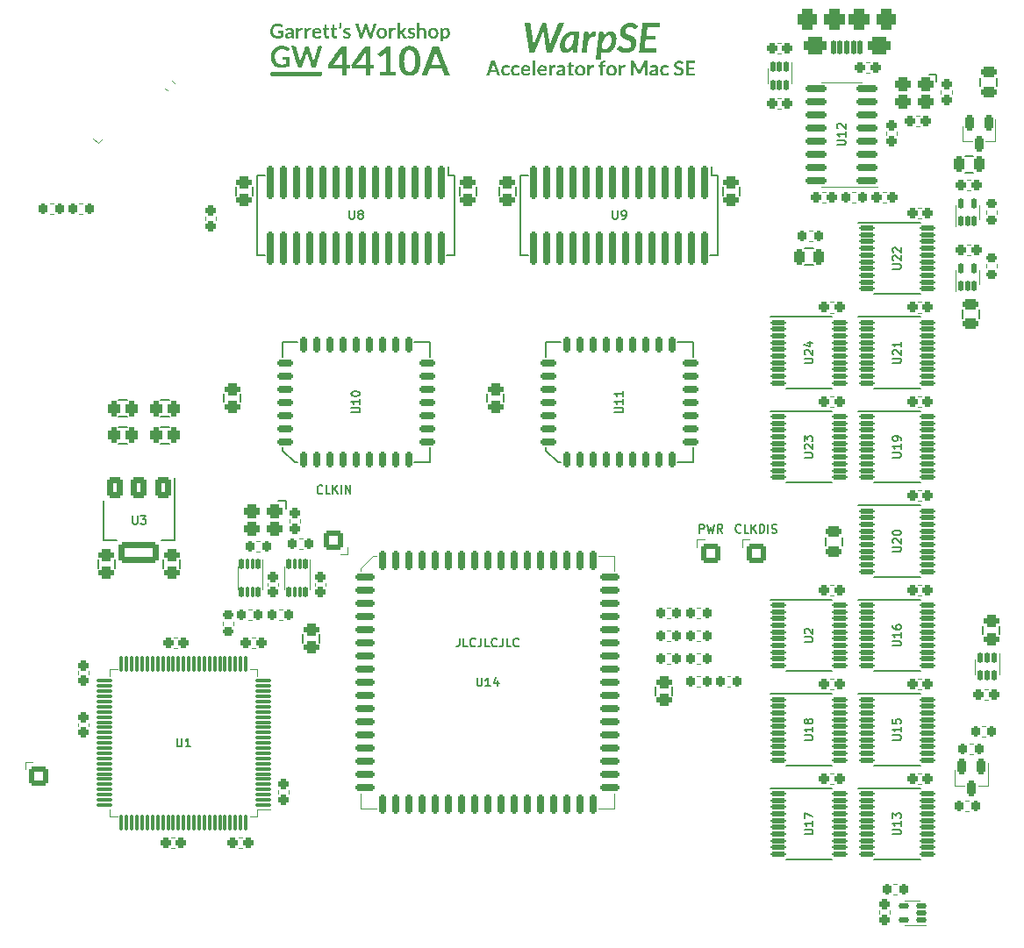
<source format=gto>
G04 #@! TF.GenerationSoftware,KiCad,Pcbnew,8.0.5*
G04 #@! TF.CreationDate,2024-10-03T05:33:06-04:00*
G04 #@! TF.ProjectId,WarpSE,57617270-5345-42e6-9b69-6361645f7063,1.0*
G04 #@! TF.SameCoordinates,Original*
G04 #@! TF.FileFunction,Legend,Top*
G04 #@! TF.FilePolarity,Positive*
%FSLAX46Y46*%
G04 Gerber Fmt 4.6, Leading zero omitted, Abs format (unit mm)*
G04 Created by KiCad (PCBNEW 8.0.5) date 2024-10-03 05:33:06*
%MOMM*%
%LPD*%
G01*
G04 APERTURE LIST*
G04 Aperture macros list*
%AMRoundRect*
0 Rectangle with rounded corners*
0 $1 Rounding radius*
0 $2 $3 $4 $5 $6 $7 $8 $9 X,Y pos of 4 corners*
0 Add a 4 corners polygon primitive as box body*
4,1,4,$2,$3,$4,$5,$6,$7,$8,$9,$2,$3,0*
0 Add four circle primitives for the rounded corners*
1,1,$1+$1,$2,$3*
1,1,$1+$1,$4,$5*
1,1,$1+$1,$6,$7*
1,1,$1+$1,$8,$9*
0 Add four rect primitives between the rounded corners*
20,1,$1+$1,$2,$3,$4,$5,0*
20,1,$1+$1,$4,$5,$6,$7,0*
20,1,$1+$1,$6,$7,$8,$9,0*
20,1,$1+$1,$8,$9,$2,$3,0*%
G04 Aperture macros list end*
%ADD10C,0.203200*%
%ADD11C,0.152400*%
%ADD12C,0.120000*%
%ADD13C,0.200000*%
%ADD14C,0.150000*%
%ADD15C,0.000000*%
%ADD16RoundRect,0.287500X-0.287500X-0.462500X0.287500X-0.462500X0.287500X0.462500X-0.287500X0.462500X0*%
%ADD17RoundRect,0.087000X0.674500X0.087000X-0.674500X0.087000X-0.674500X-0.087000X0.674500X-0.087000X0*%
%ADD18RoundRect,0.087000X0.087000X0.674500X-0.087000X0.674500X-0.087000X-0.674500X0.087000X-0.674500X0*%
%ADD19RoundRect,0.175000X-0.175000X1.399000X-0.175000X-1.399000X0.175000X-1.399000X0.175000X1.399000X0*%
%ADD20C,3.002400*%
%ADD21RoundRect,0.274580X0.576620X0.576620X-0.576620X0.576620X-0.576620X-0.576620X0.576620X-0.576620X0*%
%ADD22C,1.702400*%
%ADD23RoundRect,0.237500X-0.237500X-0.287500X0.237500X-0.287500X0.237500X0.287500X-0.237500X0.287500X0*%
%ADD24RoundRect,0.124500X-0.624500X-0.124500X0.624500X-0.124500X0.624500X0.124500X-0.624500X0.124500X0*%
%ADD25RoundRect,0.237500X0.237500X0.287500X-0.237500X0.287500X-0.237500X-0.287500X0.237500X-0.287500X0*%
%ADD26RoundRect,0.287500X0.462500X-0.287500X0.462500X0.287500X-0.462500X0.287500X-0.462500X-0.287500X0*%
%ADD27RoundRect,0.287500X-0.462500X0.287500X-0.462500X-0.287500X0.462500X-0.287500X0.462500X0.287500X0*%
%ADD28RoundRect,0.237500X-0.287500X0.237500X-0.287500X-0.237500X0.287500X-0.237500X0.287500X0.237500X0*%
%ADD29RoundRect,0.237500X0.287500X-0.237500X0.287500X0.237500X-0.287500X0.237500X-0.287500X-0.237500X0*%
%ADD30C,2.000000*%
%ADD31C,1.448000*%
%ADD32RoundRect,0.175000X0.612500X-0.175000X0.612500X0.175000X-0.612500X0.175000X-0.612500X-0.175000X0*%
%ADD33RoundRect,0.175000X0.175000X-0.612500X0.175000X0.612500X-0.175000X0.612500X-0.175000X-0.612500X0*%
%ADD34RoundRect,0.175000X-0.175000X-0.725000X0.175000X-0.725000X0.175000X0.725000X-0.175000X0.725000X0*%
%ADD35RoundRect,0.175000X-0.725000X-0.175000X0.725000X-0.175000X0.725000X0.175000X-0.725000X0.175000X0*%
%ADD36RoundRect,0.320000X-0.480000X0.730000X-0.480000X-0.730000X0.480000X-0.730000X0.480000X0.730000X0*%
%ADD37RoundRect,0.315000X-1.635000X0.735000X-1.635000X-0.735000X1.635000X-0.735000X1.635000X0.735000X0*%
%ADD38C,2.527300*%
%ADD39C,1.143000*%
%ADD40C,0.939800*%
%ADD41RoundRect,0.200000X0.200000X0.325000X-0.200000X0.325000X-0.200000X-0.325000X0.200000X-0.325000X0*%
%ADD42RoundRect,0.200000X0.371231X0.088388X0.088388X0.371231X-0.371231X-0.088388X-0.088388X-0.371231X0*%
%ADD43RoundRect,0.225000X-0.225000X0.500000X-0.225000X-0.500000X0.225000X-0.500000X0.225000X0.500000X0*%
%ADD44RoundRect,0.175000X0.850000X0.175000X-0.850000X0.175000X-0.850000X-0.175000X0.850000X-0.175000X0*%
%ADD45RoundRect,0.120000X0.120000X-0.420000X0.120000X0.420000X-0.120000X0.420000X-0.120000X-0.420000X0*%
%ADD46RoundRect,0.272412X0.653788X0.653788X-0.653788X0.653788X-0.653788X-0.653788X0.653788X-0.653788X0*%
%ADD47O,1.852400X1.852400*%
%ADD48RoundRect,0.237500X-0.237500X-0.512500X0.237500X-0.512500X0.237500X0.512500X-0.237500X0.512500X0*%
%ADD49RoundRect,0.120000X0.120000X0.595000X-0.120000X0.595000X-0.120000X-0.595000X0.120000X-0.595000X0*%
%ADD50RoundRect,0.475000X0.475000X0.525000X-0.475000X0.525000X-0.475000X-0.525000X0.475000X-0.525000X0*%
%ADD51RoundRect,0.425000X0.675000X0.425000X-0.675000X0.425000X-0.675000X-0.425000X0.675000X-0.425000X0*%
%ADD52RoundRect,0.500000X0.500000X0.500000X-0.500000X0.500000X-0.500000X-0.500000X0.500000X-0.500000X0*%
%ADD53RoundRect,0.200000X-0.200000X-0.325000X0.200000X-0.325000X0.200000X0.325000X-0.200000X0.325000X0*%
%ADD54RoundRect,0.237500X0.512500X-0.237500X0.512500X0.237500X-0.512500X0.237500X-0.512500X-0.237500X0*%
%ADD55RoundRect,0.200000X0.325000X-0.200000X0.325000X0.200000X-0.325000X0.200000X-0.325000X-0.200000X0*%
%ADD56RoundRect,0.272412X-0.653788X-0.653788X0.653788X-0.653788X0.653788X0.653788X-0.653788X0.653788X0*%
%ADD57RoundRect,0.200000X-0.325000X0.200000X-0.325000X-0.200000X0.325000X-0.200000X0.325000X0.200000X0*%
%ADD58RoundRect,0.120000X-0.120000X0.420000X-0.120000X-0.420000X0.120000X-0.420000X0.120000X0.420000X0*%
%ADD59RoundRect,0.325000X0.425000X0.325000X-0.425000X0.325000X-0.425000X-0.325000X0.425000X-0.325000X0*%
%ADD60RoundRect,0.117500X-0.117500X0.417500X-0.117500X-0.417500X0.117500X-0.417500X0.117500X0.417500X0*%
%ADD61RoundRect,0.092500X-0.092500X0.442500X-0.092500X-0.442500X0.092500X-0.442500X0.092500X0.442500X0*%
%ADD62RoundRect,0.117500X0.117500X0.417500X-0.117500X0.417500X-0.117500X-0.417500X0.117500X-0.417500X0*%
%ADD63RoundRect,0.237500X0.237500X0.512500X-0.237500X0.512500X-0.237500X-0.512500X0.237500X-0.512500X0*%
%ADD64RoundRect,0.120000X0.420000X0.120000X-0.420000X0.120000X-0.420000X-0.120000X0.420000X-0.120000X0*%
G04 APERTURE END LIST*
D10*
X169032766Y-88820949D02*
X169032766Y-88008149D01*
X169032766Y-88008149D02*
X169342404Y-88008149D01*
X169342404Y-88008149D02*
X169419814Y-88046854D01*
X169419814Y-88046854D02*
X169458519Y-88085559D01*
X169458519Y-88085559D02*
X169497223Y-88162968D01*
X169497223Y-88162968D02*
X169497223Y-88279083D01*
X169497223Y-88279083D02*
X169458519Y-88356492D01*
X169458519Y-88356492D02*
X169419814Y-88395197D01*
X169419814Y-88395197D02*
X169342404Y-88433902D01*
X169342404Y-88433902D02*
X169032766Y-88433902D01*
X169768157Y-88008149D02*
X169961681Y-88820949D01*
X169961681Y-88820949D02*
X170116500Y-88240378D01*
X170116500Y-88240378D02*
X170271319Y-88820949D01*
X170271319Y-88820949D02*
X170464843Y-88008149D01*
X171238937Y-88820949D02*
X170968004Y-88433902D01*
X170774480Y-88820949D02*
X170774480Y-88008149D01*
X170774480Y-88008149D02*
X171084118Y-88008149D01*
X171084118Y-88008149D02*
X171161528Y-88046854D01*
X171161528Y-88046854D02*
X171200233Y-88085559D01*
X171200233Y-88085559D02*
X171238937Y-88162968D01*
X171238937Y-88162968D02*
X171238937Y-88279083D01*
X171238937Y-88279083D02*
X171200233Y-88356492D01*
X171200233Y-88356492D02*
X171161528Y-88395197D01*
X171161528Y-88395197D02*
X171084118Y-88433902D01*
X171084118Y-88433902D02*
X170774480Y-88433902D01*
X173027218Y-88743540D02*
X172988514Y-88782245D01*
X172988514Y-88782245D02*
X172872399Y-88820949D01*
X172872399Y-88820949D02*
X172794990Y-88820949D01*
X172794990Y-88820949D02*
X172678876Y-88782245D01*
X172678876Y-88782245D02*
X172601466Y-88704835D01*
X172601466Y-88704835D02*
X172562761Y-88627425D01*
X172562761Y-88627425D02*
X172524057Y-88472606D01*
X172524057Y-88472606D02*
X172524057Y-88356492D01*
X172524057Y-88356492D02*
X172562761Y-88201673D01*
X172562761Y-88201673D02*
X172601466Y-88124264D01*
X172601466Y-88124264D02*
X172678876Y-88046854D01*
X172678876Y-88046854D02*
X172794990Y-88008149D01*
X172794990Y-88008149D02*
X172872399Y-88008149D01*
X172872399Y-88008149D02*
X172988514Y-88046854D01*
X172988514Y-88046854D02*
X173027218Y-88085559D01*
X173762609Y-88820949D02*
X173375561Y-88820949D01*
X173375561Y-88820949D02*
X173375561Y-88008149D01*
X174033542Y-88820949D02*
X174033542Y-88008149D01*
X174497999Y-88820949D02*
X174149657Y-88356492D01*
X174497999Y-88008149D02*
X174033542Y-88472606D01*
X174846342Y-88820949D02*
X174846342Y-88008149D01*
X174846342Y-88008149D02*
X175039866Y-88008149D01*
X175039866Y-88008149D02*
X175155980Y-88046854D01*
X175155980Y-88046854D02*
X175233390Y-88124264D01*
X175233390Y-88124264D02*
X175272095Y-88201673D01*
X175272095Y-88201673D02*
X175310799Y-88356492D01*
X175310799Y-88356492D02*
X175310799Y-88472606D01*
X175310799Y-88472606D02*
X175272095Y-88627425D01*
X175272095Y-88627425D02*
X175233390Y-88704835D01*
X175233390Y-88704835D02*
X175155980Y-88782245D01*
X175155980Y-88782245D02*
X175039866Y-88820949D01*
X175039866Y-88820949D02*
X174846342Y-88820949D01*
X175659142Y-88820949D02*
X175659142Y-88008149D01*
X176007486Y-88782245D02*
X176123600Y-88820949D01*
X176123600Y-88820949D02*
X176317124Y-88820949D01*
X176317124Y-88820949D02*
X176394533Y-88782245D01*
X176394533Y-88782245D02*
X176433238Y-88743540D01*
X176433238Y-88743540D02*
X176471943Y-88666130D01*
X176471943Y-88666130D02*
X176471943Y-88588721D01*
X176471943Y-88588721D02*
X176433238Y-88511311D01*
X176433238Y-88511311D02*
X176394533Y-88472606D01*
X176394533Y-88472606D02*
X176317124Y-88433902D01*
X176317124Y-88433902D02*
X176162305Y-88395197D01*
X176162305Y-88395197D02*
X176084895Y-88356492D01*
X176084895Y-88356492D02*
X176046190Y-88317787D01*
X176046190Y-88317787D02*
X176007486Y-88240378D01*
X176007486Y-88240378D02*
X176007486Y-88162968D01*
X176007486Y-88162968D02*
X176046190Y-88085559D01*
X176046190Y-88085559D02*
X176084895Y-88046854D01*
X176084895Y-88046854D02*
X176162305Y-88008149D01*
X176162305Y-88008149D02*
X176355828Y-88008149D01*
X176355828Y-88008149D02*
X176471943Y-88046854D01*
X145880667Y-98993649D02*
X145880667Y-99574221D01*
X145880667Y-99574221D02*
X145841962Y-99690335D01*
X145841962Y-99690335D02*
X145764553Y-99767745D01*
X145764553Y-99767745D02*
X145648438Y-99806449D01*
X145648438Y-99806449D02*
X145571029Y-99806449D01*
X146654762Y-99806449D02*
X146267714Y-99806449D01*
X146267714Y-99806449D02*
X146267714Y-98993649D01*
X147390152Y-99729040D02*
X147351448Y-99767745D01*
X147351448Y-99767745D02*
X147235333Y-99806449D01*
X147235333Y-99806449D02*
X147157924Y-99806449D01*
X147157924Y-99806449D02*
X147041810Y-99767745D01*
X147041810Y-99767745D02*
X146964400Y-99690335D01*
X146964400Y-99690335D02*
X146925695Y-99612925D01*
X146925695Y-99612925D02*
X146886991Y-99458106D01*
X146886991Y-99458106D02*
X146886991Y-99341992D01*
X146886991Y-99341992D02*
X146925695Y-99187173D01*
X146925695Y-99187173D02*
X146964400Y-99109764D01*
X146964400Y-99109764D02*
X147041810Y-99032354D01*
X147041810Y-99032354D02*
X147157924Y-98993649D01*
X147157924Y-98993649D02*
X147235333Y-98993649D01*
X147235333Y-98993649D02*
X147351448Y-99032354D01*
X147351448Y-99032354D02*
X147390152Y-99071059D01*
X147970724Y-98993649D02*
X147970724Y-99574221D01*
X147970724Y-99574221D02*
X147932019Y-99690335D01*
X147932019Y-99690335D02*
X147854610Y-99767745D01*
X147854610Y-99767745D02*
X147738495Y-99806449D01*
X147738495Y-99806449D02*
X147661086Y-99806449D01*
X148744819Y-99806449D02*
X148357771Y-99806449D01*
X148357771Y-99806449D02*
X148357771Y-98993649D01*
X149480209Y-99729040D02*
X149441505Y-99767745D01*
X149441505Y-99767745D02*
X149325390Y-99806449D01*
X149325390Y-99806449D02*
X149247981Y-99806449D01*
X149247981Y-99806449D02*
X149131867Y-99767745D01*
X149131867Y-99767745D02*
X149054457Y-99690335D01*
X149054457Y-99690335D02*
X149015752Y-99612925D01*
X149015752Y-99612925D02*
X148977048Y-99458106D01*
X148977048Y-99458106D02*
X148977048Y-99341992D01*
X148977048Y-99341992D02*
X149015752Y-99187173D01*
X149015752Y-99187173D02*
X149054457Y-99109764D01*
X149054457Y-99109764D02*
X149131867Y-99032354D01*
X149131867Y-99032354D02*
X149247981Y-98993649D01*
X149247981Y-98993649D02*
X149325390Y-98993649D01*
X149325390Y-98993649D02*
X149441505Y-99032354D01*
X149441505Y-99032354D02*
X149480209Y-99071059D01*
X150060781Y-98993649D02*
X150060781Y-99574221D01*
X150060781Y-99574221D02*
X150022076Y-99690335D01*
X150022076Y-99690335D02*
X149944667Y-99767745D01*
X149944667Y-99767745D02*
X149828552Y-99806449D01*
X149828552Y-99806449D02*
X149751143Y-99806449D01*
X150834876Y-99806449D02*
X150447828Y-99806449D01*
X150447828Y-99806449D02*
X150447828Y-98993649D01*
X151570266Y-99729040D02*
X151531562Y-99767745D01*
X151531562Y-99767745D02*
X151415447Y-99806449D01*
X151415447Y-99806449D02*
X151338038Y-99806449D01*
X151338038Y-99806449D02*
X151221924Y-99767745D01*
X151221924Y-99767745D02*
X151144514Y-99690335D01*
X151144514Y-99690335D02*
X151105809Y-99612925D01*
X151105809Y-99612925D02*
X151067105Y-99458106D01*
X151067105Y-99458106D02*
X151067105Y-99341992D01*
X151067105Y-99341992D02*
X151105809Y-99187173D01*
X151105809Y-99187173D02*
X151144514Y-99109764D01*
X151144514Y-99109764D02*
X151221924Y-99032354D01*
X151221924Y-99032354D02*
X151338038Y-98993649D01*
X151338038Y-98993649D02*
X151415447Y-98993649D01*
X151415447Y-98993649D02*
X151531562Y-99032354D01*
X151531562Y-99032354D02*
X151570266Y-99071059D01*
X132646913Y-84963040D02*
X132608209Y-85001745D01*
X132608209Y-85001745D02*
X132492094Y-85040449D01*
X132492094Y-85040449D02*
X132414685Y-85040449D01*
X132414685Y-85040449D02*
X132298571Y-85001745D01*
X132298571Y-85001745D02*
X132221161Y-84924335D01*
X132221161Y-84924335D02*
X132182456Y-84846925D01*
X132182456Y-84846925D02*
X132143752Y-84692106D01*
X132143752Y-84692106D02*
X132143752Y-84575992D01*
X132143752Y-84575992D02*
X132182456Y-84421173D01*
X132182456Y-84421173D02*
X132221161Y-84343764D01*
X132221161Y-84343764D02*
X132298571Y-84266354D01*
X132298571Y-84266354D02*
X132414685Y-84227649D01*
X132414685Y-84227649D02*
X132492094Y-84227649D01*
X132492094Y-84227649D02*
X132608209Y-84266354D01*
X132608209Y-84266354D02*
X132646913Y-84305059D01*
X133382304Y-85040449D02*
X132995256Y-85040449D01*
X132995256Y-85040449D02*
X132995256Y-84227649D01*
X133653237Y-85040449D02*
X133653237Y-84227649D01*
X134117694Y-85040449D02*
X133769352Y-84575992D01*
X134117694Y-84227649D02*
X133653237Y-84692106D01*
X134466037Y-85040449D02*
X134466037Y-84227649D01*
X134853085Y-85040449D02*
X134853085Y-84227649D01*
X134853085Y-84227649D02*
X135317542Y-85040449D01*
X135317542Y-85040449D02*
X135317542Y-84227649D01*
X118630723Y-108652649D02*
X118630723Y-109310630D01*
X118630723Y-109310630D02*
X118669428Y-109388040D01*
X118669428Y-109388040D02*
X118708133Y-109426745D01*
X118708133Y-109426745D02*
X118785542Y-109465449D01*
X118785542Y-109465449D02*
X118940361Y-109465449D01*
X118940361Y-109465449D02*
X119017771Y-109426745D01*
X119017771Y-109426745D02*
X119056476Y-109388040D01*
X119056476Y-109388040D02*
X119095180Y-109310630D01*
X119095180Y-109310630D02*
X119095180Y-108652649D01*
X119907981Y-109465449D02*
X119443524Y-109465449D01*
X119675752Y-109465449D02*
X119675752Y-108652649D01*
X119675752Y-108652649D02*
X119598343Y-108768764D01*
X119598343Y-108768764D02*
X119520933Y-108846173D01*
X119520933Y-108846173D02*
X119443524Y-108884878D01*
X160670723Y-57718649D02*
X160670723Y-58376630D01*
X160670723Y-58376630D02*
X160709428Y-58454040D01*
X160709428Y-58454040D02*
X160748133Y-58492745D01*
X160748133Y-58492745D02*
X160825542Y-58531449D01*
X160825542Y-58531449D02*
X160980361Y-58531449D01*
X160980361Y-58531449D02*
X161057771Y-58492745D01*
X161057771Y-58492745D02*
X161096476Y-58454040D01*
X161096476Y-58454040D02*
X161135180Y-58376630D01*
X161135180Y-58376630D02*
X161135180Y-57718649D01*
X161560933Y-58531449D02*
X161715752Y-58531449D01*
X161715752Y-58531449D02*
X161793162Y-58492745D01*
X161793162Y-58492745D02*
X161831866Y-58454040D01*
X161831866Y-58454040D02*
X161909276Y-58337925D01*
X161909276Y-58337925D02*
X161947981Y-58183106D01*
X161947981Y-58183106D02*
X161947981Y-57873468D01*
X161947981Y-57873468D02*
X161909276Y-57796059D01*
X161909276Y-57796059D02*
X161870571Y-57757354D01*
X161870571Y-57757354D02*
X161793162Y-57718649D01*
X161793162Y-57718649D02*
X161638343Y-57718649D01*
X161638343Y-57718649D02*
X161560933Y-57757354D01*
X161560933Y-57757354D02*
X161522228Y-57796059D01*
X161522228Y-57796059D02*
X161483524Y-57873468D01*
X161483524Y-57873468D02*
X161483524Y-58066992D01*
X161483524Y-58066992D02*
X161522228Y-58144402D01*
X161522228Y-58144402D02*
X161560933Y-58183106D01*
X161560933Y-58183106D02*
X161638343Y-58221811D01*
X161638343Y-58221811D02*
X161793162Y-58221811D01*
X161793162Y-58221811D02*
X161870571Y-58183106D01*
X161870571Y-58183106D02*
X161909276Y-58144402D01*
X161909276Y-58144402D02*
X161947981Y-58066992D01*
X179152649Y-99344276D02*
X179810630Y-99344276D01*
X179810630Y-99344276D02*
X179888040Y-99305571D01*
X179888040Y-99305571D02*
X179926745Y-99266866D01*
X179926745Y-99266866D02*
X179965449Y-99189457D01*
X179965449Y-99189457D02*
X179965449Y-99034638D01*
X179965449Y-99034638D02*
X179926745Y-98957228D01*
X179926745Y-98957228D02*
X179888040Y-98918523D01*
X179888040Y-98918523D02*
X179810630Y-98879819D01*
X179810630Y-98879819D02*
X179152649Y-98879819D01*
X179230059Y-98531475D02*
X179191354Y-98492771D01*
X179191354Y-98492771D02*
X179152649Y-98415361D01*
X179152649Y-98415361D02*
X179152649Y-98221837D01*
X179152649Y-98221837D02*
X179191354Y-98144428D01*
X179191354Y-98144428D02*
X179230059Y-98105723D01*
X179230059Y-98105723D02*
X179307468Y-98067018D01*
X179307468Y-98067018D02*
X179384878Y-98067018D01*
X179384878Y-98067018D02*
X179500992Y-98105723D01*
X179500992Y-98105723D02*
X179965449Y-98570180D01*
X179965449Y-98570180D02*
X179965449Y-98067018D01*
X179152649Y-72431323D02*
X179810630Y-72431323D01*
X179810630Y-72431323D02*
X179888040Y-72392618D01*
X179888040Y-72392618D02*
X179926745Y-72353913D01*
X179926745Y-72353913D02*
X179965449Y-72276504D01*
X179965449Y-72276504D02*
X179965449Y-72121685D01*
X179965449Y-72121685D02*
X179926745Y-72044275D01*
X179926745Y-72044275D02*
X179888040Y-72005570D01*
X179888040Y-72005570D02*
X179810630Y-71966866D01*
X179810630Y-71966866D02*
X179152649Y-71966866D01*
X179230059Y-71618522D02*
X179191354Y-71579818D01*
X179191354Y-71579818D02*
X179152649Y-71502408D01*
X179152649Y-71502408D02*
X179152649Y-71308884D01*
X179152649Y-71308884D02*
X179191354Y-71231475D01*
X179191354Y-71231475D02*
X179230059Y-71192770D01*
X179230059Y-71192770D02*
X179307468Y-71154065D01*
X179307468Y-71154065D02*
X179384878Y-71154065D01*
X179384878Y-71154065D02*
X179500992Y-71192770D01*
X179500992Y-71192770D02*
X179965449Y-71657227D01*
X179965449Y-71657227D02*
X179965449Y-71154065D01*
X179423583Y-70457380D02*
X179965449Y-70457380D01*
X179113945Y-70650904D02*
X179694516Y-70844427D01*
X179694516Y-70844427D02*
X179694516Y-70341266D01*
X179152649Y-81531323D02*
X179810630Y-81531323D01*
X179810630Y-81531323D02*
X179888040Y-81492618D01*
X179888040Y-81492618D02*
X179926745Y-81453913D01*
X179926745Y-81453913D02*
X179965449Y-81376504D01*
X179965449Y-81376504D02*
X179965449Y-81221685D01*
X179965449Y-81221685D02*
X179926745Y-81144275D01*
X179926745Y-81144275D02*
X179888040Y-81105570D01*
X179888040Y-81105570D02*
X179810630Y-81066866D01*
X179810630Y-81066866D02*
X179152649Y-81066866D01*
X179230059Y-80718522D02*
X179191354Y-80679818D01*
X179191354Y-80679818D02*
X179152649Y-80602408D01*
X179152649Y-80602408D02*
X179152649Y-80408884D01*
X179152649Y-80408884D02*
X179191354Y-80331475D01*
X179191354Y-80331475D02*
X179230059Y-80292770D01*
X179230059Y-80292770D02*
X179307468Y-80254065D01*
X179307468Y-80254065D02*
X179384878Y-80254065D01*
X179384878Y-80254065D02*
X179500992Y-80292770D01*
X179500992Y-80292770D02*
X179965449Y-80757227D01*
X179965449Y-80757227D02*
X179965449Y-80254065D01*
X179152649Y-79983132D02*
X179152649Y-79479970D01*
X179152649Y-79479970D02*
X179462287Y-79750904D01*
X179462287Y-79750904D02*
X179462287Y-79634789D01*
X179462287Y-79634789D02*
X179500992Y-79557380D01*
X179500992Y-79557380D02*
X179539697Y-79518675D01*
X179539697Y-79518675D02*
X179617106Y-79479970D01*
X179617106Y-79479970D02*
X179810630Y-79479970D01*
X179810630Y-79479970D02*
X179888040Y-79518675D01*
X179888040Y-79518675D02*
X179926745Y-79557380D01*
X179926745Y-79557380D02*
X179965449Y-79634789D01*
X179965449Y-79634789D02*
X179965449Y-79867018D01*
X179965449Y-79867018D02*
X179926745Y-79944427D01*
X179926745Y-79944427D02*
X179888040Y-79983132D01*
X187652649Y-63331323D02*
X188310630Y-63331323D01*
X188310630Y-63331323D02*
X188388040Y-63292618D01*
X188388040Y-63292618D02*
X188426745Y-63253913D01*
X188426745Y-63253913D02*
X188465449Y-63176504D01*
X188465449Y-63176504D02*
X188465449Y-63021685D01*
X188465449Y-63021685D02*
X188426745Y-62944275D01*
X188426745Y-62944275D02*
X188388040Y-62905570D01*
X188388040Y-62905570D02*
X188310630Y-62866866D01*
X188310630Y-62866866D02*
X187652649Y-62866866D01*
X187730059Y-62518522D02*
X187691354Y-62479818D01*
X187691354Y-62479818D02*
X187652649Y-62402408D01*
X187652649Y-62402408D02*
X187652649Y-62208884D01*
X187652649Y-62208884D02*
X187691354Y-62131475D01*
X187691354Y-62131475D02*
X187730059Y-62092770D01*
X187730059Y-62092770D02*
X187807468Y-62054065D01*
X187807468Y-62054065D02*
X187884878Y-62054065D01*
X187884878Y-62054065D02*
X188000992Y-62092770D01*
X188000992Y-62092770D02*
X188465449Y-62557227D01*
X188465449Y-62557227D02*
X188465449Y-62054065D01*
X187730059Y-61744427D02*
X187691354Y-61705723D01*
X187691354Y-61705723D02*
X187652649Y-61628313D01*
X187652649Y-61628313D02*
X187652649Y-61434789D01*
X187652649Y-61434789D02*
X187691354Y-61357380D01*
X187691354Y-61357380D02*
X187730059Y-61318675D01*
X187730059Y-61318675D02*
X187807468Y-61279970D01*
X187807468Y-61279970D02*
X187884878Y-61279970D01*
X187884878Y-61279970D02*
X188000992Y-61318675D01*
X188000992Y-61318675D02*
X188465449Y-61783132D01*
X188465449Y-61783132D02*
X188465449Y-61279970D01*
X187652649Y-72431323D02*
X188310630Y-72431323D01*
X188310630Y-72431323D02*
X188388040Y-72392618D01*
X188388040Y-72392618D02*
X188426745Y-72353913D01*
X188426745Y-72353913D02*
X188465449Y-72276504D01*
X188465449Y-72276504D02*
X188465449Y-72121685D01*
X188465449Y-72121685D02*
X188426745Y-72044275D01*
X188426745Y-72044275D02*
X188388040Y-72005570D01*
X188388040Y-72005570D02*
X188310630Y-71966866D01*
X188310630Y-71966866D02*
X187652649Y-71966866D01*
X187730059Y-71618522D02*
X187691354Y-71579818D01*
X187691354Y-71579818D02*
X187652649Y-71502408D01*
X187652649Y-71502408D02*
X187652649Y-71308884D01*
X187652649Y-71308884D02*
X187691354Y-71231475D01*
X187691354Y-71231475D02*
X187730059Y-71192770D01*
X187730059Y-71192770D02*
X187807468Y-71154065D01*
X187807468Y-71154065D02*
X187884878Y-71154065D01*
X187884878Y-71154065D02*
X188000992Y-71192770D01*
X188000992Y-71192770D02*
X188465449Y-71657227D01*
X188465449Y-71657227D02*
X188465449Y-71154065D01*
X188465449Y-70379970D02*
X188465449Y-70844427D01*
X188465449Y-70612199D02*
X187652649Y-70612199D01*
X187652649Y-70612199D02*
X187768764Y-70689608D01*
X187768764Y-70689608D02*
X187846173Y-70767018D01*
X187846173Y-70767018D02*
X187884878Y-70844427D01*
X187652649Y-90631323D02*
X188310630Y-90631323D01*
X188310630Y-90631323D02*
X188388040Y-90592618D01*
X188388040Y-90592618D02*
X188426745Y-90553913D01*
X188426745Y-90553913D02*
X188465449Y-90476504D01*
X188465449Y-90476504D02*
X188465449Y-90321685D01*
X188465449Y-90321685D02*
X188426745Y-90244275D01*
X188426745Y-90244275D02*
X188388040Y-90205570D01*
X188388040Y-90205570D02*
X188310630Y-90166866D01*
X188310630Y-90166866D02*
X187652649Y-90166866D01*
X187730059Y-89818522D02*
X187691354Y-89779818D01*
X187691354Y-89779818D02*
X187652649Y-89702408D01*
X187652649Y-89702408D02*
X187652649Y-89508884D01*
X187652649Y-89508884D02*
X187691354Y-89431475D01*
X187691354Y-89431475D02*
X187730059Y-89392770D01*
X187730059Y-89392770D02*
X187807468Y-89354065D01*
X187807468Y-89354065D02*
X187884878Y-89354065D01*
X187884878Y-89354065D02*
X188000992Y-89392770D01*
X188000992Y-89392770D02*
X188465449Y-89857227D01*
X188465449Y-89857227D02*
X188465449Y-89354065D01*
X187652649Y-88850904D02*
X187652649Y-88773494D01*
X187652649Y-88773494D02*
X187691354Y-88696085D01*
X187691354Y-88696085D02*
X187730059Y-88657380D01*
X187730059Y-88657380D02*
X187807468Y-88618675D01*
X187807468Y-88618675D02*
X187962287Y-88579970D01*
X187962287Y-88579970D02*
X188155811Y-88579970D01*
X188155811Y-88579970D02*
X188310630Y-88618675D01*
X188310630Y-88618675D02*
X188388040Y-88657380D01*
X188388040Y-88657380D02*
X188426745Y-88696085D01*
X188426745Y-88696085D02*
X188465449Y-88773494D01*
X188465449Y-88773494D02*
X188465449Y-88850904D01*
X188465449Y-88850904D02*
X188426745Y-88928313D01*
X188426745Y-88928313D02*
X188388040Y-88967018D01*
X188388040Y-88967018D02*
X188310630Y-89005723D01*
X188310630Y-89005723D02*
X188155811Y-89044427D01*
X188155811Y-89044427D02*
X187962287Y-89044427D01*
X187962287Y-89044427D02*
X187807468Y-89005723D01*
X187807468Y-89005723D02*
X187730059Y-88967018D01*
X187730059Y-88967018D02*
X187691354Y-88928313D01*
X187691354Y-88928313D02*
X187652649Y-88850904D01*
X187652649Y-81531323D02*
X188310630Y-81531323D01*
X188310630Y-81531323D02*
X188388040Y-81492618D01*
X188388040Y-81492618D02*
X188426745Y-81453913D01*
X188426745Y-81453913D02*
X188465449Y-81376504D01*
X188465449Y-81376504D02*
X188465449Y-81221685D01*
X188465449Y-81221685D02*
X188426745Y-81144275D01*
X188426745Y-81144275D02*
X188388040Y-81105570D01*
X188388040Y-81105570D02*
X188310630Y-81066866D01*
X188310630Y-81066866D02*
X187652649Y-81066866D01*
X188465449Y-80254065D02*
X188465449Y-80718522D01*
X188465449Y-80486294D02*
X187652649Y-80486294D01*
X187652649Y-80486294D02*
X187768764Y-80563703D01*
X187768764Y-80563703D02*
X187846173Y-80641113D01*
X187846173Y-80641113D02*
X187884878Y-80718522D01*
X188465449Y-79867018D02*
X188465449Y-79712199D01*
X188465449Y-79712199D02*
X188426745Y-79634789D01*
X188426745Y-79634789D02*
X188388040Y-79596085D01*
X188388040Y-79596085D02*
X188271925Y-79518675D01*
X188271925Y-79518675D02*
X188117106Y-79479970D01*
X188117106Y-79479970D02*
X187807468Y-79479970D01*
X187807468Y-79479970D02*
X187730059Y-79518675D01*
X187730059Y-79518675D02*
X187691354Y-79557380D01*
X187691354Y-79557380D02*
X187652649Y-79634789D01*
X187652649Y-79634789D02*
X187652649Y-79789608D01*
X187652649Y-79789608D02*
X187691354Y-79867018D01*
X187691354Y-79867018D02*
X187730059Y-79905723D01*
X187730059Y-79905723D02*
X187807468Y-79944427D01*
X187807468Y-79944427D02*
X188000992Y-79944427D01*
X188000992Y-79944427D02*
X188078402Y-79905723D01*
X188078402Y-79905723D02*
X188117106Y-79867018D01*
X188117106Y-79867018D02*
X188155811Y-79789608D01*
X188155811Y-79789608D02*
X188155811Y-79634789D01*
X188155811Y-79634789D02*
X188117106Y-79557380D01*
X188117106Y-79557380D02*
X188078402Y-79518675D01*
X188078402Y-79518675D02*
X188000992Y-79479970D01*
X179152649Y-108831323D02*
X179810630Y-108831323D01*
X179810630Y-108831323D02*
X179888040Y-108792618D01*
X179888040Y-108792618D02*
X179926745Y-108753913D01*
X179926745Y-108753913D02*
X179965449Y-108676504D01*
X179965449Y-108676504D02*
X179965449Y-108521685D01*
X179965449Y-108521685D02*
X179926745Y-108444275D01*
X179926745Y-108444275D02*
X179888040Y-108405570D01*
X179888040Y-108405570D02*
X179810630Y-108366866D01*
X179810630Y-108366866D02*
X179152649Y-108366866D01*
X179965449Y-107554065D02*
X179965449Y-108018522D01*
X179965449Y-107786294D02*
X179152649Y-107786294D01*
X179152649Y-107786294D02*
X179268764Y-107863703D01*
X179268764Y-107863703D02*
X179346173Y-107941113D01*
X179346173Y-107941113D02*
X179384878Y-108018522D01*
X179500992Y-107089608D02*
X179462287Y-107167018D01*
X179462287Y-107167018D02*
X179423583Y-107205723D01*
X179423583Y-107205723D02*
X179346173Y-107244427D01*
X179346173Y-107244427D02*
X179307468Y-107244427D01*
X179307468Y-107244427D02*
X179230059Y-107205723D01*
X179230059Y-107205723D02*
X179191354Y-107167018D01*
X179191354Y-107167018D02*
X179152649Y-107089608D01*
X179152649Y-107089608D02*
X179152649Y-106934789D01*
X179152649Y-106934789D02*
X179191354Y-106857380D01*
X179191354Y-106857380D02*
X179230059Y-106818675D01*
X179230059Y-106818675D02*
X179307468Y-106779970D01*
X179307468Y-106779970D02*
X179346173Y-106779970D01*
X179346173Y-106779970D02*
X179423583Y-106818675D01*
X179423583Y-106818675D02*
X179462287Y-106857380D01*
X179462287Y-106857380D02*
X179500992Y-106934789D01*
X179500992Y-106934789D02*
X179500992Y-107089608D01*
X179500992Y-107089608D02*
X179539697Y-107167018D01*
X179539697Y-107167018D02*
X179578402Y-107205723D01*
X179578402Y-107205723D02*
X179655811Y-107244427D01*
X179655811Y-107244427D02*
X179810630Y-107244427D01*
X179810630Y-107244427D02*
X179888040Y-107205723D01*
X179888040Y-107205723D02*
X179926745Y-107167018D01*
X179926745Y-107167018D02*
X179965449Y-107089608D01*
X179965449Y-107089608D02*
X179965449Y-106934789D01*
X179965449Y-106934789D02*
X179926745Y-106857380D01*
X179926745Y-106857380D02*
X179888040Y-106818675D01*
X179888040Y-106818675D02*
X179810630Y-106779970D01*
X179810630Y-106779970D02*
X179655811Y-106779970D01*
X179655811Y-106779970D02*
X179578402Y-106818675D01*
X179578402Y-106818675D02*
X179539697Y-106857380D01*
X179539697Y-106857380D02*
X179500992Y-106934789D01*
X179152649Y-117931323D02*
X179810630Y-117931323D01*
X179810630Y-117931323D02*
X179888040Y-117892618D01*
X179888040Y-117892618D02*
X179926745Y-117853913D01*
X179926745Y-117853913D02*
X179965449Y-117776504D01*
X179965449Y-117776504D02*
X179965449Y-117621685D01*
X179965449Y-117621685D02*
X179926745Y-117544275D01*
X179926745Y-117544275D02*
X179888040Y-117505570D01*
X179888040Y-117505570D02*
X179810630Y-117466866D01*
X179810630Y-117466866D02*
X179152649Y-117466866D01*
X179965449Y-116654065D02*
X179965449Y-117118522D01*
X179965449Y-116886294D02*
X179152649Y-116886294D01*
X179152649Y-116886294D02*
X179268764Y-116963703D01*
X179268764Y-116963703D02*
X179346173Y-117041113D01*
X179346173Y-117041113D02*
X179384878Y-117118522D01*
X179152649Y-116383132D02*
X179152649Y-115841266D01*
X179152649Y-115841266D02*
X179965449Y-116189608D01*
X187652649Y-99731323D02*
X188310630Y-99731323D01*
X188310630Y-99731323D02*
X188388040Y-99692618D01*
X188388040Y-99692618D02*
X188426745Y-99653913D01*
X188426745Y-99653913D02*
X188465449Y-99576504D01*
X188465449Y-99576504D02*
X188465449Y-99421685D01*
X188465449Y-99421685D02*
X188426745Y-99344275D01*
X188426745Y-99344275D02*
X188388040Y-99305570D01*
X188388040Y-99305570D02*
X188310630Y-99266866D01*
X188310630Y-99266866D02*
X187652649Y-99266866D01*
X188465449Y-98454065D02*
X188465449Y-98918522D01*
X188465449Y-98686294D02*
X187652649Y-98686294D01*
X187652649Y-98686294D02*
X187768764Y-98763703D01*
X187768764Y-98763703D02*
X187846173Y-98841113D01*
X187846173Y-98841113D02*
X187884878Y-98918522D01*
X187652649Y-97757380D02*
X187652649Y-97912199D01*
X187652649Y-97912199D02*
X187691354Y-97989608D01*
X187691354Y-97989608D02*
X187730059Y-98028313D01*
X187730059Y-98028313D02*
X187846173Y-98105723D01*
X187846173Y-98105723D02*
X188000992Y-98144427D01*
X188000992Y-98144427D02*
X188310630Y-98144427D01*
X188310630Y-98144427D02*
X188388040Y-98105723D01*
X188388040Y-98105723D02*
X188426745Y-98067018D01*
X188426745Y-98067018D02*
X188465449Y-97989608D01*
X188465449Y-97989608D02*
X188465449Y-97834789D01*
X188465449Y-97834789D02*
X188426745Y-97757380D01*
X188426745Y-97757380D02*
X188388040Y-97718675D01*
X188388040Y-97718675D02*
X188310630Y-97679970D01*
X188310630Y-97679970D02*
X188117106Y-97679970D01*
X188117106Y-97679970D02*
X188039697Y-97718675D01*
X188039697Y-97718675D02*
X188000992Y-97757380D01*
X188000992Y-97757380D02*
X187962287Y-97834789D01*
X187962287Y-97834789D02*
X187962287Y-97989608D01*
X187962287Y-97989608D02*
X188000992Y-98067018D01*
X188000992Y-98067018D02*
X188039697Y-98105723D01*
X188039697Y-98105723D02*
X188117106Y-98144427D01*
X187652649Y-108831323D02*
X188310630Y-108831323D01*
X188310630Y-108831323D02*
X188388040Y-108792618D01*
X188388040Y-108792618D02*
X188426745Y-108753913D01*
X188426745Y-108753913D02*
X188465449Y-108676504D01*
X188465449Y-108676504D02*
X188465449Y-108521685D01*
X188465449Y-108521685D02*
X188426745Y-108444275D01*
X188426745Y-108444275D02*
X188388040Y-108405570D01*
X188388040Y-108405570D02*
X188310630Y-108366866D01*
X188310630Y-108366866D02*
X187652649Y-108366866D01*
X188465449Y-107554065D02*
X188465449Y-108018522D01*
X188465449Y-107786294D02*
X187652649Y-107786294D01*
X187652649Y-107786294D02*
X187768764Y-107863703D01*
X187768764Y-107863703D02*
X187846173Y-107941113D01*
X187846173Y-107941113D02*
X187884878Y-108018522D01*
X187652649Y-106818675D02*
X187652649Y-107205723D01*
X187652649Y-107205723D02*
X188039697Y-107244427D01*
X188039697Y-107244427D02*
X188000992Y-107205723D01*
X188000992Y-107205723D02*
X187962287Y-107128313D01*
X187962287Y-107128313D02*
X187962287Y-106934789D01*
X187962287Y-106934789D02*
X188000992Y-106857380D01*
X188000992Y-106857380D02*
X188039697Y-106818675D01*
X188039697Y-106818675D02*
X188117106Y-106779970D01*
X188117106Y-106779970D02*
X188310630Y-106779970D01*
X188310630Y-106779970D02*
X188388040Y-106818675D01*
X188388040Y-106818675D02*
X188426745Y-106857380D01*
X188426745Y-106857380D02*
X188465449Y-106934789D01*
X188465449Y-106934789D02*
X188465449Y-107128313D01*
X188465449Y-107128313D02*
X188426745Y-107205723D01*
X188426745Y-107205723D02*
X188388040Y-107244427D01*
X187652649Y-117931323D02*
X188310630Y-117931323D01*
X188310630Y-117931323D02*
X188388040Y-117892618D01*
X188388040Y-117892618D02*
X188426745Y-117853913D01*
X188426745Y-117853913D02*
X188465449Y-117776504D01*
X188465449Y-117776504D02*
X188465449Y-117621685D01*
X188465449Y-117621685D02*
X188426745Y-117544275D01*
X188426745Y-117544275D02*
X188388040Y-117505570D01*
X188388040Y-117505570D02*
X188310630Y-117466866D01*
X188310630Y-117466866D02*
X187652649Y-117466866D01*
X188465449Y-116654065D02*
X188465449Y-117118522D01*
X188465449Y-116886294D02*
X187652649Y-116886294D01*
X187652649Y-116886294D02*
X187768764Y-116963703D01*
X187768764Y-116963703D02*
X187846173Y-117041113D01*
X187846173Y-117041113D02*
X187884878Y-117118522D01*
X187652649Y-116383132D02*
X187652649Y-115879970D01*
X187652649Y-115879970D02*
X187962287Y-116150904D01*
X187962287Y-116150904D02*
X187962287Y-116034789D01*
X187962287Y-116034789D02*
X188000992Y-115957380D01*
X188000992Y-115957380D02*
X188039697Y-115918675D01*
X188039697Y-115918675D02*
X188117106Y-115879970D01*
X188117106Y-115879970D02*
X188310630Y-115879970D01*
X188310630Y-115879970D02*
X188388040Y-115918675D01*
X188388040Y-115918675D02*
X188426745Y-115957380D01*
X188426745Y-115957380D02*
X188465449Y-116034789D01*
X188465449Y-116034789D02*
X188465449Y-116267018D01*
X188465449Y-116267018D02*
X188426745Y-116344427D01*
X188426745Y-116344427D02*
X188388040Y-116383132D01*
X135270723Y-57718649D02*
X135270723Y-58376630D01*
X135270723Y-58376630D02*
X135309428Y-58454040D01*
X135309428Y-58454040D02*
X135348133Y-58492745D01*
X135348133Y-58492745D02*
X135425542Y-58531449D01*
X135425542Y-58531449D02*
X135580361Y-58531449D01*
X135580361Y-58531449D02*
X135657771Y-58492745D01*
X135657771Y-58492745D02*
X135696476Y-58454040D01*
X135696476Y-58454040D02*
X135735180Y-58376630D01*
X135735180Y-58376630D02*
X135735180Y-57718649D01*
X136238343Y-58066992D02*
X136160933Y-58028287D01*
X136160933Y-58028287D02*
X136122228Y-57989583D01*
X136122228Y-57989583D02*
X136083524Y-57912173D01*
X136083524Y-57912173D02*
X136083524Y-57873468D01*
X136083524Y-57873468D02*
X136122228Y-57796059D01*
X136122228Y-57796059D02*
X136160933Y-57757354D01*
X136160933Y-57757354D02*
X136238343Y-57718649D01*
X136238343Y-57718649D02*
X136393162Y-57718649D01*
X136393162Y-57718649D02*
X136470571Y-57757354D01*
X136470571Y-57757354D02*
X136509276Y-57796059D01*
X136509276Y-57796059D02*
X136547981Y-57873468D01*
X136547981Y-57873468D02*
X136547981Y-57912173D01*
X136547981Y-57912173D02*
X136509276Y-57989583D01*
X136509276Y-57989583D02*
X136470571Y-58028287D01*
X136470571Y-58028287D02*
X136393162Y-58066992D01*
X136393162Y-58066992D02*
X136238343Y-58066992D01*
X136238343Y-58066992D02*
X136160933Y-58105697D01*
X136160933Y-58105697D02*
X136122228Y-58144402D01*
X136122228Y-58144402D02*
X136083524Y-58221811D01*
X136083524Y-58221811D02*
X136083524Y-58376630D01*
X136083524Y-58376630D02*
X136122228Y-58454040D01*
X136122228Y-58454040D02*
X136160933Y-58492745D01*
X136160933Y-58492745D02*
X136238343Y-58531449D01*
X136238343Y-58531449D02*
X136393162Y-58531449D01*
X136393162Y-58531449D02*
X136470571Y-58492745D01*
X136470571Y-58492745D02*
X136509276Y-58454040D01*
X136509276Y-58454040D02*
X136547981Y-58376630D01*
X136547981Y-58376630D02*
X136547981Y-58221811D01*
X136547981Y-58221811D02*
X136509276Y-58144402D01*
X136509276Y-58144402D02*
X136470571Y-58105697D01*
X136470571Y-58105697D02*
X136393162Y-58066992D01*
X135442649Y-77206323D02*
X136100630Y-77206323D01*
X136100630Y-77206323D02*
X136178040Y-77167618D01*
X136178040Y-77167618D02*
X136216745Y-77128913D01*
X136216745Y-77128913D02*
X136255449Y-77051504D01*
X136255449Y-77051504D02*
X136255449Y-76896685D01*
X136255449Y-76896685D02*
X136216745Y-76819275D01*
X136216745Y-76819275D02*
X136178040Y-76780570D01*
X136178040Y-76780570D02*
X136100630Y-76741866D01*
X136100630Y-76741866D02*
X135442649Y-76741866D01*
X136255449Y-75929065D02*
X136255449Y-76393522D01*
X136255449Y-76161294D02*
X135442649Y-76161294D01*
X135442649Y-76161294D02*
X135558764Y-76238703D01*
X135558764Y-76238703D02*
X135636173Y-76316113D01*
X135636173Y-76316113D02*
X135674878Y-76393522D01*
X135442649Y-75425904D02*
X135442649Y-75348494D01*
X135442649Y-75348494D02*
X135481354Y-75271085D01*
X135481354Y-75271085D02*
X135520059Y-75232380D01*
X135520059Y-75232380D02*
X135597468Y-75193675D01*
X135597468Y-75193675D02*
X135752287Y-75154970D01*
X135752287Y-75154970D02*
X135945811Y-75154970D01*
X135945811Y-75154970D02*
X136100630Y-75193675D01*
X136100630Y-75193675D02*
X136178040Y-75232380D01*
X136178040Y-75232380D02*
X136216745Y-75271085D01*
X136216745Y-75271085D02*
X136255449Y-75348494D01*
X136255449Y-75348494D02*
X136255449Y-75425904D01*
X136255449Y-75425904D02*
X136216745Y-75503313D01*
X136216745Y-75503313D02*
X136178040Y-75542018D01*
X136178040Y-75542018D02*
X136100630Y-75580723D01*
X136100630Y-75580723D02*
X135945811Y-75619427D01*
X135945811Y-75619427D02*
X135752287Y-75619427D01*
X135752287Y-75619427D02*
X135597468Y-75580723D01*
X135597468Y-75580723D02*
X135520059Y-75542018D01*
X135520059Y-75542018D02*
X135481354Y-75503313D01*
X135481354Y-75503313D02*
X135442649Y-75425904D01*
X160842649Y-77206323D02*
X161500630Y-77206323D01*
X161500630Y-77206323D02*
X161578040Y-77167618D01*
X161578040Y-77167618D02*
X161616745Y-77128913D01*
X161616745Y-77128913D02*
X161655449Y-77051504D01*
X161655449Y-77051504D02*
X161655449Y-76896685D01*
X161655449Y-76896685D02*
X161616745Y-76819275D01*
X161616745Y-76819275D02*
X161578040Y-76780570D01*
X161578040Y-76780570D02*
X161500630Y-76741866D01*
X161500630Y-76741866D02*
X160842649Y-76741866D01*
X161655449Y-75929065D02*
X161655449Y-76393522D01*
X161655449Y-76161294D02*
X160842649Y-76161294D01*
X160842649Y-76161294D02*
X160958764Y-76238703D01*
X160958764Y-76238703D02*
X161036173Y-76316113D01*
X161036173Y-76316113D02*
X161074878Y-76393522D01*
X161655449Y-75154970D02*
X161655449Y-75619427D01*
X161655449Y-75387199D02*
X160842649Y-75387199D01*
X160842649Y-75387199D02*
X160958764Y-75464608D01*
X160958764Y-75464608D02*
X161036173Y-75542018D01*
X161036173Y-75542018D02*
X161074878Y-75619427D01*
X147583676Y-102803649D02*
X147583676Y-103461630D01*
X147583676Y-103461630D02*
X147622381Y-103539040D01*
X147622381Y-103539040D02*
X147661086Y-103577745D01*
X147661086Y-103577745D02*
X147738495Y-103616449D01*
X147738495Y-103616449D02*
X147893314Y-103616449D01*
X147893314Y-103616449D02*
X147970724Y-103577745D01*
X147970724Y-103577745D02*
X148009429Y-103539040D01*
X148009429Y-103539040D02*
X148048133Y-103461630D01*
X148048133Y-103461630D02*
X148048133Y-102803649D01*
X148860934Y-103616449D02*
X148396477Y-103616449D01*
X148628705Y-103616449D02*
X148628705Y-102803649D01*
X148628705Y-102803649D02*
X148551296Y-102919764D01*
X148551296Y-102919764D02*
X148473886Y-102997173D01*
X148473886Y-102997173D02*
X148396477Y-103035878D01*
X149557619Y-103074583D02*
X149557619Y-103616449D01*
X149364095Y-102764945D02*
X149170572Y-103345516D01*
X149170572Y-103345516D02*
X149673733Y-103345516D01*
X114330723Y-87152649D02*
X114330723Y-87810630D01*
X114330723Y-87810630D02*
X114369428Y-87888040D01*
X114369428Y-87888040D02*
X114408133Y-87926745D01*
X114408133Y-87926745D02*
X114485542Y-87965449D01*
X114485542Y-87965449D02*
X114640361Y-87965449D01*
X114640361Y-87965449D02*
X114717771Y-87926745D01*
X114717771Y-87926745D02*
X114756476Y-87888040D01*
X114756476Y-87888040D02*
X114795180Y-87810630D01*
X114795180Y-87810630D02*
X114795180Y-87152649D01*
X115104819Y-87152649D02*
X115607981Y-87152649D01*
X115607981Y-87152649D02*
X115337047Y-87462287D01*
X115337047Y-87462287D02*
X115453162Y-87462287D01*
X115453162Y-87462287D02*
X115530571Y-87500992D01*
X115530571Y-87500992D02*
X115569276Y-87539697D01*
X115569276Y-87539697D02*
X115607981Y-87617106D01*
X115607981Y-87617106D02*
X115607981Y-87810630D01*
X115607981Y-87810630D02*
X115569276Y-87888040D01*
X115569276Y-87888040D02*
X115530571Y-87926745D01*
X115530571Y-87926745D02*
X115453162Y-87965449D01*
X115453162Y-87965449D02*
X115220933Y-87965449D01*
X115220933Y-87965449D02*
X115143524Y-87926745D01*
X115143524Y-87926745D02*
X115104819Y-87888040D01*
X182305649Y-51361823D02*
X182963630Y-51361823D01*
X182963630Y-51361823D02*
X183041040Y-51323118D01*
X183041040Y-51323118D02*
X183079745Y-51284413D01*
X183079745Y-51284413D02*
X183118449Y-51207004D01*
X183118449Y-51207004D02*
X183118449Y-51052185D01*
X183118449Y-51052185D02*
X183079745Y-50974775D01*
X183079745Y-50974775D02*
X183041040Y-50936070D01*
X183041040Y-50936070D02*
X182963630Y-50897366D01*
X182963630Y-50897366D02*
X182305649Y-50897366D01*
X183118449Y-50084565D02*
X183118449Y-50549022D01*
X183118449Y-50316794D02*
X182305649Y-50316794D01*
X182305649Y-50316794D02*
X182421764Y-50394203D01*
X182421764Y-50394203D02*
X182499173Y-50471613D01*
X182499173Y-50471613D02*
X182537878Y-50549022D01*
X182383059Y-49774927D02*
X182344354Y-49736223D01*
X182344354Y-49736223D02*
X182305649Y-49658813D01*
X182305649Y-49658813D02*
X182305649Y-49465289D01*
X182305649Y-49465289D02*
X182344354Y-49387880D01*
X182344354Y-49387880D02*
X182383059Y-49349175D01*
X182383059Y-49349175D02*
X182460468Y-49310470D01*
X182460468Y-49310470D02*
X182537878Y-49310470D01*
X182537878Y-49310470D02*
X182653992Y-49349175D01*
X182653992Y-49349175D02*
X183118449Y-49813632D01*
X183118449Y-49813632D02*
X183118449Y-49310470D01*
D11*
X112993600Y-76000000D02*
X113806400Y-76000000D01*
X112993600Y-77600000D02*
X113806400Y-77600000D01*
X117043600Y-76000000D02*
X117856400Y-76000000D01*
X117043600Y-77600000D02*
X117856400Y-77600000D01*
X117043600Y-78600000D02*
X117856400Y-78600000D01*
X117043600Y-80200000D02*
X117856400Y-80200000D01*
X112993600Y-78600000D02*
X113806400Y-78600000D01*
X112993600Y-80200000D02*
X113806400Y-80200000D01*
D12*
X112140000Y-101990000D02*
X112140000Y-102690000D01*
X112140000Y-116210000D02*
X112140000Y-115510000D01*
X112840000Y-101990000D02*
X112140000Y-101990000D01*
X112840000Y-116210000D02*
X112140000Y-116210000D01*
X125660000Y-101990000D02*
X126360000Y-101990000D01*
X125660000Y-116210000D02*
X126360000Y-116210000D01*
X126360000Y-101990000D02*
X126360000Y-102690000D01*
X126360000Y-115510000D02*
X127650000Y-115510000D01*
X126360000Y-116210000D02*
X126360000Y-115510000D01*
D13*
X151765000Y-54291000D02*
X151765000Y-62041000D01*
X151765000Y-54291000D02*
X152510000Y-54291000D01*
X151765000Y-62041000D02*
X152510000Y-62041000D01*
X170165000Y-54291000D02*
X170165000Y-53467000D01*
X170815000Y-54291000D02*
X170165000Y-54291000D01*
X170815000Y-54291000D02*
X170815000Y-62041000D01*
X170815000Y-62041000D02*
X170070000Y-62041000D01*
D12*
X125837221Y-98940000D02*
X126162779Y-98940000D01*
X125837221Y-99960000D02*
X126162779Y-99960000D01*
D14*
X175850000Y-95275000D02*
X181825000Y-95275000D01*
X177375000Y-102175000D02*
X181825000Y-102175000D01*
D12*
X181962779Y-93840000D02*
X181637221Y-93840000D01*
X181962779Y-94860000D02*
X181637221Y-94860000D01*
X190462779Y-57440000D02*
X190137221Y-57440000D01*
X190462779Y-58460000D02*
X190137221Y-58460000D01*
X190462779Y-93840000D02*
X190137221Y-93840000D01*
X190462779Y-94860000D02*
X190137221Y-94860000D01*
X190462779Y-84740000D02*
X190137221Y-84740000D01*
X190462779Y-85760000D02*
X190137221Y-85760000D01*
X181962779Y-112040000D02*
X181637221Y-112040000D01*
X181962779Y-113060000D02*
X181637221Y-113060000D01*
X190462779Y-112040000D02*
X190137221Y-112040000D01*
X190462779Y-113060000D02*
X190137221Y-113060000D01*
X190462779Y-66540000D02*
X190137221Y-66540000D01*
X190462779Y-67560000D02*
X190137221Y-67560000D01*
X181962779Y-66540000D02*
X181637221Y-66540000D01*
X181962779Y-67560000D02*
X181637221Y-67560000D01*
X181962779Y-75640000D02*
X181637221Y-75640000D01*
X181962779Y-76660000D02*
X181637221Y-76660000D01*
X181962779Y-102940000D02*
X181637221Y-102940000D01*
X181962779Y-103960000D02*
X181637221Y-103960000D01*
X190462779Y-102940000D02*
X190137221Y-102940000D01*
X190462779Y-103960000D02*
X190137221Y-103960000D01*
D11*
X196367500Y-98616400D02*
X196367500Y-97803600D01*
X197967500Y-98616400D02*
X197967500Y-97803600D01*
X130772000Y-98614600D02*
X130772000Y-99427400D01*
X132372000Y-98614600D02*
X132372000Y-99427400D01*
X164808000Y-103694600D02*
X164808000Y-104507400D01*
X166408000Y-103694600D02*
X166408000Y-104507400D01*
D14*
X175850000Y-67975000D02*
X181825000Y-67975000D01*
X177375000Y-74875000D02*
X181825000Y-74875000D01*
X175850000Y-77075000D02*
X181825000Y-77075000D01*
X177375000Y-83975000D02*
X181825000Y-83975000D01*
X184350000Y-58875000D02*
X190325000Y-58875000D01*
X185875000Y-65775000D02*
X190325000Y-65775000D01*
X184350000Y-67975000D02*
X190325000Y-67975000D01*
X185875000Y-74875000D02*
X190325000Y-74875000D01*
X184350000Y-86175000D02*
X190325000Y-86175000D01*
X185875000Y-93075000D02*
X190325000Y-93075000D01*
X184350000Y-77075000D02*
X190325000Y-77075000D01*
X185875000Y-83975000D02*
X190325000Y-83975000D01*
X175850000Y-104375000D02*
X181825000Y-104375000D01*
X177375000Y-111275000D02*
X181825000Y-111275000D01*
X175850000Y-113475000D02*
X181825000Y-113475000D01*
X177375000Y-120375000D02*
X181825000Y-120375000D01*
X184350000Y-95275000D02*
X190325000Y-95275000D01*
X185875000Y-102175000D02*
X190325000Y-102175000D01*
X184350000Y-104375000D02*
X190325000Y-104375000D01*
X185875000Y-111275000D02*
X190325000Y-111275000D01*
X184350000Y-113475000D02*
X190325000Y-113475000D01*
X185875000Y-120375000D02*
X190325000Y-120375000D01*
D13*
X126365000Y-54291000D02*
X126365000Y-62041000D01*
X126365000Y-54291000D02*
X127110000Y-54291000D01*
X126365000Y-62041000D02*
X127110000Y-62041000D01*
X144765000Y-54291000D02*
X144765000Y-53467000D01*
X145415000Y-54291000D02*
X144765000Y-54291000D01*
X145415000Y-54291000D02*
X145415000Y-62041000D01*
X145415000Y-62041000D02*
X144670000Y-62041000D01*
D12*
X124587221Y-118240000D02*
X124912779Y-118240000D01*
X124587221Y-119260000D02*
X124912779Y-119260000D01*
X109090000Y-107187221D02*
X109090000Y-107512779D01*
X110110000Y-107187221D02*
X110110000Y-107512779D01*
X118412779Y-118240000D02*
X118087221Y-118240000D01*
X118412779Y-119260000D02*
X118087221Y-119260000D01*
X118662779Y-98940000D02*
X118337221Y-98940000D01*
X118662779Y-99960000D02*
X118337221Y-99960000D01*
X128390000Y-113687221D02*
X128390000Y-114012779D01*
X129410000Y-113687221D02*
X129410000Y-114012779D01*
X109090000Y-102512779D02*
X109090000Y-102187221D01*
X110110000Y-102512779D02*
X110110000Y-102187221D01*
D11*
X128795000Y-70375000D02*
X130250000Y-70375000D01*
X128795000Y-71830000D02*
X128795000Y-70375000D01*
X128795000Y-80570000D02*
X128795000Y-80852782D01*
X128795000Y-80852782D02*
X129967218Y-82025000D01*
X129967218Y-82025000D02*
X130250000Y-82025000D01*
X142985000Y-70375000D02*
X141530000Y-70375000D01*
X142985000Y-71830000D02*
X142985000Y-70375000D01*
X142985000Y-80570000D02*
X142985000Y-82025000D01*
X142985000Y-82025000D02*
X141530000Y-82025000D01*
X154195000Y-70375000D02*
X155650000Y-70375000D01*
X154195000Y-71830000D02*
X154195000Y-70375000D01*
X154195000Y-80570000D02*
X154195000Y-80852782D01*
X154195000Y-80852782D02*
X155367218Y-82025000D01*
X155367218Y-82025000D02*
X155650000Y-82025000D01*
X168385000Y-70375000D02*
X166930000Y-70375000D01*
X168385000Y-71830000D02*
X168385000Y-70375000D01*
X168385000Y-80570000D02*
X168385000Y-82025000D01*
X168385000Y-82025000D02*
X166930000Y-82025000D01*
D12*
X136364200Y-92200418D02*
X136364200Y-92531000D01*
X136364200Y-115476800D02*
X136364200Y-113971000D01*
X137539418Y-91025200D02*
X136364200Y-92200418D01*
X137870000Y-91025200D02*
X137539418Y-91025200D01*
X137870000Y-115476800D02*
X136364200Y-115476800D01*
X159310000Y-91025200D02*
X160815800Y-91025200D01*
X159310000Y-115476800D02*
X160815800Y-115476800D01*
X160815800Y-91025200D02*
X160815800Y-92531000D01*
X160815800Y-115476800D02*
X160815800Y-113971000D01*
D11*
X111540000Y-85750000D02*
X111540000Y-89510000D01*
X111540000Y-89510000D02*
X112800000Y-89510000D01*
X118360000Y-83500000D02*
X118360000Y-89510000D01*
X118360000Y-89510000D02*
X117100000Y-89510000D01*
X111000000Y-91393600D02*
X111000000Y-92206400D01*
X112600000Y-91393600D02*
X112600000Y-92206400D01*
X117300000Y-91393600D02*
X117300000Y-92206400D01*
X118900000Y-91393600D02*
X118900000Y-92206400D01*
X123152000Y-75373600D02*
X123152000Y-76186400D01*
X124752000Y-75373600D02*
X124752000Y-76186400D01*
X148552000Y-75373600D02*
X148552000Y-76186400D01*
X150152000Y-75373600D02*
X150152000Y-76186400D01*
X171285000Y-55434600D02*
X171285000Y-56247400D01*
X172885000Y-55434600D02*
X172885000Y-56247400D01*
X124295000Y-55434600D02*
X124295000Y-56247400D01*
X125895000Y-55434600D02*
X125895000Y-56247400D01*
X145885000Y-55434600D02*
X145885000Y-56247400D01*
X147485000Y-55434600D02*
X147485000Y-56247400D01*
X149695000Y-55434600D02*
X149695000Y-56247400D01*
X151295000Y-55434600D02*
X151295000Y-56247400D01*
D12*
X190462779Y-75640000D02*
X190137221Y-75640000D01*
X190462779Y-76660000D02*
X190137221Y-76660000D01*
X110998000Y-51190026D02*
X110548987Y-50741013D01*
X111447012Y-50741013D02*
X110998000Y-51190026D01*
X106662779Y-57040000D02*
X106337221Y-57040000D01*
X106662779Y-58060000D02*
X106337221Y-58060000D01*
X117668163Y-46126412D02*
X117437958Y-45896207D01*
X118389412Y-45405163D02*
X118159207Y-45174958D01*
X193670000Y-113210000D02*
X193670000Y-111750000D01*
X193670000Y-113210000D02*
X194600000Y-113210000D01*
X196830000Y-113210000D02*
X195900000Y-113210000D01*
X196830000Y-113210000D02*
X196830000Y-111050000D01*
X182753000Y-45295500D02*
X180803000Y-45295500D01*
X182753000Y-45295500D02*
X184703000Y-45295500D01*
X182753000Y-55415500D02*
X180803000Y-55415500D01*
X182753000Y-55415500D02*
X186203000Y-55415500D01*
X180863721Y-55941500D02*
X181189279Y-55941500D01*
X180863721Y-56961500D02*
X181189279Y-56961500D01*
X195412779Y-109140000D02*
X195087221Y-109140000D01*
X195412779Y-110160000D02*
X195087221Y-110160000D01*
X121340000Y-58287221D02*
X121340000Y-58612779D01*
X122360000Y-58287221D02*
X122360000Y-58612779D01*
X169112779Y-98240000D02*
X168787221Y-98240000D01*
X169112779Y-99260000D02*
X168787221Y-99260000D01*
X193740000Y-63420000D02*
X193740000Y-65450000D01*
X196060000Y-64830000D02*
X196060000Y-63420000D01*
X186390000Y-125562779D02*
X186390000Y-125237221D01*
X187410000Y-125562779D02*
X187410000Y-125237221D01*
X169112779Y-100440000D02*
X168787221Y-100440000D01*
X169112779Y-101460000D02*
X168787221Y-101460000D01*
X109512779Y-57040000D02*
X109187221Y-57040000D01*
X109512779Y-58060000D02*
X109187221Y-58060000D01*
X135083500Y-90185000D02*
X135083500Y-90883500D01*
X135083500Y-90883500D02*
X134385000Y-90883500D01*
D11*
X194643600Y-52450000D02*
X195456400Y-52450000D01*
X194643600Y-54050000D02*
X195456400Y-54050000D01*
D15*
G36*
X134445409Y-39572566D02*
G01*
X134451996Y-39580591D01*
X134461123Y-39596861D01*
X134471603Y-39618797D01*
X134482246Y-39643816D01*
X134491862Y-39669338D01*
X134496648Y-39683827D01*
X134506628Y-39730350D01*
X134510392Y-39782219D01*
X134507988Y-39835194D01*
X134499468Y-39885037D01*
X134494060Y-39904071D01*
X134471089Y-39959027D01*
X134438406Y-40014045D01*
X134397500Y-40066807D01*
X134372058Y-40094003D01*
X134353049Y-40112658D01*
X134336859Y-40127887D01*
X134325237Y-40138089D01*
X134319989Y-40141664D01*
X134313305Y-40138890D01*
X134299590Y-40131578D01*
X134281566Y-40121192D01*
X134277833Y-40118965D01*
X134258559Y-40106823D01*
X134242618Y-40095736D01*
X134233111Y-40087876D01*
X134232503Y-40087198D01*
X134225562Y-40072855D01*
X134226936Y-40055456D01*
X134236964Y-40033740D01*
X134253258Y-40010000D01*
X134284749Y-39961472D01*
X134304935Y-39913413D01*
X134313896Y-39865081D01*
X134311716Y-39815735D01*
X134298475Y-39764631D01*
X134284069Y-39730314D01*
X134270481Y-39699426D01*
X134263314Y-39676236D01*
X134262349Y-39659114D01*
X134267368Y-39646428D01*
X134272125Y-39641173D01*
X134281211Y-39635550D01*
X134298044Y-39627357D01*
X134320387Y-39617480D01*
X134346005Y-39606803D01*
X134372663Y-39596212D01*
X134398123Y-39586593D01*
X134420151Y-39578829D01*
X134436511Y-39573807D01*
X134444967Y-39572412D01*
X134445409Y-39572566D01*
G37*
G36*
X130659151Y-40046318D02*
G01*
X130699755Y-40053713D01*
X130731530Y-40067777D01*
X130741284Y-40074918D01*
X130756011Y-40087300D01*
X130740216Y-40173188D01*
X130734398Y-40204190D01*
X130728955Y-40232044D01*
X130724361Y-40254400D01*
X130721093Y-40268908D01*
X130720170Y-40272287D01*
X130713593Y-40283863D01*
X130701906Y-40290560D01*
X130683554Y-40292642D01*
X130656985Y-40290375D01*
X130635049Y-40286781D01*
X130606612Y-40282127D01*
X130584725Y-40280226D01*
X130564858Y-40280935D01*
X130543652Y-40283911D01*
X130496757Y-40296909D01*
X130455216Y-40319182D01*
X130418289Y-40351278D01*
X130385237Y-40393745D01*
X130376550Y-40407612D01*
X130356167Y-40441630D01*
X130356167Y-41069288D01*
X130109954Y-41069288D01*
X130109954Y-40067259D01*
X130199082Y-40067259D01*
X130231678Y-40067631D01*
X130260179Y-40068662D01*
X130282444Y-40070226D01*
X130296333Y-40072198D01*
X130299226Y-40073155D01*
X130310186Y-40082275D01*
X130318848Y-40097500D01*
X130325746Y-40120356D01*
X130331416Y-40152369D01*
X130333953Y-40172242D01*
X130337122Y-40197070D01*
X130340212Y-40217038D01*
X130342825Y-40229816D01*
X130344315Y-40233299D01*
X130348882Y-40228849D01*
X130357256Y-40217373D01*
X130364613Y-40206101D01*
X130388450Y-40173807D01*
X130419029Y-40140823D01*
X130453189Y-40110062D01*
X130487764Y-40084435D01*
X130512159Y-40070290D01*
X130535279Y-40059466D01*
X130554252Y-40052642D01*
X130573675Y-40048662D01*
X130598148Y-40046373D01*
X130610130Y-40045684D01*
X130659151Y-40046318D01*
G37*
G36*
X131455049Y-40046318D02*
G01*
X131495652Y-40053713D01*
X131527427Y-40067777D01*
X131537181Y-40074918D01*
X131551908Y-40087300D01*
X131536113Y-40173188D01*
X131530295Y-40204190D01*
X131524852Y-40232044D01*
X131520259Y-40254400D01*
X131516990Y-40268908D01*
X131516067Y-40272287D01*
X131509490Y-40283863D01*
X131497803Y-40290560D01*
X131479451Y-40292642D01*
X131452882Y-40290375D01*
X131430947Y-40286781D01*
X131402509Y-40282127D01*
X131380622Y-40280226D01*
X131360755Y-40280935D01*
X131339549Y-40283911D01*
X131292655Y-40296909D01*
X131251114Y-40319182D01*
X131214186Y-40351278D01*
X131181134Y-40393745D01*
X131172447Y-40407612D01*
X131152064Y-40441630D01*
X131152064Y-41069288D01*
X130905852Y-41069288D01*
X130905852Y-40067259D01*
X130994979Y-40067259D01*
X131027576Y-40067631D01*
X131056076Y-40068662D01*
X131078341Y-40070226D01*
X131092231Y-40072198D01*
X131095123Y-40073155D01*
X131106083Y-40082275D01*
X131114745Y-40097500D01*
X131121644Y-40120356D01*
X131127314Y-40152369D01*
X131129850Y-40172242D01*
X131133020Y-40197070D01*
X131136109Y-40217038D01*
X131138722Y-40229816D01*
X131140212Y-40233299D01*
X131144780Y-40228849D01*
X131153153Y-40217373D01*
X131160510Y-40206101D01*
X131184347Y-40173807D01*
X131214926Y-40140823D01*
X131249086Y-40110062D01*
X131283662Y-40084435D01*
X131308057Y-40070290D01*
X131331176Y-40059466D01*
X131350149Y-40052642D01*
X131369572Y-40048662D01*
X131394045Y-40046373D01*
X131406027Y-40045684D01*
X131455049Y-40046318D01*
G37*
G36*
X139608700Y-40046318D02*
G01*
X139649304Y-40053713D01*
X139681079Y-40067777D01*
X139690833Y-40074918D01*
X139705560Y-40087300D01*
X139689765Y-40173188D01*
X139683947Y-40204190D01*
X139678504Y-40232044D01*
X139673911Y-40254400D01*
X139670642Y-40268908D01*
X139669719Y-40272287D01*
X139663142Y-40283863D01*
X139651455Y-40290560D01*
X139633103Y-40292642D01*
X139606534Y-40290375D01*
X139584599Y-40286781D01*
X139556161Y-40282127D01*
X139534274Y-40280226D01*
X139514407Y-40280935D01*
X139493201Y-40283911D01*
X139446307Y-40296909D01*
X139404765Y-40319182D01*
X139367838Y-40351278D01*
X139334786Y-40393745D01*
X139326099Y-40407612D01*
X139305716Y-40441630D01*
X139305716Y-41069288D01*
X139059504Y-41069288D01*
X139059504Y-40067259D01*
X139148631Y-40067259D01*
X139181228Y-40067631D01*
X139209728Y-40068662D01*
X139231993Y-40070226D01*
X139245882Y-40072198D01*
X139248775Y-40073155D01*
X139259735Y-40082275D01*
X139268397Y-40097500D01*
X139275296Y-40120356D01*
X139280966Y-40152369D01*
X139283502Y-40172242D01*
X139286672Y-40197070D01*
X139289761Y-40217038D01*
X139292374Y-40229816D01*
X139293864Y-40233299D01*
X139298432Y-40228849D01*
X139306805Y-40217373D01*
X139314162Y-40206101D01*
X139337999Y-40173807D01*
X139368578Y-40140823D01*
X139402738Y-40110062D01*
X139437314Y-40084435D01*
X139461709Y-40070290D01*
X139484828Y-40059466D01*
X139503801Y-40052642D01*
X139523224Y-40048662D01*
X139547697Y-40046373D01*
X139559679Y-40045684D01*
X139608700Y-40046318D01*
G37*
G36*
X142038337Y-39889779D02*
G01*
X142039824Y-40164644D01*
X142079905Y-40134560D01*
X142131947Y-40099777D01*
X142183157Y-40074934D01*
X142236296Y-40059100D01*
X142294127Y-40051344D01*
X142330130Y-40050181D01*
X142373798Y-40051422D01*
X142410287Y-40055875D01*
X142443620Y-40064368D01*
X142477820Y-40077733D01*
X142489305Y-40083032D01*
X142536167Y-40111537D01*
X142577232Y-40149490D01*
X142611929Y-40196151D01*
X142639687Y-40250776D01*
X142656677Y-40300300D01*
X142659205Y-40309687D01*
X142661373Y-40318969D01*
X142663215Y-40329086D01*
X142664764Y-40340974D01*
X142666053Y-40355573D01*
X142667116Y-40373819D01*
X142667987Y-40396652D01*
X142668698Y-40425008D01*
X142669284Y-40459827D01*
X142669778Y-40502046D01*
X142670212Y-40552603D01*
X142670622Y-40612436D01*
X142671039Y-40682484D01*
X142671179Y-40707126D01*
X142673228Y-41069288D01*
X142426737Y-41069288D01*
X142424895Y-40718578D01*
X142424503Y-40644309D01*
X142424115Y-40580570D01*
X142423654Y-40526436D01*
X142423046Y-40480985D01*
X142422214Y-40443294D01*
X142421083Y-40412441D01*
X142419576Y-40387501D01*
X142417619Y-40367554D01*
X142415135Y-40351675D01*
X142412048Y-40338943D01*
X142408282Y-40328433D01*
X142403763Y-40319224D01*
X142398413Y-40310392D01*
X142392158Y-40301014D01*
X142390380Y-40298382D01*
X142368879Y-40273193D01*
X142342662Y-40255649D01*
X142309907Y-40244892D01*
X142268790Y-40240064D01*
X142266099Y-40239948D01*
X142220562Y-40241501D01*
X142178489Y-40250548D01*
X142137730Y-40267925D01*
X142096131Y-40294474D01*
X142067022Y-40317553D01*
X142036961Y-40342987D01*
X142036961Y-41069288D01*
X141790748Y-41069288D01*
X141790748Y-39614915D01*
X142036851Y-39614915D01*
X142038337Y-39889779D01*
G37*
G36*
X139040891Y-41837913D02*
G01*
X139239869Y-41839419D01*
X139241313Y-43074777D01*
X139242758Y-44310135D01*
X139746609Y-44310135D01*
X139746609Y-44670866D01*
X138183444Y-44670866D01*
X138183444Y-44310135D01*
X138756032Y-44310135D01*
X138756032Y-43400189D01*
X138756055Y-43298877D01*
X138756124Y-43200608D01*
X138756235Y-43106000D01*
X138756386Y-43015670D01*
X138756575Y-42930234D01*
X138756798Y-42850309D01*
X138757054Y-42776512D01*
X138757340Y-42709461D01*
X138757653Y-42649772D01*
X138757991Y-42598061D01*
X138758352Y-42554947D01*
X138758732Y-42521045D01*
X138759129Y-42496972D01*
X138759541Y-42483346D01*
X138759807Y-42480404D01*
X138760484Y-42473135D01*
X138757416Y-42472778D01*
X138751864Y-42476767D01*
X138738388Y-42487322D01*
X138717889Y-42503712D01*
X138691270Y-42525207D01*
X138659432Y-42551076D01*
X138623278Y-42580588D01*
X138583710Y-42613013D01*
X138546249Y-42643815D01*
X138503825Y-42678610D01*
X138463495Y-42711415D01*
X138426242Y-42741450D01*
X138393046Y-42767937D01*
X138364890Y-42790096D01*
X138342754Y-42807149D01*
X138327620Y-42818317D01*
X138321036Y-42822579D01*
X138286146Y-42833985D01*
X138247946Y-42836827D01*
X138209725Y-42831464D01*
X138174771Y-42818253D01*
X138153903Y-42804438D01*
X138146096Y-42796371D01*
X138133321Y-42781358D01*
X138116697Y-42760871D01*
X138097342Y-42736382D01*
X138076376Y-42709362D01*
X138054916Y-42681285D01*
X138034082Y-42653623D01*
X138014992Y-42627847D01*
X137998764Y-42605429D01*
X137986518Y-42587843D01*
X137979371Y-42576560D01*
X137978088Y-42573053D01*
X137982644Y-42569200D01*
X137995322Y-42558417D01*
X138015531Y-42541208D01*
X138042681Y-42518075D01*
X138076183Y-42489523D01*
X138115446Y-42456053D01*
X138159880Y-42418169D01*
X138208894Y-42376374D01*
X138261899Y-42331171D01*
X138318305Y-42283063D01*
X138377521Y-42232554D01*
X138411044Y-42203958D01*
X138841912Y-41836407D01*
X139040891Y-41837913D01*
G37*
G36*
X133058782Y-40078711D02*
G01*
X133322173Y-40078711D01*
X133322173Y-40250487D01*
X133058286Y-40250487D01*
X133059966Y-40538213D01*
X133060361Y-40603129D01*
X133060752Y-40657590D01*
X133061183Y-40702595D01*
X133061695Y-40739140D01*
X133062331Y-40768223D01*
X133063134Y-40790840D01*
X133064146Y-40807990D01*
X133065410Y-40820670D01*
X133066969Y-40829876D01*
X133068866Y-40836606D01*
X133071142Y-40841858D01*
X133073097Y-40845380D01*
X133093354Y-40870123D01*
X133118703Y-40884803D01*
X133148557Y-40889300D01*
X133182327Y-40883495D01*
X133208523Y-40872972D01*
X133226954Y-40864272D01*
X133241523Y-40859185D01*
X133253678Y-40858633D01*
X133264869Y-40863539D01*
X133276545Y-40874826D01*
X133290155Y-40893414D01*
X133307148Y-40920227D01*
X133322525Y-40945528D01*
X133353304Y-40996408D01*
X133334576Y-41012043D01*
X133312925Y-41027056D01*
X133284007Y-41042914D01*
X133251677Y-41057745D01*
X133219792Y-41069678D01*
X133209025Y-41072944D01*
X133183822Y-41078033D01*
X133151447Y-41081737D01*
X133115091Y-41083981D01*
X133077951Y-41084690D01*
X133043221Y-41083788D01*
X133014094Y-41081200D01*
X132997233Y-41077938D01*
X132955862Y-41063105D01*
X132921091Y-41042721D01*
X132889949Y-41015697D01*
X132860284Y-40978922D01*
X132837189Y-40935853D01*
X132824368Y-40896871D01*
X132823079Y-40885420D01*
X132821920Y-40863270D01*
X132820904Y-40831178D01*
X132820044Y-40789896D01*
X132819353Y-40740178D01*
X132818846Y-40682778D01*
X132818535Y-40618451D01*
X132818435Y-40561116D01*
X132818295Y-40250487D01*
X132755311Y-40250487D01*
X132726845Y-40250243D01*
X132707471Y-40249276D01*
X132694835Y-40247232D01*
X132686581Y-40243756D01*
X132681193Y-40239355D01*
X132672249Y-40226378D01*
X132666767Y-40207774D01*
X132664414Y-40181672D01*
X132664804Y-40147448D01*
X132666559Y-40104531D01*
X132706641Y-40097739D01*
X132735000Y-40092998D01*
X132766516Y-40087824D01*
X132787283Y-40084472D01*
X132827844Y-40077997D01*
X132852073Y-39942364D01*
X132859157Y-39903457D01*
X132865949Y-39867548D01*
X132872089Y-39836432D01*
X132877216Y-39811900D01*
X132880974Y-39795745D01*
X132882460Y-39790715D01*
X132889316Y-39778138D01*
X132899854Y-39769121D01*
X132915793Y-39763144D01*
X132938852Y-39759682D01*
X132970750Y-39758213D01*
X132989787Y-39758062D01*
X133058782Y-39758062D01*
X133058782Y-40078711D01*
G37*
G36*
X133814598Y-40078711D02*
G01*
X134077989Y-40078711D01*
X134077989Y-40250487D01*
X133814102Y-40250487D01*
X133815782Y-40538213D01*
X133816177Y-40603129D01*
X133816568Y-40657590D01*
X133816999Y-40702595D01*
X133817511Y-40739140D01*
X133818147Y-40768223D01*
X133818950Y-40790840D01*
X133819962Y-40807990D01*
X133821226Y-40820670D01*
X133822786Y-40829876D01*
X133824682Y-40836606D01*
X133826958Y-40841858D01*
X133828913Y-40845380D01*
X133849170Y-40870123D01*
X133874519Y-40884803D01*
X133904373Y-40889300D01*
X133938143Y-40883495D01*
X133964339Y-40872972D01*
X133982770Y-40864272D01*
X133997339Y-40859185D01*
X134009494Y-40858633D01*
X134020685Y-40863539D01*
X134032361Y-40874826D01*
X134045971Y-40893414D01*
X134062965Y-40920227D01*
X134078341Y-40945528D01*
X134109120Y-40996408D01*
X134090392Y-41012043D01*
X134068741Y-41027056D01*
X134039823Y-41042914D01*
X134007493Y-41057745D01*
X133975608Y-41069678D01*
X133964841Y-41072944D01*
X133939639Y-41078033D01*
X133907263Y-41081737D01*
X133870907Y-41083981D01*
X133833767Y-41084690D01*
X133799037Y-41083788D01*
X133769910Y-41081200D01*
X133753049Y-41077938D01*
X133711678Y-41063105D01*
X133676907Y-41042721D01*
X133645765Y-41015697D01*
X133616100Y-40978922D01*
X133593005Y-40935853D01*
X133580184Y-40896871D01*
X133578895Y-40885420D01*
X133577736Y-40863270D01*
X133576720Y-40831178D01*
X133575860Y-40789896D01*
X133575169Y-40740178D01*
X133574662Y-40682778D01*
X133574351Y-40618451D01*
X133574251Y-40561116D01*
X133574111Y-40250487D01*
X133511127Y-40250487D01*
X133482661Y-40250243D01*
X133463287Y-40249276D01*
X133450651Y-40247232D01*
X133442397Y-40243756D01*
X133437010Y-40239355D01*
X133428065Y-40226378D01*
X133422583Y-40207774D01*
X133420230Y-40181672D01*
X133420621Y-40147448D01*
X133422375Y-40104531D01*
X133462457Y-40097739D01*
X133490816Y-40092998D01*
X133522332Y-40087824D01*
X133543099Y-40084472D01*
X133583660Y-40077997D01*
X133607889Y-39942364D01*
X133614974Y-39903457D01*
X133621765Y-39867548D01*
X133627905Y-39836432D01*
X133633033Y-39811900D01*
X133636790Y-39795745D01*
X133638276Y-39790715D01*
X133645132Y-39778138D01*
X133655670Y-39769121D01*
X133671609Y-39763144D01*
X133694668Y-39759682D01*
X133726566Y-39758213D01*
X133745603Y-39758062D01*
X133814598Y-39758062D01*
X133814598Y-40078711D01*
G37*
G36*
X140113065Y-40452461D02*
G01*
X140151019Y-40449414D01*
X140161943Y-40448566D01*
X140171335Y-40447419D01*
X140179997Y-40445191D01*
X140188734Y-40441097D01*
X140198348Y-40434356D01*
X140209642Y-40424184D01*
X140223421Y-40409797D01*
X140240486Y-40390414D01*
X140261641Y-40365250D01*
X140287689Y-40333522D01*
X140319434Y-40294449D01*
X140355042Y-40250500D01*
X140385431Y-40213305D01*
X140414335Y-40178507D01*
X140440782Y-40147232D01*
X140463801Y-40120605D01*
X140482420Y-40099754D01*
X140495667Y-40085806D01*
X140501840Y-40080308D01*
X140508570Y-40076088D01*
X140515582Y-40072891D01*
X140524490Y-40070576D01*
X140536908Y-40069001D01*
X140554451Y-40068024D01*
X140578732Y-40067502D01*
X140611366Y-40067295D01*
X140650169Y-40067259D01*
X140691688Y-40067303D01*
X140723041Y-40067504D01*
X140745517Y-40067972D01*
X140760402Y-40068813D01*
X140768982Y-40070133D01*
X140772545Y-40072041D01*
X140772378Y-40074644D01*
X140770439Y-40077279D01*
X140765034Y-40083704D01*
X140753106Y-40097966D01*
X140735459Y-40119102D01*
X140712897Y-40146147D01*
X140686224Y-40178139D01*
X140656244Y-40214113D01*
X140623760Y-40253106D01*
X140604482Y-40276254D01*
X140570271Y-40317163D01*
X140537467Y-40356065D01*
X140506974Y-40391909D01*
X140479698Y-40423646D01*
X140456543Y-40450225D01*
X140438414Y-40470598D01*
X140426216Y-40483715D01*
X140422618Y-40487230D01*
X140398109Y-40509251D01*
X140418406Y-40530174D01*
X140425471Y-40538794D01*
X140438341Y-40555905D01*
X140456337Y-40580556D01*
X140478783Y-40611796D01*
X140505002Y-40648675D01*
X140534316Y-40690243D01*
X140566048Y-40735550D01*
X140599520Y-40783643D01*
X140616920Y-40808760D01*
X140795137Y-41066425D01*
X140668246Y-41067967D01*
X140626630Y-41068410D01*
X140594842Y-41068521D01*
X140571257Y-41068190D01*
X140554254Y-41067305D01*
X140542211Y-41065756D01*
X140533503Y-41063434D01*
X140526508Y-41060226D01*
X140522833Y-41058063D01*
X140514853Y-41050701D01*
X140502014Y-41035367D01*
X140484100Y-41011766D01*
X140460900Y-40979603D01*
X140432199Y-40938583D01*
X140397784Y-40888412D01*
X140364841Y-40839776D01*
X140335132Y-40795983D01*
X140306932Y-40754922D01*
X140280971Y-40717621D01*
X140257981Y-40685108D01*
X140238693Y-40658411D01*
X140223838Y-40638558D01*
X140214147Y-40626578D01*
X140211068Y-40623564D01*
X140195471Y-40617521D01*
X140171293Y-40613371D01*
X140154915Y-40612079D01*
X140113065Y-40609966D01*
X140113065Y-41069288D01*
X139866852Y-41069288D01*
X139866852Y-39614915D01*
X140113065Y-39614915D01*
X140113065Y-40452461D01*
G37*
G36*
X129261976Y-44299463D02*
G01*
X129437544Y-44299506D01*
X129623916Y-44299578D01*
X129821279Y-44299678D01*
X130029820Y-44299805D01*
X130133796Y-44299876D01*
X132513837Y-44301547D01*
X132538665Y-44318979D01*
X132556729Y-44334868D01*
X132573011Y-44354374D01*
X132577808Y-44361923D01*
X132582527Y-44370689D01*
X132586075Y-44379038D01*
X132588620Y-44388701D01*
X132590327Y-44401409D01*
X132591365Y-44418894D01*
X132591898Y-44442887D01*
X132592096Y-44475119D01*
X132592123Y-44510541D01*
X132591924Y-44547903D01*
X132591367Y-44582198D01*
X132590514Y-44611481D01*
X132589426Y-44633808D01*
X132588164Y-44647234D01*
X132587746Y-44649289D01*
X132578189Y-44668603D01*
X132561498Y-44689146D01*
X132540940Y-44707359D01*
X132525614Y-44717010D01*
X132523675Y-44717927D01*
X132521338Y-44718793D01*
X132518276Y-44719608D01*
X132514163Y-44720374D01*
X132508671Y-44721092D01*
X132501474Y-44721765D01*
X132492245Y-44722394D01*
X132480657Y-44722979D01*
X132466382Y-44723524D01*
X132449094Y-44724028D01*
X132428467Y-44724494D01*
X132404172Y-44724924D01*
X132375884Y-44725318D01*
X132343274Y-44725679D01*
X132306017Y-44726007D01*
X132263785Y-44726304D01*
X132216252Y-44726573D01*
X132163090Y-44726813D01*
X132103973Y-44727027D01*
X132038573Y-44727217D01*
X131966564Y-44727383D01*
X131887619Y-44727528D01*
X131801410Y-44727653D01*
X131707612Y-44727759D01*
X131605896Y-44727848D01*
X131495936Y-44727921D01*
X131377406Y-44727980D01*
X131249977Y-44728026D01*
X131113324Y-44728061D01*
X130967119Y-44728087D01*
X130811036Y-44728105D01*
X130644747Y-44728116D01*
X130467925Y-44728122D01*
X130280244Y-44728124D01*
X130119672Y-44728125D01*
X127735516Y-44728125D01*
X127710280Y-44714797D01*
X127683817Y-44694517D01*
X127667867Y-44673755D01*
X127650689Y-44646042D01*
X127648933Y-44522710D01*
X127648460Y-44479987D01*
X127648470Y-44447021D01*
X127649049Y-44422128D01*
X127650282Y-44403620D01*
X127652256Y-44389811D01*
X127655055Y-44379014D01*
X127656425Y-44375162D01*
X127670681Y-44350367D01*
X127692110Y-44327682D01*
X127716982Y-44310596D01*
X127731927Y-44304507D01*
X127737516Y-44303943D01*
X127750379Y-44303414D01*
X127770701Y-44302921D01*
X127798668Y-44302461D01*
X127834465Y-44302036D01*
X127878280Y-44301644D01*
X127930297Y-44301286D01*
X127990703Y-44300961D01*
X128059684Y-44300669D01*
X128137424Y-44300409D01*
X128224111Y-44300180D01*
X128319930Y-44299984D01*
X128425067Y-44299819D01*
X128539708Y-44299684D01*
X128664039Y-44299580D01*
X128798245Y-44299507D01*
X128942513Y-44299463D01*
X129097028Y-44299448D01*
X129261976Y-44299463D01*
G37*
G36*
X144611463Y-40046401D02*
G01*
X144661755Y-40053462D01*
X144706625Y-40067914D01*
X144748334Y-40090615D01*
X144789144Y-40122423D01*
X144811806Y-40143890D01*
X144835433Y-40168546D01*
X144853049Y-40189977D01*
X144867531Y-40212178D01*
X144881757Y-40239141D01*
X144884489Y-40244761D01*
X144908831Y-40302783D01*
X144926651Y-40363137D01*
X144938286Y-40427755D01*
X144944075Y-40498565D01*
X144944354Y-40577497D01*
X144944108Y-40585451D01*
X144940186Y-40649128D01*
X144932632Y-40704700D01*
X144920824Y-40755112D01*
X144904136Y-40803310D01*
X144891965Y-40831430D01*
X144857723Y-40893303D01*
X144815874Y-40947959D01*
X144767347Y-40994586D01*
X144713071Y-41032371D01*
X144653974Y-41060502D01*
X144616469Y-41072439D01*
X144588442Y-41077476D01*
X144553021Y-41080501D01*
X144513913Y-41081516D01*
X144474829Y-41080522D01*
X144439478Y-41077523D01*
X144411568Y-41072520D01*
X144410804Y-41072318D01*
X144370432Y-41057970D01*
X144329788Y-41037456D01*
X144294152Y-41013525D01*
X144287493Y-41008062D01*
X144264328Y-40988233D01*
X144264328Y-41395663D01*
X144018115Y-41395663D01*
X144018115Y-40807860D01*
X144018115Y-40355009D01*
X144264328Y-40355009D01*
X144264328Y-40807860D01*
X144290049Y-40832506D01*
X144308528Y-40848379D01*
X144328365Y-40862682D01*
X144339514Y-40869265D01*
X144382989Y-40885613D01*
X144431151Y-40893754D01*
X144480515Y-40893500D01*
X144527598Y-40884668D01*
X144541612Y-40879999D01*
X144580930Y-40859238D01*
X144615100Y-40828476D01*
X144643831Y-40788083D01*
X144666832Y-40738429D01*
X144676590Y-40708517D01*
X144683926Y-40674279D01*
X144689198Y-40632076D01*
X144692288Y-40585229D01*
X144693082Y-40537057D01*
X144691463Y-40490880D01*
X144687315Y-40450018D01*
X144685910Y-40441252D01*
X144673399Y-40385443D01*
X144656815Y-40339723D01*
X144635541Y-40303260D01*
X144608960Y-40275225D01*
X144576455Y-40254789D01*
X144537409Y-40241121D01*
X144537036Y-40241029D01*
X144513790Y-40236040D01*
X144494399Y-40234283D01*
X144473321Y-40235567D01*
X144454501Y-40238188D01*
X144414846Y-40246654D01*
X144380758Y-40259665D01*
X144348858Y-40278958D01*
X144315769Y-40306272D01*
X144307949Y-40313573D01*
X144264328Y-40355009D01*
X144018115Y-40355009D01*
X144018115Y-40061533D01*
X144104287Y-40061533D01*
X144143603Y-40061860D01*
X144173134Y-40063236D01*
X144194538Y-40066251D01*
X144209475Y-40071495D01*
X144219601Y-40079558D01*
X144226576Y-40091031D01*
X144232056Y-40106505D01*
X144232231Y-40107091D01*
X144238259Y-40130160D01*
X144243319Y-40154143D01*
X144244543Y-40161449D01*
X144247326Y-40176868D01*
X144249921Y-40186215D01*
X144250861Y-40187502D01*
X144255968Y-40184031D01*
X144267735Y-40174698D01*
X144284153Y-40161121D01*
X144295277Y-40151716D01*
X144341758Y-40115017D01*
X144385384Y-40087320D01*
X144428756Y-40067560D01*
X144474475Y-40054670D01*
X144525141Y-40047585D01*
X144553485Y-40045872D01*
X144611463Y-40046401D01*
G37*
G36*
X138459321Y-40058801D02*
G01*
X138530422Y-40071289D01*
X138595121Y-40092562D01*
X138654249Y-40122947D01*
X138708636Y-40162770D01*
X138746227Y-40198414D01*
X138770342Y-40225218D01*
X138789368Y-40250667D01*
X138806489Y-40279353D01*
X138818555Y-40302827D01*
X138838587Y-40346527D01*
X138853328Y-40386810D01*
X138863601Y-40427116D01*
X138870229Y-40470886D01*
X138874037Y-40521561D01*
X138874712Y-40537544D01*
X138875486Y-40596259D01*
X138872860Y-40647335D01*
X138866430Y-40694183D01*
X138855791Y-40740218D01*
X138847279Y-40768679D01*
X138819786Y-40836943D01*
X138783639Y-40897770D01*
X138739111Y-40950894D01*
X138686475Y-40996048D01*
X138626006Y-41032968D01*
X138557976Y-41061387D01*
X138540209Y-41067016D01*
X138518603Y-41073031D01*
X138498690Y-41077337D01*
X138477585Y-41080275D01*
X138452409Y-41082191D01*
X138420278Y-41083426D01*
X138398164Y-41083950D01*
X138364304Y-41084277D01*
X138332069Y-41083921D01*
X138304281Y-41082959D01*
X138283760Y-41081471D01*
X138277306Y-41080590D01*
X138204050Y-41062044D01*
X138137025Y-41034060D01*
X138076693Y-40997093D01*
X138023515Y-40951596D01*
X137977953Y-40898026D01*
X137940468Y-40836835D01*
X137911523Y-40768479D01*
X137893478Y-40702742D01*
X137887643Y-40664776D01*
X137884106Y-40619279D01*
X137882898Y-40571136D01*
X138135760Y-40571136D01*
X138138844Y-40643019D01*
X138148196Y-40705518D01*
X138163972Y-40758934D01*
X138186325Y-40803566D01*
X138215410Y-40839713D01*
X138251380Y-40867674D01*
X138294389Y-40887749D01*
X138299599Y-40889503D01*
X138323406Y-40894240D01*
X138354682Y-40896306D01*
X138389799Y-40895864D01*
X138425134Y-40893081D01*
X138457058Y-40888121D01*
X138481773Y-40881217D01*
X138514063Y-40863604D01*
X138544738Y-40837831D01*
X138570415Y-40807049D01*
X138581697Y-40788118D01*
X138596056Y-40756728D01*
X138606715Y-40725486D01*
X138614122Y-40691945D01*
X138618724Y-40653657D01*
X138620969Y-40608174D01*
X138621378Y-40571136D01*
X138621197Y-40532691D01*
X138620508Y-40503214D01*
X138619089Y-40480229D01*
X138616718Y-40461256D01*
X138613176Y-40443817D01*
X138608445Y-40426139D01*
X138591503Y-40376520D01*
X138571792Y-40336801D01*
X138548308Y-40305564D01*
X138520051Y-40281394D01*
X138496277Y-40267618D01*
X138450919Y-40250570D01*
X138403236Y-40242094D01*
X138355265Y-40241924D01*
X138309043Y-40249797D01*
X138266609Y-40265446D01*
X138229998Y-40288606D01*
X138213045Y-40304492D01*
X138185211Y-40341116D01*
X138163842Y-40384006D01*
X138148667Y-40434091D01*
X138139419Y-40492300D01*
X138135828Y-40559560D01*
X138135760Y-40571136D01*
X137882898Y-40571136D01*
X137882868Y-40569940D01*
X137883932Y-40520447D01*
X137887297Y-40474488D01*
X137892966Y-40435752D01*
X137893384Y-40433715D01*
X137912846Y-40365002D01*
X137941207Y-40300196D01*
X137977419Y-40241326D01*
X138017394Y-40193510D01*
X138069092Y-40147640D01*
X138125881Y-40111208D01*
X138188341Y-40083992D01*
X138257055Y-40065771D01*
X138332605Y-40056323D01*
X138380987Y-40054773D01*
X138459321Y-40058801D01*
G37*
G36*
X143417932Y-40058801D02*
G01*
X143489033Y-40071289D01*
X143553733Y-40092562D01*
X143612860Y-40122947D01*
X143667247Y-40162770D01*
X143704839Y-40198414D01*
X143728953Y-40225218D01*
X143747980Y-40250667D01*
X143765101Y-40279353D01*
X143777167Y-40302827D01*
X143797199Y-40346527D01*
X143811939Y-40386810D01*
X143822212Y-40427116D01*
X143828841Y-40470886D01*
X143832648Y-40521561D01*
X143833324Y-40537544D01*
X143834097Y-40596259D01*
X143831471Y-40647335D01*
X143825041Y-40694183D01*
X143814403Y-40740218D01*
X143805891Y-40768679D01*
X143778398Y-40836943D01*
X143742250Y-40897770D01*
X143697722Y-40950894D01*
X143645087Y-40996048D01*
X143584617Y-41032968D01*
X143516587Y-41061387D01*
X143498820Y-41067016D01*
X143477215Y-41073031D01*
X143457301Y-41077337D01*
X143436197Y-41080275D01*
X143411020Y-41082191D01*
X143378889Y-41083426D01*
X143356776Y-41083950D01*
X143322915Y-41084277D01*
X143290681Y-41083921D01*
X143262893Y-41082959D01*
X143242371Y-41081471D01*
X143235918Y-41080590D01*
X143162662Y-41062044D01*
X143095637Y-41034060D01*
X143035304Y-40997093D01*
X142982126Y-40951596D01*
X142936564Y-40898026D01*
X142899080Y-40836835D01*
X142870134Y-40768479D01*
X142852089Y-40702742D01*
X142846254Y-40664776D01*
X142842717Y-40619279D01*
X142841510Y-40571136D01*
X143094372Y-40571136D01*
X143097455Y-40643019D01*
X143106808Y-40705518D01*
X143122583Y-40758934D01*
X143144937Y-40803566D01*
X143174021Y-40839713D01*
X143209991Y-40867674D01*
X143253001Y-40887749D01*
X143258211Y-40889503D01*
X143282017Y-40894240D01*
X143313293Y-40896306D01*
X143348411Y-40895864D01*
X143383745Y-40893081D01*
X143415669Y-40888121D01*
X143440385Y-40881217D01*
X143472674Y-40863604D01*
X143503350Y-40837831D01*
X143529027Y-40807049D01*
X143540309Y-40788118D01*
X143554668Y-40756728D01*
X143565327Y-40725486D01*
X143572733Y-40691945D01*
X143577335Y-40653657D01*
X143579580Y-40608174D01*
X143579989Y-40571136D01*
X143579809Y-40532691D01*
X143579119Y-40503214D01*
X143577700Y-40480229D01*
X143575330Y-40461256D01*
X143571788Y-40443817D01*
X143567057Y-40426139D01*
X143550115Y-40376520D01*
X143530403Y-40336801D01*
X143506919Y-40305564D01*
X143478662Y-40281394D01*
X143454889Y-40267618D01*
X143409531Y-40250570D01*
X143361847Y-40242094D01*
X143313876Y-40241924D01*
X143267655Y-40249797D01*
X143225220Y-40265446D01*
X143188610Y-40288606D01*
X143171656Y-40304492D01*
X143143823Y-40341116D01*
X143122453Y-40384006D01*
X143107279Y-40434091D01*
X143098031Y-40492300D01*
X143094439Y-40559560D01*
X143094372Y-40571136D01*
X142841510Y-40571136D01*
X142841480Y-40569940D01*
X142842543Y-40520447D01*
X142845909Y-40474488D01*
X142851577Y-40435752D01*
X142851996Y-40433715D01*
X142871457Y-40365002D01*
X142899818Y-40300196D01*
X142936030Y-40241326D01*
X142976005Y-40193510D01*
X143027704Y-40147640D01*
X143084492Y-40111208D01*
X143146952Y-40083992D01*
X143215667Y-40065771D01*
X143291217Y-40056323D01*
X143339598Y-40054773D01*
X143417932Y-40058801D01*
G37*
G36*
X134959774Y-43600126D02*
G01*
X135315289Y-43600126D01*
X135313602Y-43760044D01*
X135313066Y-43807182D01*
X135312495Y-43844251D01*
X135311784Y-43872635D01*
X135310823Y-43893716D01*
X135309507Y-43908876D01*
X135307727Y-43919500D01*
X135305377Y-43926969D01*
X135302348Y-43932667D01*
X135299937Y-43936114D01*
X135286727Y-43950542D01*
X135270565Y-43964082D01*
X135269030Y-43965151D01*
X135262834Y-43969103D01*
X135256307Y-43972151D01*
X135247957Y-43974413D01*
X135236293Y-43976006D01*
X135219825Y-43977048D01*
X135197061Y-43977654D01*
X135166510Y-43977942D01*
X135126681Y-43978029D01*
X135104937Y-43978034D01*
X134959774Y-43978034D01*
X134959774Y-44670866D01*
X134536059Y-44670866D01*
X134536059Y-43978034D01*
X133921958Y-43977909D01*
X133824652Y-43977882D01*
X133738135Y-43977836D01*
X133661748Y-43977761D01*
X133594826Y-43977644D01*
X133536710Y-43977475D01*
X133486737Y-43977243D01*
X133444246Y-43976935D01*
X133408576Y-43976542D01*
X133379063Y-43976052D01*
X133355047Y-43975454D01*
X133335867Y-43974737D01*
X133320860Y-43973889D01*
X133309364Y-43972899D01*
X133300719Y-43971757D01*
X133294262Y-43970450D01*
X133289332Y-43968968D01*
X133285267Y-43967300D01*
X133284954Y-43967156D01*
X133257880Y-43949788D01*
X133234151Y-43925808D01*
X133217669Y-43899202D01*
X133217105Y-43897872D01*
X133213356Y-43885951D01*
X133208149Y-43865449D01*
X133201894Y-43838391D01*
X133194999Y-43806801D01*
X133187873Y-43772704D01*
X133180925Y-43738124D01*
X133174563Y-43705086D01*
X133169196Y-43675615D01*
X133165233Y-43651735D01*
X133163083Y-43635471D01*
X133162909Y-43629469D01*
X133166472Y-43623911D01*
X133176570Y-43609635D01*
X133183447Y-43600126D01*
X133677820Y-43600126D01*
X134536059Y-43600126D01*
X134536059Y-43085109D01*
X134536134Y-42988572D01*
X134536354Y-42898928D01*
X134536715Y-42816704D01*
X134537210Y-42742431D01*
X134537834Y-42676635D01*
X134538581Y-42619844D01*
X134539447Y-42572588D01*
X134540425Y-42535394D01*
X134541509Y-42508791D01*
X134542244Y-42497712D01*
X134544436Y-42470312D01*
X134545982Y-42447418D01*
X134546756Y-42431233D01*
X134546628Y-42423962D01*
X134546539Y-42423787D01*
X134542978Y-42428116D01*
X134533040Y-42441129D01*
X134517129Y-42462280D01*
X134495649Y-42491026D01*
X134469003Y-42526820D01*
X134437595Y-42569117D01*
X134401829Y-42617374D01*
X134362109Y-42671046D01*
X134318839Y-42729586D01*
X134272422Y-42792451D01*
X134223262Y-42859096D01*
X134171763Y-42928975D01*
X134118329Y-43001543D01*
X134111234Y-43011184D01*
X133677820Y-43600126D01*
X133183447Y-43600126D01*
X133192875Y-43587089D01*
X133215053Y-43556718D01*
X133242774Y-43518970D01*
X133275707Y-43474291D01*
X133313522Y-43423128D01*
X133355885Y-43365928D01*
X133402468Y-43303136D01*
X133452937Y-43235201D01*
X133506963Y-43162568D01*
X133564215Y-43085683D01*
X133624360Y-43004995D01*
X133687068Y-42920949D01*
X133752008Y-42833992D01*
X133818848Y-42744570D01*
X133831347Y-42727859D01*
X134497982Y-41836556D01*
X134959774Y-41836556D01*
X134959774Y-43600126D01*
G37*
G36*
X137227222Y-43600126D02*
G01*
X137582737Y-43600126D01*
X137581050Y-43760044D01*
X137580514Y-43807182D01*
X137579944Y-43844251D01*
X137579232Y-43872635D01*
X137578271Y-43893716D01*
X137576955Y-43908876D01*
X137575175Y-43919500D01*
X137572825Y-43926969D01*
X137569797Y-43932667D01*
X137567386Y-43936114D01*
X137554175Y-43950542D01*
X137538013Y-43964082D01*
X137536478Y-43965151D01*
X137530282Y-43969103D01*
X137523755Y-43972151D01*
X137515405Y-43974413D01*
X137503741Y-43976006D01*
X137487273Y-43977048D01*
X137464509Y-43977654D01*
X137433958Y-43977942D01*
X137394129Y-43978029D01*
X137372385Y-43978034D01*
X137227222Y-43978034D01*
X137227222Y-44670866D01*
X136803507Y-44670866D01*
X136803507Y-43978034D01*
X136189407Y-43977909D01*
X136092100Y-43977882D01*
X136005584Y-43977836D01*
X135929196Y-43977761D01*
X135862274Y-43977644D01*
X135804158Y-43977475D01*
X135754186Y-43977243D01*
X135711695Y-43976935D01*
X135676024Y-43976542D01*
X135646511Y-43976052D01*
X135622496Y-43975454D01*
X135603315Y-43974737D01*
X135588308Y-43973889D01*
X135576813Y-43972899D01*
X135568167Y-43971757D01*
X135561711Y-43970450D01*
X135556780Y-43968968D01*
X135552715Y-43967300D01*
X135552403Y-43967156D01*
X135525328Y-43949788D01*
X135501599Y-43925808D01*
X135485117Y-43899202D01*
X135484553Y-43897872D01*
X135480804Y-43885951D01*
X135475598Y-43865449D01*
X135469343Y-43838391D01*
X135462448Y-43806801D01*
X135455321Y-43772704D01*
X135448373Y-43738124D01*
X135442011Y-43705086D01*
X135436644Y-43675615D01*
X135432681Y-43651735D01*
X135430531Y-43635471D01*
X135430358Y-43629469D01*
X135433920Y-43623911D01*
X135444019Y-43609635D01*
X135450895Y-43600126D01*
X135945268Y-43600126D01*
X136803507Y-43600126D01*
X136803507Y-43085109D01*
X136803582Y-42988572D01*
X136803802Y-42898928D01*
X136804163Y-42816704D01*
X136804658Y-42742431D01*
X136805282Y-42676635D01*
X136806030Y-42619844D01*
X136806895Y-42572588D01*
X136807873Y-42535394D01*
X136808957Y-42508791D01*
X136809693Y-42497712D01*
X136811884Y-42470312D01*
X136813430Y-42447418D01*
X136814204Y-42431233D01*
X136814076Y-42423962D01*
X136813987Y-42423787D01*
X136810426Y-42428116D01*
X136800488Y-42441129D01*
X136784578Y-42462280D01*
X136763097Y-42491026D01*
X136736451Y-42526820D01*
X136705043Y-42569117D01*
X136669277Y-42617374D01*
X136629557Y-42671046D01*
X136586287Y-42729586D01*
X136539870Y-42792451D01*
X136490710Y-42859096D01*
X136439211Y-42928975D01*
X136385777Y-43001543D01*
X136378682Y-43011184D01*
X135945268Y-43600126D01*
X135450895Y-43600126D01*
X135460323Y-43587089D01*
X135482501Y-43556718D01*
X135510222Y-43518970D01*
X135543156Y-43474291D01*
X135580970Y-43423128D01*
X135623333Y-43365928D01*
X135669916Y-43303136D01*
X135720386Y-43235201D01*
X135774412Y-43162568D01*
X135831663Y-43085683D01*
X135891808Y-43004995D01*
X135954516Y-42920949D01*
X136019456Y-42833992D01*
X136086296Y-42744570D01*
X136098795Y-42727859D01*
X136765430Y-41836556D01*
X137227222Y-41836556D01*
X137227222Y-43600126D01*
G37*
G36*
X129585176Y-40055917D02*
G01*
X129633037Y-40066672D01*
X129654592Y-40074464D01*
X129711661Y-40103715D01*
X129759869Y-40139814D01*
X129799827Y-40183422D01*
X129832143Y-40235199D01*
X129856620Y-40293431D01*
X129872294Y-40339238D01*
X129873980Y-40707126D01*
X129875667Y-41075014D01*
X129819603Y-41074764D01*
X129777890Y-41073634D01*
X129746096Y-41070488D01*
X129722824Y-41065064D01*
X129706674Y-41057101D01*
X129701369Y-41052631D01*
X129693571Y-41041284D01*
X129684396Y-41022728D01*
X129675687Y-41000745D01*
X129674788Y-40998135D01*
X129660473Y-40955883D01*
X129612721Y-40991883D01*
X129561600Y-41026182D01*
X129509134Y-41053491D01*
X129458013Y-41072495D01*
X129436706Y-41077872D01*
X129410997Y-41081693D01*
X129378179Y-41084250D01*
X129341911Y-41085490D01*
X129305856Y-41085359D01*
X129273673Y-41083805D01*
X129249025Y-41080774D01*
X129248210Y-41080614D01*
X129195286Y-41064778D01*
X129148513Y-41040167D01*
X129108828Y-41007590D01*
X129077173Y-40967858D01*
X129054485Y-40921781D01*
X129050538Y-40910060D01*
X129043198Y-40876114D01*
X129039623Y-40836854D01*
X129039822Y-40806363D01*
X129272467Y-40806363D01*
X129277060Y-40842194D01*
X129290357Y-40870890D01*
X129312713Y-40892871D01*
X129344488Y-40908558D01*
X129364070Y-40914185D01*
X129387589Y-40918456D01*
X129410886Y-40919458D01*
X129438337Y-40917208D01*
X129457204Y-40914525D01*
X129499050Y-40903608D01*
X129542474Y-40884537D01*
X129583603Y-40859230D01*
X129607508Y-40840133D01*
X129640432Y-40810707D01*
X129640432Y-40730823D01*
X129640236Y-40698166D01*
X129639527Y-40675255D01*
X129638131Y-40660388D01*
X129635869Y-40651864D01*
X129632566Y-40647982D01*
X129631780Y-40647619D01*
X129621324Y-40646476D01*
X129601953Y-40646873D01*
X129576062Y-40648564D01*
X129546046Y-40651305D01*
X129514301Y-40654850D01*
X129483224Y-40658953D01*
X129455209Y-40663369D01*
X129432653Y-40667852D01*
X129431412Y-40668145D01*
X129387669Y-40680221D01*
X129353213Y-40693599D01*
X129325884Y-40709220D01*
X129311744Y-40720295D01*
X129289492Y-40744146D01*
X129276944Y-40769490D01*
X129272520Y-40799783D01*
X129272467Y-40806363D01*
X129039822Y-40806363D01*
X129039884Y-40796827D01*
X129044055Y-40760578D01*
X129047854Y-40744529D01*
X129063411Y-40707786D01*
X129087291Y-40670945D01*
X129116953Y-40637530D01*
X129138287Y-40619196D01*
X129195658Y-40582473D01*
X129262248Y-40552188D01*
X129337744Y-40528429D01*
X129421834Y-40511288D01*
X129514203Y-40500855D01*
X129555976Y-40498470D01*
X129640432Y-40494961D01*
X129640319Y-40462907D01*
X129639356Y-40439420D01*
X129636979Y-40411627D01*
X129634501Y-40391389D01*
X129624113Y-40344296D01*
X129607629Y-40306742D01*
X129584515Y-40278253D01*
X129554233Y-40258356D01*
X129516248Y-40246578D01*
X129470024Y-40242446D01*
X129465793Y-40242432D01*
X129437399Y-40243317D01*
X129412026Y-40246326D01*
X129387185Y-40252223D01*
X129360387Y-40261771D01*
X129329144Y-40275731D01*
X129290967Y-40294867D01*
X129285581Y-40297663D01*
X129257623Y-40311957D01*
X129237337Y-40321478D01*
X129222390Y-40327029D01*
X129210452Y-40329416D01*
X129199194Y-40329443D01*
X129194744Y-40329017D01*
X129174936Y-40324933D01*
X129158173Y-40316518D01*
X129142532Y-40302096D01*
X129126088Y-40279992D01*
X129111646Y-40256642D01*
X129083874Y-40209503D01*
X129097331Y-40195103D01*
X129112163Y-40181927D01*
X129134478Y-40165361D01*
X129161536Y-40147177D01*
X129190595Y-40129146D01*
X129218915Y-40113037D01*
X129243053Y-40100940D01*
X129295125Y-40081133D01*
X129352241Y-40066050D01*
X129412102Y-40055839D01*
X129472410Y-40050648D01*
X129530868Y-40050625D01*
X129585176Y-40055917D01*
G37*
G36*
X128451713Y-39648286D02*
G01*
X128513599Y-39656639D01*
X128571746Y-39670131D01*
X128628507Y-39689204D01*
X128686235Y-39714301D01*
X128693475Y-39717805D01*
X128720535Y-39731911D01*
X128749138Y-39748309D01*
X128777535Y-39765820D01*
X128803979Y-39783264D01*
X128826722Y-39799462D01*
X128844015Y-39813237D01*
X128854110Y-39823408D01*
X128855987Y-39827402D01*
X128852881Y-39835188D01*
X128844524Y-39850086D01*
X128832353Y-39869915D01*
X128817808Y-39892493D01*
X128802328Y-39915639D01*
X128787352Y-39937171D01*
X128774319Y-39954908D01*
X128764668Y-39966667D01*
X128763008Y-39968364D01*
X128747770Y-39979712D01*
X128731078Y-39984734D01*
X128711261Y-39983198D01*
X128686648Y-39974874D01*
X128655570Y-39959532D01*
X128641266Y-39951556D01*
X128582766Y-39921012D01*
X128527209Y-39898492D01*
X128470736Y-39882804D01*
X128409490Y-39872760D01*
X128375013Y-39869414D01*
X128313589Y-39868770D01*
X128250433Y-39875753D01*
X128188692Y-39889685D01*
X128131511Y-39909891D01*
X128090330Y-39930609D01*
X128064270Y-39948802D01*
X128035132Y-39973620D01*
X128005818Y-40002166D01*
X127979229Y-40031547D01*
X127958267Y-40058864D01*
X127952130Y-40068526D01*
X127922142Y-40128817D01*
X127897573Y-40198342D01*
X127892920Y-40214745D01*
X127886809Y-40245589D01*
X127882497Y-40284713D01*
X127880011Y-40329083D01*
X127879377Y-40375666D01*
X127880623Y-40421429D01*
X127883775Y-40463337D01*
X127888860Y-40498358D01*
X127890345Y-40505289D01*
X127912699Y-40580855D01*
X127942741Y-40647994D01*
X127980419Y-40706649D01*
X128025679Y-40756765D01*
X128078469Y-40798288D01*
X128138737Y-40831161D01*
X128206429Y-40855330D01*
X128229003Y-40861067D01*
X128257337Y-40866419D01*
X128288360Y-40869632D01*
X128325402Y-40870977D01*
X128352109Y-40870996D01*
X128409286Y-40868831D01*
X128459817Y-40862921D01*
X128508117Y-40852501D01*
X128558599Y-40836805D01*
X128567624Y-40833590D01*
X128615500Y-40816266D01*
X128615500Y-40559685D01*
X128515037Y-40559685D01*
X128478873Y-40559636D01*
X128452357Y-40559342D01*
X128433684Y-40558582D01*
X128421050Y-40557134D01*
X128412651Y-40554777D01*
X128406682Y-40551289D01*
X128401340Y-40546449D01*
X128400519Y-40545630D01*
X128395039Y-40539675D01*
X128391206Y-40533257D01*
X128388728Y-40524337D01*
X128387309Y-40510874D01*
X128386655Y-40490829D01*
X128386472Y-40462163D01*
X128386465Y-40448290D01*
X128386465Y-40365005D01*
X128861713Y-40365005D01*
X128861713Y-40934902D01*
X128813204Y-40965454D01*
X128743544Y-41004244D01*
X128669514Y-41035268D01*
X128589060Y-41059293D01*
X128526749Y-41072555D01*
X128497248Y-41076640D01*
X128459593Y-41079920D01*
X128416294Y-41082357D01*
X128369862Y-41083912D01*
X128322807Y-41084545D01*
X128277639Y-41084217D01*
X128236870Y-41082890D01*
X128203010Y-41080524D01*
X128182836Y-41077902D01*
X128094661Y-41056874D01*
X128012051Y-41026084D01*
X127935514Y-40986043D01*
X127865560Y-40937264D01*
X127802697Y-40880261D01*
X127747433Y-40815544D01*
X127700277Y-40743626D01*
X127661737Y-40665019D01*
X127632322Y-40580237D01*
X127615295Y-40506066D01*
X127610256Y-40467595D01*
X127607145Y-40421362D01*
X127605957Y-40370892D01*
X127606683Y-40319708D01*
X127609318Y-40271337D01*
X127613854Y-40229302D01*
X127615846Y-40216982D01*
X127636982Y-40128863D01*
X127667477Y-40046297D01*
X127706897Y-39969879D01*
X127754811Y-39900205D01*
X127810785Y-39837871D01*
X127874388Y-39783475D01*
X127945187Y-39737611D01*
X127974926Y-39722032D01*
X128029650Y-39697168D01*
X128082038Y-39677970D01*
X128134924Y-39663784D01*
X128191139Y-39653954D01*
X128253515Y-39647828D01*
X128307312Y-39645229D01*
X128383735Y-39644630D01*
X128451713Y-39648286D01*
G37*
G36*
X135080315Y-40053512D02*
G01*
X135118571Y-40056085D01*
X135150450Y-40060185D01*
X135165906Y-40063544D01*
X135197743Y-40074070D01*
X135231848Y-40088396D01*
X135265973Y-40105257D01*
X135297867Y-40123389D01*
X135325282Y-40141526D01*
X135345966Y-40158403D01*
X135356516Y-40170716D01*
X135357746Y-40178374D01*
X135353629Y-40190713D01*
X135343460Y-40209540D01*
X135337482Y-40219386D01*
X135319187Y-40247933D01*
X135304578Y-40267818D01*
X135292024Y-40280520D01*
X135279895Y-40287520D01*
X135266562Y-40290299D01*
X135259121Y-40290568D01*
X135232738Y-40286500D01*
X135204365Y-40275428D01*
X135146762Y-40250500D01*
X135091533Y-40235103D01*
X135039631Y-40229406D01*
X134992013Y-40233582D01*
X134982653Y-40235727D01*
X134944331Y-40248835D01*
X134916198Y-40266222D01*
X134897589Y-40288508D01*
X134887841Y-40316316D01*
X134886554Y-40325728D01*
X134886004Y-40347476D01*
X134889479Y-40366401D01*
X134897921Y-40383215D01*
X134912273Y-40398629D01*
X134933479Y-40413353D01*
X134962481Y-40428098D01*
X135000222Y-40443573D01*
X135047646Y-40460491D01*
X135079373Y-40471053D01*
X135142531Y-40492917D01*
X135195441Y-40514098D01*
X135239220Y-40535312D01*
X135274987Y-40557274D01*
X135303859Y-40580699D01*
X135326955Y-40606303D01*
X135345392Y-40634802D01*
X135350427Y-40644521D01*
X135357972Y-40660274D01*
X135363153Y-40673251D01*
X135366403Y-40686172D01*
X135368158Y-40701754D01*
X135368852Y-40722716D01*
X135368919Y-40751776D01*
X135368891Y-40760021D01*
X135368513Y-40793334D01*
X135367438Y-40817968D01*
X135365335Y-40836687D01*
X135361871Y-40852259D01*
X135356711Y-40867450D01*
X135355627Y-40870231D01*
X135328416Y-40924393D01*
X135292729Y-40971036D01*
X135248878Y-41009986D01*
X135197174Y-41041068D01*
X135137927Y-41064109D01*
X135071448Y-41078933D01*
X134998048Y-41085368D01*
X134971226Y-41085611D01*
X134942414Y-41085142D01*
X134916654Y-41084385D01*
X134896731Y-41083443D01*
X134885431Y-41082420D01*
X134885338Y-41082404D01*
X134840787Y-41072416D01*
X134794096Y-41058090D01*
X134748014Y-41040565D01*
X134705291Y-41020983D01*
X134668680Y-41000484D01*
X134642852Y-40981874D01*
X134620812Y-40963110D01*
X134653906Y-40908031D01*
X134668990Y-40884409D01*
X134683626Y-40864071D01*
X134695961Y-40849465D01*
X134702595Y-40843740D01*
X134724399Y-40835330D01*
X134748628Y-40835203D01*
X134776849Y-40843601D01*
X134809601Y-40860166D01*
X134848314Y-40881186D01*
X134881898Y-40895744D01*
X134913872Y-40904892D01*
X134947752Y-40909676D01*
X134980391Y-40911092D01*
X135007292Y-40911213D01*
X135026381Y-40910282D01*
X135041295Y-40907574D01*
X135055669Y-40902364D01*
X135073138Y-40893930D01*
X135077336Y-40891786D01*
X135108057Y-40872555D01*
X135128383Y-40850906D01*
X135139347Y-40825160D01*
X135141982Y-40793637D01*
X135141652Y-40787225D01*
X135138721Y-40767204D01*
X135132165Y-40749765D01*
X135120928Y-40734185D01*
X135103949Y-40719741D01*
X135080171Y-40705707D01*
X135048536Y-40691362D01*
X135007985Y-40675981D01*
X134957460Y-40658840D01*
X134950667Y-40656627D01*
X134915694Y-40644827D01*
X134880366Y-40632124D01*
X134847952Y-40619748D01*
X134821721Y-40608923D01*
X134812643Y-40604809D01*
X134761618Y-40575169D01*
X134719820Y-40539227D01*
X134687562Y-40497453D01*
X134665160Y-40450320D01*
X134652927Y-40398300D01*
X134650577Y-40361221D01*
X134655874Y-40302831D01*
X134671468Y-40248945D01*
X134696909Y-40200104D01*
X134731748Y-40156853D01*
X134775535Y-40119734D01*
X134827822Y-40089290D01*
X134888159Y-40066064D01*
X134896789Y-40063541D01*
X134922613Y-40058483D01*
X134956831Y-40054951D01*
X134996491Y-40052945D01*
X135038637Y-40052465D01*
X135080315Y-40053512D01*
G37*
G36*
X141310071Y-40053512D02*
G01*
X141348327Y-40056085D01*
X141380207Y-40060185D01*
X141395662Y-40063544D01*
X141427499Y-40074070D01*
X141461605Y-40088396D01*
X141495730Y-40105257D01*
X141527624Y-40123389D01*
X141555038Y-40141526D01*
X141575723Y-40158403D01*
X141586273Y-40170716D01*
X141587502Y-40178374D01*
X141583386Y-40190713D01*
X141573216Y-40209540D01*
X141567238Y-40219386D01*
X141548944Y-40247933D01*
X141534334Y-40267818D01*
X141521780Y-40280520D01*
X141509652Y-40287520D01*
X141496319Y-40290299D01*
X141488878Y-40290568D01*
X141462495Y-40286500D01*
X141434122Y-40275428D01*
X141376519Y-40250500D01*
X141321289Y-40235103D01*
X141269388Y-40229406D01*
X141221769Y-40233582D01*
X141212409Y-40235727D01*
X141174088Y-40248835D01*
X141145955Y-40266222D01*
X141127346Y-40288508D01*
X141117597Y-40316316D01*
X141116311Y-40325728D01*
X141115761Y-40347476D01*
X141119235Y-40366401D01*
X141127677Y-40383215D01*
X141142030Y-40398629D01*
X141163236Y-40413353D01*
X141192238Y-40428098D01*
X141229979Y-40443573D01*
X141277402Y-40460491D01*
X141309130Y-40471053D01*
X141372288Y-40492917D01*
X141425197Y-40514098D01*
X141468976Y-40535312D01*
X141504743Y-40557274D01*
X141533615Y-40580699D01*
X141556711Y-40606303D01*
X141575148Y-40634802D01*
X141580184Y-40644521D01*
X141587729Y-40660274D01*
X141592909Y-40673251D01*
X141596160Y-40686172D01*
X141597914Y-40701754D01*
X141598608Y-40722716D01*
X141598675Y-40751776D01*
X141598647Y-40760021D01*
X141598269Y-40793334D01*
X141597195Y-40817968D01*
X141595092Y-40836687D01*
X141591627Y-40852259D01*
X141586468Y-40867450D01*
X141585384Y-40870231D01*
X141558172Y-40924393D01*
X141522486Y-40971036D01*
X141478635Y-41009986D01*
X141426931Y-41041068D01*
X141367684Y-41064109D01*
X141301205Y-41078933D01*
X141227805Y-41085368D01*
X141200982Y-41085611D01*
X141172170Y-41085142D01*
X141146410Y-41084385D01*
X141126487Y-41083443D01*
X141115187Y-41082420D01*
X141115094Y-41082404D01*
X141070544Y-41072416D01*
X141023852Y-41058090D01*
X140977770Y-41040565D01*
X140935048Y-41020983D01*
X140898436Y-41000484D01*
X140872608Y-40981874D01*
X140850569Y-40963110D01*
X140883662Y-40908031D01*
X140898746Y-40884409D01*
X140913383Y-40864071D01*
X140925718Y-40849465D01*
X140932352Y-40843740D01*
X140954155Y-40835330D01*
X140978384Y-40835203D01*
X141006606Y-40843601D01*
X141039358Y-40860166D01*
X141078070Y-40881186D01*
X141111655Y-40895744D01*
X141143628Y-40904892D01*
X141177508Y-40909676D01*
X141210147Y-40911092D01*
X141237048Y-40911213D01*
X141256138Y-40910282D01*
X141271052Y-40907574D01*
X141285425Y-40902364D01*
X141302894Y-40893930D01*
X141307093Y-40891786D01*
X141337814Y-40872555D01*
X141358140Y-40850906D01*
X141369104Y-40825160D01*
X141371738Y-40793637D01*
X141371408Y-40787225D01*
X141368477Y-40767204D01*
X141361922Y-40749765D01*
X141350684Y-40734185D01*
X141333706Y-40719741D01*
X141309928Y-40705707D01*
X141278293Y-40691362D01*
X141237742Y-40675981D01*
X141187217Y-40658840D01*
X141180424Y-40656627D01*
X141145450Y-40644827D01*
X141110122Y-40632124D01*
X141077709Y-40619748D01*
X141051478Y-40608923D01*
X141042400Y-40604809D01*
X140991375Y-40575169D01*
X140949576Y-40539227D01*
X140917319Y-40497453D01*
X140894916Y-40450320D01*
X140882684Y-40398300D01*
X140880333Y-40361221D01*
X140885631Y-40302831D01*
X140901225Y-40248945D01*
X140926666Y-40200104D01*
X140961504Y-40156853D01*
X141005292Y-40119734D01*
X141057578Y-40089290D01*
X141117915Y-40066064D01*
X141126546Y-40063541D01*
X141152369Y-40058483D01*
X141186588Y-40054951D01*
X141226247Y-40052945D01*
X141268393Y-40052465D01*
X141310071Y-40053512D01*
G37*
G36*
X132151428Y-40056586D02*
G01*
X132195885Y-40059471D01*
X132233065Y-40064878D01*
X132299439Y-40083910D01*
X132359287Y-40112051D01*
X132412180Y-40148716D01*
X132457691Y-40193321D01*
X132495389Y-40245281D01*
X132524846Y-40304009D01*
X132545632Y-40368922D01*
X132557318Y-40439434D01*
X132559628Y-40510102D01*
X132558679Y-40539184D01*
X132557427Y-40559070D01*
X132555432Y-40572013D01*
X132552254Y-40580267D01*
X132547452Y-40586087D01*
X132544250Y-40588832D01*
X132540951Y-40591169D01*
X132536685Y-40593147D01*
X132530537Y-40594796D01*
X132521591Y-40596146D01*
X132508928Y-40597228D01*
X132491634Y-40598070D01*
X132468790Y-40598702D01*
X132439482Y-40599155D01*
X132402791Y-40599458D01*
X132357801Y-40599640D01*
X132303597Y-40599732D01*
X132239261Y-40599764D01*
X132207504Y-40599766D01*
X131884275Y-40599766D01*
X131888030Y-40626964D01*
X131899797Y-40689710D01*
X131916593Y-40742818D01*
X131938755Y-40787098D01*
X131966617Y-40823357D01*
X131971814Y-40828653D01*
X132006171Y-40857203D01*
X132043751Y-40877590D01*
X132086475Y-40890504D01*
X132136263Y-40896635D01*
X132162911Y-40897372D01*
X132199046Y-40896197D01*
X132231625Y-40891914D01*
X132263661Y-40883695D01*
X132298168Y-40870715D01*
X132338160Y-40852148D01*
X132350556Y-40845934D01*
X132385001Y-40829077D01*
X132411490Y-40817996D01*
X132431850Y-40812514D01*
X132447907Y-40812455D01*
X132461490Y-40817644D01*
X132474425Y-40827906D01*
X132479923Y-40833493D01*
X132494157Y-40849451D01*
X132511466Y-40870028D01*
X132527629Y-40890169D01*
X132554748Y-40924974D01*
X132517832Y-40959507D01*
X132466400Y-41000060D01*
X132406854Y-41033494D01*
X132340494Y-41059212D01*
X132268624Y-41076613D01*
X132260815Y-41077933D01*
X132213368Y-41083428D01*
X132160875Y-41085812D01*
X132107374Y-41085135D01*
X132056903Y-41081447D01*
X132013809Y-41074863D01*
X131956385Y-41058017D01*
X131904308Y-41035317D01*
X131843365Y-40998887D01*
X131789844Y-40953893D01*
X131744032Y-40900730D01*
X131706218Y-40839791D01*
X131676690Y-40771473D01*
X131655735Y-40696169D01*
X131655332Y-40694243D01*
X131649965Y-40659548D01*
X131646371Y-40617881D01*
X131644584Y-40572592D01*
X131644638Y-40527029D01*
X131646566Y-40484543D01*
X131649904Y-40453151D01*
X131890703Y-40453151D01*
X131896225Y-40453912D01*
X131911980Y-40454615D01*
X131936747Y-40455242D01*
X131969306Y-40455774D01*
X132008438Y-40456191D01*
X132052923Y-40456477D01*
X132101542Y-40456611D01*
X132116875Y-40456619D01*
X132173800Y-40456592D01*
X132220317Y-40456482D01*
X132257469Y-40456242D01*
X132286299Y-40455826D01*
X132307850Y-40455187D01*
X132323166Y-40454280D01*
X132333289Y-40453058D01*
X132339264Y-40451474D01*
X132342133Y-40449484D01*
X132342940Y-40447039D01*
X132342948Y-40446598D01*
X132340958Y-40428401D01*
X132335992Y-40403798D01*
X132329153Y-40377083D01*
X132321544Y-40352552D01*
X132314269Y-40334499D01*
X132314041Y-40334049D01*
X132288769Y-40296904D01*
X132255711Y-40267235D01*
X132216262Y-40245673D01*
X132171816Y-40232849D01*
X132123770Y-40229396D01*
X132090108Y-40232665D01*
X132039222Y-40245614D01*
X131996347Y-40266577D01*
X131960987Y-40295898D01*
X131932644Y-40333926D01*
X131924947Y-40348047D01*
X131916844Y-40366307D01*
X131908252Y-40389123D01*
X131900310Y-40413000D01*
X131894157Y-40434445D01*
X131890931Y-40449963D01*
X131890703Y-40453151D01*
X131649904Y-40453151D01*
X131650401Y-40448481D01*
X131652761Y-40435225D01*
X131673476Y-40362059D01*
X131703201Y-40295319D01*
X131741389Y-40235555D01*
X131787494Y-40183318D01*
X131840969Y-40139158D01*
X131901268Y-40103625D01*
X131967844Y-40077269D01*
X132021470Y-40063875D01*
X132059801Y-40058768D01*
X132104593Y-40056345D01*
X132151428Y-40056586D01*
G37*
G36*
X128774731Y-41797976D02*
G01*
X128825469Y-41799539D01*
X128873485Y-41801970D01*
X128916135Y-41805206D01*
X128950773Y-41809181D01*
X128959053Y-41810482D01*
X129067541Y-41834157D01*
X129169899Y-41867250D01*
X129266943Y-41910073D01*
X129359492Y-41962943D01*
X129365392Y-41966748D01*
X129392871Y-41985315D01*
X129419725Y-42004739D01*
X129444369Y-42023729D01*
X129465220Y-42040993D01*
X129480692Y-42055240D01*
X129489202Y-42065178D01*
X129490301Y-42068559D01*
X129485635Y-42078603D01*
X129475488Y-42096024D01*
X129461129Y-42118950D01*
X129443830Y-42145510D01*
X129424861Y-42173832D01*
X129405492Y-42202043D01*
X129386995Y-42228273D01*
X129370641Y-42250648D01*
X129357700Y-42267299D01*
X129349442Y-42276352D01*
X129348977Y-42276726D01*
X129335800Y-42285308D01*
X129322098Y-42289886D01*
X129303483Y-42291611D01*
X129291599Y-42291763D01*
X129276705Y-42291531D01*
X129264324Y-42290251D01*
X129252213Y-42287047D01*
X129238126Y-42281042D01*
X129219818Y-42271361D01*
X129195046Y-42257128D01*
X129179499Y-42248009D01*
X129107559Y-42208651D01*
X129039405Y-42177948D01*
X128972292Y-42155149D01*
X128903473Y-42139503D01*
X128830203Y-42130258D01*
X128749738Y-42126664D01*
X128735743Y-42126562D01*
X128675485Y-42127614D01*
X128623338Y-42131425D01*
X128576197Y-42138454D01*
X128530953Y-42149160D01*
X128486131Y-42163425D01*
X128419010Y-42190690D01*
X128360090Y-42222802D01*
X128306531Y-42261574D01*
X128255492Y-42308820D01*
X128250743Y-42313739D01*
X128199321Y-42374277D01*
X128156294Y-42440003D01*
X128121058Y-42512113D01*
X128093007Y-42591801D01*
X128076110Y-42658219D01*
X128070835Y-42689787D01*
X128066560Y-42729967D01*
X128063374Y-42775955D01*
X128061366Y-42824949D01*
X128060627Y-42874143D01*
X128061245Y-42920735D01*
X128063310Y-42961922D01*
X128065636Y-42985799D01*
X128082598Y-43081637D01*
X128108384Y-43170389D01*
X128142633Y-43251763D01*
X128184984Y-43325465D01*
X128235076Y-43391202D01*
X128292547Y-43448683D01*
X128357036Y-43497615D01*
X128428181Y-43537704D01*
X128505622Y-43568658D01*
X128588997Y-43590185D01*
X128677945Y-43601992D01*
X128772105Y-43603786D01*
X128824494Y-43600532D01*
X128892426Y-43592565D01*
X128954910Y-43580857D01*
X129016385Y-43564353D01*
X129081292Y-43541999D01*
X129097905Y-43535634D01*
X129142281Y-43518346D01*
X129142281Y-43142056D01*
X128998586Y-43142056D01*
X128946338Y-43142097D01*
X128904403Y-43141556D01*
X128871650Y-43139433D01*
X128846946Y-43134732D01*
X128829161Y-43126453D01*
X128817164Y-43113601D01*
X128809822Y-43095175D01*
X128806004Y-43070180D01*
X128804579Y-43037615D01*
X128804416Y-42996485D01*
X128804454Y-42970828D01*
X128804454Y-42850036D01*
X129491559Y-42850036D01*
X129491559Y-43695786D01*
X129450580Y-43723036D01*
X129365052Y-43774416D01*
X129275446Y-43817258D01*
X129180410Y-43852064D01*
X129078591Y-43879335D01*
X128978004Y-43898162D01*
X128945685Y-43902139D01*
X128905133Y-43905616D01*
X128858599Y-43908534D01*
X128808333Y-43910833D01*
X128756583Y-43912455D01*
X128705599Y-43913341D01*
X128657632Y-43913430D01*
X128614931Y-43912665D01*
X128579745Y-43910985D01*
X128560103Y-43909149D01*
X128453181Y-43890325D01*
X128350332Y-43861428D01*
X128252229Y-43822863D01*
X128159545Y-43775033D01*
X128072951Y-43718342D01*
X127993122Y-43653194D01*
X127920728Y-43579993D01*
X127856443Y-43499143D01*
X127841552Y-43477535D01*
X127785864Y-43384016D01*
X127740176Y-43284939D01*
X127704514Y-43180371D01*
X127678904Y-43070381D01*
X127672717Y-43033264D01*
X127667659Y-42989001D01*
X127664314Y-42936705D01*
X127662679Y-42879647D01*
X127662756Y-42821100D01*
X127664543Y-42764338D01*
X127668041Y-42712631D01*
X127672741Y-42672534D01*
X127694927Y-42560551D01*
X127726434Y-42455070D01*
X127766977Y-42356361D01*
X127816270Y-42264692D01*
X127874029Y-42180331D01*
X127939969Y-42103547D01*
X128013803Y-42034609D01*
X128095247Y-41973785D01*
X128184015Y-41921343D01*
X128279824Y-41877553D01*
X128382386Y-41842683D01*
X128491417Y-41817001D01*
X128597438Y-41801695D01*
X128632624Y-41799142D01*
X128675664Y-41797713D01*
X128723915Y-41797346D01*
X128774731Y-41797976D01*
G37*
G36*
X141137141Y-41809984D02*
G01*
X141175963Y-41813223D01*
X141280648Y-41831303D01*
X141379649Y-41859289D01*
X141472846Y-41897080D01*
X141560119Y-41944573D01*
X141641350Y-42001666D01*
X141716418Y-42068258D01*
X141785204Y-42144246D01*
X141847590Y-42229527D01*
X141903454Y-42324001D01*
X141952678Y-42427565D01*
X141981864Y-42501930D01*
X142009696Y-42585417D01*
X142033260Y-42670994D01*
X142053098Y-42761074D01*
X142069754Y-42858065D01*
X142081081Y-42941650D01*
X142084503Y-42977741D01*
X142087287Y-43023257D01*
X142089431Y-43076266D01*
X142090938Y-43134836D01*
X142091808Y-43197034D01*
X142092040Y-43260929D01*
X142091637Y-43324586D01*
X142090598Y-43386075D01*
X142088924Y-43443463D01*
X142086616Y-43494816D01*
X142083675Y-43538203D01*
X142080886Y-43565714D01*
X142063055Y-43688255D01*
X142041037Y-43801262D01*
X142014454Y-43906001D01*
X141982925Y-44003737D01*
X141946073Y-44095738D01*
X141903516Y-44183268D01*
X141886683Y-44214006D01*
X141829098Y-44305391D01*
X141764653Y-44387747D01*
X141693584Y-44460908D01*
X141616127Y-44524710D01*
X141532520Y-44578989D01*
X141443000Y-44623580D01*
X141347803Y-44658319D01*
X141247167Y-44683041D01*
X141199686Y-44690923D01*
X141167228Y-44694329D01*
X141126753Y-44696750D01*
X141081535Y-44698158D01*
X141034843Y-44698524D01*
X140989949Y-44697821D01*
X140950125Y-44696020D01*
X140920414Y-44693324D01*
X140818897Y-44674988D01*
X140722468Y-44646465D01*
X140631337Y-44607933D01*
X140545715Y-44559564D01*
X140465812Y-44501535D01*
X140391837Y-44434020D01*
X140324001Y-44357194D01*
X140262513Y-44271232D01*
X140207584Y-44176310D01*
X140159423Y-44072601D01*
X140151274Y-44052471D01*
X140115404Y-43952709D01*
X140085629Y-43849544D01*
X140061790Y-43741895D01*
X140043724Y-43628684D01*
X140031271Y-43508831D01*
X140024271Y-43381257D01*
X140022653Y-43252238D01*
X140522653Y-43252238D01*
X140523126Y-43319705D01*
X140524872Y-43381884D01*
X140525155Y-43388509D01*
X140529704Y-43474063D01*
X140535457Y-43550208D01*
X140542684Y-43618952D01*
X140551657Y-43682301D01*
X140562646Y-43742261D01*
X140575921Y-43800838D01*
X140586052Y-43839658D01*
X140614282Y-43929929D01*
X140646773Y-44009722D01*
X140683690Y-44079255D01*
X140725197Y-44138743D01*
X140771457Y-44188403D01*
X140822635Y-44228450D01*
X140878894Y-44259102D01*
X140914577Y-44272880D01*
X140974218Y-44289164D01*
X141030542Y-44296638D01*
X141087096Y-44295658D01*
X141112231Y-44292746D01*
X141181746Y-44277586D01*
X141245515Y-44252680D01*
X141303664Y-44217931D01*
X141356319Y-44173241D01*
X141403606Y-44118515D01*
X141445650Y-44053654D01*
X141461538Y-44023842D01*
X141476080Y-43991642D01*
X141491841Y-43951065D01*
X141507891Y-43904980D01*
X141523300Y-43856259D01*
X141537136Y-43807773D01*
X141548470Y-43762391D01*
X141552795Y-43742319D01*
X141568623Y-43650029D01*
X141580830Y-43549081D01*
X141589277Y-43441726D01*
X141593826Y-43330215D01*
X141594337Y-43216800D01*
X141591331Y-43117079D01*
X141586153Y-43026430D01*
X141579451Y-42945275D01*
X141570925Y-42871722D01*
X141560273Y-42803881D01*
X141547195Y-42739857D01*
X141531391Y-42677761D01*
X141512560Y-42615700D01*
X141510855Y-42610504D01*
X141487711Y-42545328D01*
X141464041Y-42489554D01*
X141438685Y-42441148D01*
X141410485Y-42398077D01*
X141378281Y-42358309D01*
X141350352Y-42328980D01*
X141299460Y-42286510D01*
X141242684Y-42253226D01*
X141181327Y-42229402D01*
X141116697Y-42215312D01*
X141050099Y-42211229D01*
X140982839Y-42217429D01*
X140916224Y-42234184D01*
X140909504Y-42236501D01*
X140858834Y-42257591D01*
X140815296Y-42283249D01*
X140774733Y-42316105D01*
X140757650Y-42332618D01*
X140713263Y-42384755D01*
X140673104Y-42447196D01*
X140637319Y-42519543D01*
X140606054Y-42601399D01*
X140579455Y-42692368D01*
X140557667Y-42792054D01*
X140540836Y-42900060D01*
X140536883Y-42933062D01*
X140532064Y-42985194D01*
X140528159Y-43045963D01*
X140525241Y-43112582D01*
X140523382Y-43182269D01*
X140522653Y-43252238D01*
X140022653Y-43252238D01*
X140022561Y-43244883D01*
X140023207Y-43193589D01*
X140026670Y-43083504D01*
X140032911Y-42982777D01*
X140042192Y-42889594D01*
X140054776Y-42802141D01*
X140070926Y-42718605D01*
X140090906Y-42637170D01*
X140114978Y-42556024D01*
X140116180Y-42552294D01*
X140157961Y-42437819D01*
X140206248Y-42332747D01*
X140261033Y-42237085D01*
X140322308Y-42150843D01*
X140390064Y-42074026D01*
X140464296Y-42006643D01*
X140544994Y-41948700D01*
X140632152Y-41900207D01*
X140725761Y-41861169D01*
X140825814Y-41831596D01*
X140854567Y-41825100D01*
X140891460Y-41818991D01*
X140936611Y-41814164D01*
X140986889Y-41810734D01*
X141039159Y-41808817D01*
X141090287Y-41808528D01*
X141137141Y-41809984D01*
G37*
G36*
X137779851Y-39654715D02*
G01*
X137807412Y-39655650D01*
X137829616Y-39657137D01*
X137844517Y-39659183D01*
X137850166Y-39661794D01*
X137850127Y-39662153D01*
X137848158Y-39668412D01*
X137843000Y-39684953D01*
X137834857Y-39711119D01*
X137823932Y-39746254D01*
X137810429Y-39789704D01*
X137794553Y-39840811D01*
X137776506Y-39898919D01*
X137756492Y-39963373D01*
X137734716Y-40033517D01*
X137711380Y-40108694D01*
X137686690Y-40188249D01*
X137660847Y-40271525D01*
X137634057Y-40357866D01*
X137630510Y-40369299D01*
X137413333Y-41069288D01*
X137170454Y-41069288D01*
X137138373Y-40970516D01*
X137132561Y-40952612D01*
X137123803Y-40925610D01*
X137112433Y-40890545D01*
X137098786Y-40848454D01*
X137083199Y-40800370D01*
X137066005Y-40747328D01*
X137047542Y-40690363D01*
X137028144Y-40630511D01*
X137008146Y-40568806D01*
X136987884Y-40506283D01*
X136967694Y-40443977D01*
X136947910Y-40382923D01*
X136928868Y-40324156D01*
X136910904Y-40268710D01*
X136894352Y-40217621D01*
X136879548Y-40171923D01*
X136866828Y-40132651D01*
X136856526Y-40100841D01*
X136848979Y-40077527D01*
X136844522Y-40063744D01*
X136843808Y-40061533D01*
X136839804Y-40052738D01*
X136836639Y-40054813D01*
X136836272Y-40055807D01*
X136833920Y-40062943D01*
X136828409Y-40079788D01*
X136820123Y-40105161D01*
X136809448Y-40137880D01*
X136796768Y-40176766D01*
X136782469Y-40220637D01*
X136766936Y-40268313D01*
X136758754Y-40293431D01*
X136740544Y-40349294D01*
X136719596Y-40413465D01*
X136696753Y-40483373D01*
X136672855Y-40556446D01*
X136648743Y-40630115D01*
X136625258Y-40701807D01*
X136603241Y-40768953D01*
X136594406Y-40795877D01*
X136504650Y-41069288D01*
X136261876Y-41069288D01*
X136045172Y-40372162D01*
X136018267Y-40285598D01*
X135992281Y-40201975D01*
X135967421Y-40121953D01*
X135943891Y-40046194D01*
X135921896Y-39975358D01*
X135901641Y-39910106D01*
X135883332Y-39851098D01*
X135867173Y-39798996D01*
X135853369Y-39754460D01*
X135842126Y-39718151D01*
X135833648Y-39690730D01*
X135828140Y-39672857D01*
X135825808Y-39665194D01*
X135825757Y-39665016D01*
X135825569Y-39661768D01*
X135827895Y-39659308D01*
X135834087Y-39657526D01*
X135845498Y-39656315D01*
X135863480Y-39655567D01*
X135889386Y-39655175D01*
X135924567Y-39655030D01*
X135951115Y-39655017D01*
X135993140Y-39655098D01*
X136025322Y-39655408D01*
X136049271Y-39656070D01*
X136066594Y-39657205D01*
X136078902Y-39658938D01*
X136087803Y-39661391D01*
X136094905Y-39664687D01*
X136097481Y-39666196D01*
X136112394Y-39677460D01*
X136123873Y-39689736D01*
X136124442Y-39690573D01*
X136127488Y-39698319D01*
X136133299Y-39716104D01*
X136141593Y-39742929D01*
X136152086Y-39777794D01*
X136164494Y-39819700D01*
X136178533Y-39867649D01*
X136193920Y-39920640D01*
X136210371Y-39977675D01*
X136227602Y-40037754D01*
X136245330Y-40099879D01*
X136263272Y-40163049D01*
X136281142Y-40226265D01*
X136298659Y-40288530D01*
X136315538Y-40348842D01*
X136331496Y-40406203D01*
X136346248Y-40459614D01*
X136359512Y-40508075D01*
X136371003Y-40550587D01*
X136380438Y-40586151D01*
X136387534Y-40613768D01*
X136392007Y-40632439D01*
X136392643Y-40635405D01*
X136405333Y-40696810D01*
X136417598Y-40646856D01*
X136421611Y-40632324D01*
X136428743Y-40608481D01*
X136438672Y-40576316D01*
X136451074Y-40536817D01*
X136465627Y-40490972D01*
X136482005Y-40439770D01*
X136499887Y-40384198D01*
X136518948Y-40325245D01*
X136538865Y-40263898D01*
X136559315Y-40201147D01*
X136579974Y-40137979D01*
X136600519Y-40075382D01*
X136620626Y-40014344D01*
X136639972Y-39955855D01*
X136658234Y-39900901D01*
X136675087Y-39850470D01*
X136690209Y-39805553D01*
X136703277Y-39767135D01*
X136713966Y-39736206D01*
X136721953Y-39713753D01*
X136726915Y-39700765D01*
X136728089Y-39698249D01*
X136739982Y-39683106D01*
X136755549Y-39669211D01*
X136757425Y-39667898D01*
X136766765Y-39662332D01*
X136776814Y-39658632D01*
X136790095Y-39656425D01*
X136809134Y-39655341D01*
X136836456Y-39655006D01*
X136845001Y-39654996D01*
X136882810Y-39655805D01*
X136911186Y-39658631D01*
X136932061Y-39664068D01*
X136947366Y-39672710D01*
X136959032Y-39685153D01*
X136963151Y-39691392D01*
X136966439Y-39699309D01*
X136972893Y-39717159D01*
X136982196Y-39743963D01*
X136994029Y-39778746D01*
X137008075Y-39820531D01*
X137024016Y-39868342D01*
X137041532Y-39921200D01*
X137060306Y-39978131D01*
X137080021Y-40038157D01*
X137100357Y-40100301D01*
X137120996Y-40163588D01*
X137141622Y-40227039D01*
X137161914Y-40289679D01*
X137181555Y-40350531D01*
X137200228Y-40408618D01*
X137217613Y-40462963D01*
X137233393Y-40512591D01*
X137247249Y-40556523D01*
X137258864Y-40593784D01*
X137267918Y-40623397D01*
X137274095Y-40644385D01*
X137276550Y-40653477D01*
X137286248Y-40692874D01*
X137299336Y-40630574D01*
X137302991Y-40615115D01*
X137309523Y-40589642D01*
X137318658Y-40555150D01*
X137330123Y-40512634D01*
X137343646Y-40463091D01*
X137358952Y-40407516D01*
X137375768Y-40346903D01*
X137393822Y-40282250D01*
X137412840Y-40214551D01*
X137432549Y-40144802D01*
X137435711Y-40133649D01*
X137458687Y-40052672D01*
X137478789Y-39981980D01*
X137496275Y-39920840D01*
X137511401Y-39868520D01*
X137524422Y-39824288D01*
X137535596Y-39787412D01*
X137545179Y-39757160D01*
X137553427Y-39732801D01*
X137560596Y-39713602D01*
X137566944Y-39698832D01*
X137572725Y-39687759D01*
X137578197Y-39679650D01*
X137583616Y-39673774D01*
X137589239Y-39669398D01*
X137595321Y-39665792D01*
X137600551Y-39663040D01*
X137611073Y-39660306D01*
X137629871Y-39658076D01*
X137654999Y-39656356D01*
X137684508Y-39655152D01*
X137716452Y-39654473D01*
X137748882Y-39654325D01*
X137779851Y-39654715D01*
G37*
G36*
X144408346Y-43250848D02*
G01*
X144456240Y-43372813D01*
X144503031Y-43492003D01*
X144548547Y-43607977D01*
X144592616Y-43720295D01*
X144635065Y-43828517D01*
X144675723Y-43932202D01*
X144714416Y-44030909D01*
X144750972Y-44124200D01*
X144785219Y-44211632D01*
X144816984Y-44292767D01*
X144846096Y-44367163D01*
X144872381Y-44434381D01*
X144895667Y-44493979D01*
X144915782Y-44545519D01*
X144932553Y-44588558D01*
X144945808Y-44622658D01*
X144955375Y-44647377D01*
X144961082Y-44662275D01*
X144962774Y-44666924D01*
X144957274Y-44667892D01*
X144941531Y-44668705D01*
X144916753Y-44669347D01*
X144884145Y-44669805D01*
X144844916Y-44670063D01*
X144800273Y-44670106D01*
X144751424Y-44669919D01*
X144732418Y-44669787D01*
X144674851Y-44669321D01*
X144627567Y-44668856D01*
X144589396Y-44668327D01*
X144559169Y-44667671D01*
X144535719Y-44666823D01*
X144517875Y-44665717D01*
X144504469Y-44664291D01*
X144494331Y-44662478D01*
X144486293Y-44660215D01*
X144479186Y-44657436D01*
X144475061Y-44655578D01*
X144445805Y-44637469D01*
X144417979Y-44612195D01*
X144395406Y-44583550D01*
X144386645Y-44567800D01*
X144382366Y-44557461D01*
X144374591Y-44537493D01*
X144363745Y-44509025D01*
X144350250Y-44473188D01*
X144334531Y-44431113D01*
X144317010Y-44383931D01*
X144298112Y-44332772D01*
X144278260Y-44278767D01*
X144272995Y-44264402D01*
X144253291Y-44210609D01*
X144234739Y-44159975D01*
X144217720Y-44113536D01*
X144202614Y-44072330D01*
X144189801Y-44037393D01*
X144179661Y-44009762D01*
X144172574Y-43990475D01*
X144168922Y-43980567D01*
X144168537Y-43979539D01*
X144166007Y-43978324D01*
X144159028Y-43977244D01*
X144147037Y-43976293D01*
X144129471Y-43975463D01*
X144105767Y-43974748D01*
X144075363Y-43974140D01*
X144037695Y-43973633D01*
X143992201Y-43973219D01*
X143938318Y-43972892D01*
X143875484Y-43972645D01*
X143803135Y-43972471D01*
X143720708Y-43972363D01*
X143627640Y-43972313D01*
X143583030Y-43972309D01*
X143000298Y-43972309D01*
X142994015Y-43988055D01*
X142990850Y-43996414D01*
X142984148Y-44014434D01*
X142974311Y-44041023D01*
X142961742Y-44075091D01*
X142946842Y-44115545D01*
X142930015Y-44161294D01*
X142911662Y-44211247D01*
X142892186Y-44264310D01*
X142887979Y-44275780D01*
X142868315Y-44329373D01*
X142849690Y-44380094D01*
X142832505Y-44426852D01*
X142817164Y-44468552D01*
X142804068Y-44504102D01*
X142793621Y-44532408D01*
X142786225Y-44552378D01*
X142782282Y-44562917D01*
X142781931Y-44563828D01*
X142771119Y-44582265D01*
X142753276Y-44603448D01*
X142731357Y-44624522D01*
X142708320Y-44642633D01*
X142688003Y-44654533D01*
X142680296Y-44657910D01*
X142672762Y-44660679D01*
X142664212Y-44662910D01*
X142653458Y-44664675D01*
X142639311Y-44666042D01*
X142620583Y-44667083D01*
X142596086Y-44667867D01*
X142564630Y-44668465D01*
X142525028Y-44668947D01*
X142476091Y-44669383D01*
X142430615Y-44669737D01*
X142380828Y-44670005D01*
X142334803Y-44670037D01*
X142293755Y-44669850D01*
X142258901Y-44669457D01*
X142231455Y-44668875D01*
X142212632Y-44668119D01*
X142203650Y-44667204D01*
X142203052Y-44666874D01*
X142205121Y-44661217D01*
X142211206Y-44645342D01*
X142221135Y-44619689D01*
X142234735Y-44584699D01*
X142251835Y-44540812D01*
X142272261Y-44488468D01*
X142295841Y-44428108D01*
X142322404Y-44360172D01*
X142351776Y-44285100D01*
X142383785Y-44203332D01*
X142418259Y-44115309D01*
X142455026Y-44021471D01*
X142493913Y-43922259D01*
X142534748Y-43818112D01*
X142577358Y-43709472D01*
X142621571Y-43596778D01*
X142623233Y-43592544D01*
X143138014Y-43592544D01*
X143139124Y-43593968D01*
X143144067Y-43595209D01*
X143153514Y-43596280D01*
X143168136Y-43597191D01*
X143188604Y-43597955D01*
X143215590Y-43598582D01*
X143249763Y-43599085D01*
X143291796Y-43599474D01*
X143342358Y-43599761D01*
X143402122Y-43599957D01*
X143471758Y-43600074D01*
X143551937Y-43600123D01*
X143582948Y-43600126D01*
X143665168Y-43600116D01*
X143736674Y-43600074D01*
X143798201Y-43599984D01*
X143850487Y-43599828D01*
X143894269Y-43599591D01*
X143930282Y-43599255D01*
X143959265Y-43598805D01*
X143981954Y-43598223D01*
X143999086Y-43597493D01*
X144011397Y-43596598D01*
X144019624Y-43595522D01*
X144024505Y-43594248D01*
X144026776Y-43592759D01*
X144027173Y-43591038D01*
X144026907Y-43590106D01*
X144024414Y-43583375D01*
X144018269Y-43566656D01*
X144008755Y-43540718D01*
X143996152Y-43506330D01*
X143980743Y-43464259D01*
X143962807Y-43415274D01*
X143942627Y-43360143D01*
X143920484Y-43299634D01*
X143896659Y-43234516D01*
X143871433Y-43165557D01*
X143845088Y-43093524D01*
X143840849Y-43081934D01*
X143800441Y-42971243D01*
X143763977Y-42870933D01*
X143731342Y-42780677D01*
X143702421Y-42700146D01*
X143677099Y-42629013D01*
X143655263Y-42566951D01*
X143636796Y-42513632D01*
X143621585Y-42468729D01*
X143609514Y-42431913D01*
X143600469Y-42402858D01*
X143594336Y-42381236D01*
X143591759Y-42370560D01*
X143587880Y-42357108D01*
X143583841Y-42349600D01*
X143583593Y-42349421D01*
X143580691Y-42353720D01*
X143575390Y-42367278D01*
X143568306Y-42388303D01*
X143560056Y-42415005D01*
X143554572Y-42433812D01*
X143543597Y-42471161D01*
X143531174Y-42511662D01*
X143518699Y-42550856D01*
X143507570Y-42584286D01*
X143505762Y-42589509D01*
X143501415Y-42601683D01*
X143493477Y-42623619D01*
X143482311Y-42654331D01*
X143468278Y-42692834D01*
X143451738Y-42738140D01*
X143433055Y-42789264D01*
X143412589Y-42845220D01*
X143390701Y-42905021D01*
X143367754Y-42967682D01*
X143344109Y-43032217D01*
X143320128Y-43097639D01*
X143296171Y-43162963D01*
X143272601Y-43227201D01*
X143249779Y-43289369D01*
X143228066Y-43348480D01*
X143207825Y-43403548D01*
X143189416Y-43453587D01*
X143173201Y-43497611D01*
X143159542Y-43534633D01*
X143148800Y-43563669D01*
X143141338Y-43583730D01*
X143138014Y-43592544D01*
X142623233Y-43592544D01*
X142667215Y-43480470D01*
X142714117Y-43360990D01*
X142757365Y-43250848D01*
X143311638Y-41839419D01*
X143854030Y-41839419D01*
X144408346Y-43250848D01*
G37*
G36*
X129889832Y-41819460D02*
G01*
X129931935Y-41819743D01*
X129965108Y-41820283D01*
X129990612Y-41821135D01*
X130009707Y-41822354D01*
X130023654Y-41823996D01*
X130033713Y-41826115D01*
X130039996Y-41828271D01*
X130066552Y-41843831D01*
X130089521Y-41865421D01*
X130101706Y-41883180D01*
X130104828Y-41891702D01*
X130110757Y-41910435D01*
X130119260Y-41938546D01*
X130130102Y-41975206D01*
X130143052Y-42019582D01*
X130157876Y-42070845D01*
X130174341Y-42128162D01*
X130192213Y-42190704D01*
X130211259Y-42257639D01*
X130231247Y-42328137D01*
X130251943Y-42401365D01*
X130273113Y-42476494D01*
X130294525Y-42552693D01*
X130315945Y-42629130D01*
X130337141Y-42704974D01*
X130357878Y-42779395D01*
X130377925Y-42851561D01*
X130397046Y-42920642D01*
X130415011Y-42985807D01*
X130431584Y-43046224D01*
X130446533Y-43101063D01*
X130459626Y-43149493D01*
X130470627Y-43190682D01*
X130479305Y-43223801D01*
X130485427Y-43248017D01*
X130488668Y-43262054D01*
X130494675Y-43291236D01*
X130499930Y-43316103D01*
X130504000Y-43334653D01*
X130506450Y-43344884D01*
X130506911Y-43346241D01*
X130508653Y-43341566D01*
X130512394Y-43327784D01*
X130517604Y-43306958D01*
X130523750Y-43281149D01*
X130524454Y-43278125D01*
X130528781Y-43261701D01*
X130536288Y-43235803D01*
X130546710Y-43201240D01*
X130559783Y-43158823D01*
X130575240Y-43109360D01*
X130592819Y-43053662D01*
X130612254Y-42992538D01*
X130633280Y-42926798D01*
X130655634Y-42857251D01*
X130679050Y-42784708D01*
X130703263Y-42709977D01*
X130728010Y-42633868D01*
X130753024Y-42557192D01*
X130778043Y-42480757D01*
X130802801Y-42405373D01*
X130827033Y-42331851D01*
X130850474Y-42260999D01*
X130872861Y-42193627D01*
X130893928Y-42130545D01*
X130913412Y-42072563D01*
X130931046Y-42020490D01*
X130946566Y-41975136D01*
X130959709Y-41937311D01*
X130970209Y-41907823D01*
X130977801Y-41887484D01*
X130982221Y-41877102D01*
X130982650Y-41876367D01*
X130997181Y-41858851D01*
X131015484Y-41842303D01*
X131021406Y-41838036D01*
X131030503Y-41832265D01*
X131039047Y-41828065D01*
X131049048Y-41825143D01*
X131062517Y-41823208D01*
X131081465Y-41821966D01*
X131107901Y-41821127D01*
X131142618Y-41820420D01*
X131185885Y-41820011D01*
X131219599Y-41820911D01*
X131245625Y-41823582D01*
X131265831Y-41828484D01*
X131282082Y-41836077D01*
X131296244Y-41846822D01*
X131310185Y-41861180D01*
X131310859Y-41861943D01*
X131314190Y-41866002D01*
X131317594Y-41870931D01*
X131321269Y-41877311D01*
X131325415Y-41885728D01*
X131330234Y-41896764D01*
X131335924Y-41911003D01*
X131342685Y-41929028D01*
X131350718Y-41951423D01*
X131360222Y-41978771D01*
X131371397Y-42011656D01*
X131384442Y-42050661D01*
X131399559Y-42096369D01*
X131416946Y-42149365D01*
X131436804Y-42210231D01*
X131459333Y-42279550D01*
X131484731Y-42357908D01*
X131513200Y-42445885D01*
X131544939Y-42544068D01*
X131551497Y-42564362D01*
X131579257Y-42650377D01*
X131606177Y-42733999D01*
X131632030Y-42814511D01*
X131656588Y-42891196D01*
X131679625Y-42963339D01*
X131700913Y-43030222D01*
X131720224Y-43091129D01*
X131737332Y-43145344D01*
X131752009Y-43192149D01*
X131764028Y-43230828D01*
X131773161Y-43260665D01*
X131779183Y-43280942D01*
X131781699Y-43290194D01*
X131786993Y-43312125D01*
X131791521Y-43329371D01*
X131794554Y-43339212D01*
X131795168Y-43340450D01*
X131797207Y-43336793D01*
X131799791Y-43324884D01*
X131801132Y-43316198D01*
X131803159Y-43302979D01*
X131805962Y-43287625D01*
X131809698Y-43269543D01*
X131814529Y-43248138D01*
X131820612Y-43222816D01*
X131828108Y-43192981D01*
X131837176Y-43158040D01*
X131847975Y-43117399D01*
X131860664Y-43070461D01*
X131875402Y-43016634D01*
X131892350Y-42955323D01*
X131911666Y-42885933D01*
X131933510Y-42807870D01*
X131958041Y-42720540D01*
X131985419Y-42623347D01*
X132013551Y-42523666D01*
X132041981Y-42423100D01*
X132067510Y-42333018D01*
X132090301Y-42252871D01*
X132110518Y-42182111D01*
X132128324Y-42120187D01*
X132143881Y-42066550D01*
X132157355Y-42020651D01*
X132168908Y-41981940D01*
X132178702Y-41949869D01*
X132186903Y-41923886D01*
X132193673Y-41903445D01*
X132199175Y-41887993D01*
X132203573Y-41876984D01*
X132207030Y-41869866D01*
X132208762Y-41867181D01*
X132223419Y-41852654D01*
X132243151Y-41838736D01*
X132253626Y-41833132D01*
X132262373Y-41829206D01*
X132270774Y-41826116D01*
X132280272Y-41823760D01*
X132292310Y-41822039D01*
X132308331Y-41820852D01*
X132329778Y-41820099D01*
X132358093Y-41819679D01*
X132394719Y-41819492D01*
X132441099Y-41819437D01*
X132450407Y-41819434D01*
X132492890Y-41819561D01*
X132531425Y-41819946D01*
X132564591Y-41820554D01*
X132590968Y-41821349D01*
X132609136Y-41822295D01*
X132617674Y-41823356D01*
X132618146Y-41823672D01*
X132616505Y-41829497D01*
X132611640Y-41845723D01*
X132603715Y-41871817D01*
X132592896Y-41907240D01*
X132579347Y-41951459D01*
X132563235Y-42003936D01*
X132544723Y-42064136D01*
X132523977Y-42131522D01*
X132501162Y-42205559D01*
X132476443Y-42285711D01*
X132449986Y-42371441D01*
X132421955Y-42462214D01*
X132392515Y-42557493D01*
X132361832Y-42656743D01*
X132330070Y-42759428D01*
X132298928Y-42860059D01*
X131979454Y-43892151D01*
X131625388Y-43889283D01*
X131388773Y-43159529D01*
X131360065Y-43070934D01*
X131332303Y-42985140D01*
X131305695Y-42902801D01*
X131280451Y-42824567D01*
X131256778Y-42751091D01*
X131234887Y-42683023D01*
X131214986Y-42621016D01*
X131197285Y-42565721D01*
X131181992Y-42517791D01*
X131169317Y-42477876D01*
X131159469Y-42446629D01*
X131152656Y-42424701D01*
X131149088Y-42412744D01*
X131148611Y-42410870D01*
X131144365Y-42396250D01*
X131139640Y-42393007D01*
X131135025Y-42401153D01*
X131132730Y-42410575D01*
X131130541Y-42418194D01*
X131124998Y-42436046D01*
X131116311Y-42463481D01*
X131104689Y-42499849D01*
X131090343Y-42544500D01*
X131073483Y-42596785D01*
X131054319Y-42656054D01*
X131033062Y-42721657D01*
X131009922Y-42792943D01*
X130985109Y-42869265D01*
X130958832Y-42949970D01*
X130931304Y-43034410D01*
X130902732Y-43121935D01*
X130890096Y-43160612D01*
X130651050Y-43892040D01*
X130474799Y-43892093D01*
X130422553Y-43892003D01*
X130380801Y-43891674D01*
X130348586Y-43891067D01*
X130324953Y-43890144D01*
X130308945Y-43888868D01*
X130299607Y-43887200D01*
X130295983Y-43885102D01*
X130295936Y-43884989D01*
X130293870Y-43878516D01*
X130288621Y-43861762D01*
X130280393Y-43835384D01*
X130269391Y-43800041D01*
X130255817Y-43756390D01*
X130239876Y-43705091D01*
X130221772Y-43646799D01*
X130201708Y-43582174D01*
X130179890Y-43511874D01*
X130156519Y-43436556D01*
X130131802Y-43356879D01*
X130105941Y-43273501D01*
X130079140Y-43187079D01*
X130051604Y-43098272D01*
X130023536Y-43007738D01*
X129995140Y-42916134D01*
X129966620Y-42824119D01*
X129938181Y-42732350D01*
X129910026Y-42641486D01*
X129882359Y-42552185D01*
X129855383Y-42465105D01*
X129829304Y-42380903D01*
X129804324Y-42300238D01*
X129780649Y-42223768D01*
X129758481Y-42152150D01*
X129738025Y-42086043D01*
X129719484Y-42026105D01*
X129703063Y-41972994D01*
X129688965Y-41927367D01*
X129677395Y-41889883D01*
X129668557Y-41861200D01*
X129662653Y-41841976D01*
X129659889Y-41832869D01*
X129659716Y-41832261D01*
X129656368Y-41819378D01*
X129837538Y-41819378D01*
X129889832Y-41819460D01*
G37*
D12*
X168787221Y-102640000D02*
X169112779Y-102640000D01*
X168787221Y-103660000D02*
X169112779Y-103660000D01*
D11*
X196150000Y-45706400D02*
X196150000Y-44893600D01*
X197750000Y-45706400D02*
X197750000Y-44893600D01*
D12*
X187737221Y-122690000D02*
X188062779Y-122690000D01*
X187737221Y-123710000D02*
X188062779Y-123710000D01*
X183771221Y-55941500D02*
X184096779Y-55941500D01*
X183771221Y-56961500D02*
X184096779Y-56961500D01*
X130387221Y-89340000D02*
X130712779Y-89340000D01*
X130387221Y-90360000D02*
X130712779Y-90360000D01*
X194837221Y-60990000D02*
X195162779Y-60990000D01*
X194837221Y-62010000D02*
X195162779Y-62010000D01*
X165887221Y-96040000D02*
X166212779Y-96040000D01*
X165887221Y-97060000D02*
X166212779Y-97060000D01*
D15*
G36*
X153173378Y-44680780D02*
G01*
X152924075Y-44680780D01*
X152924075Y-43208148D01*
X153173378Y-43208148D01*
X153173378Y-44680780D01*
G37*
G36*
X168607024Y-43463250D02*
G01*
X167975068Y-43463250D01*
X167975068Y-43857498D01*
X168473675Y-43857498D01*
X168473675Y-44060419D01*
X167975068Y-44060419D01*
X167975068Y-44466263D01*
X168607024Y-44466263D01*
X168607024Y-44680780D01*
X167702573Y-44680780D01*
X167702573Y-43248732D01*
X168607024Y-43248732D01*
X168607024Y-43463250D01*
G37*
G36*
X155057158Y-43644968D02*
G01*
X155098272Y-43652455D01*
X155130445Y-43666696D01*
X155140322Y-43673927D01*
X155155233Y-43686464D01*
X155139240Y-43773430D01*
X155133349Y-43804822D01*
X155127838Y-43833025D01*
X155123187Y-43855662D01*
X155119877Y-43870352D01*
X155118942Y-43873774D01*
X155112283Y-43885495D01*
X155100449Y-43892276D01*
X155081867Y-43894384D01*
X155054965Y-43892088D01*
X155032753Y-43888450D01*
X155003959Y-43883737D01*
X154981797Y-43881812D01*
X154961681Y-43882530D01*
X154940209Y-43885543D01*
X154892725Y-43898704D01*
X154850663Y-43921257D01*
X154813272Y-43953756D01*
X154779805Y-43996756D01*
X154771008Y-44010797D01*
X154750370Y-44045243D01*
X154750370Y-44680780D01*
X154501066Y-44680780D01*
X154501066Y-43666171D01*
X154591313Y-43666171D01*
X154624318Y-43666548D01*
X154653177Y-43667592D01*
X154675721Y-43669176D01*
X154689785Y-43671173D01*
X154692714Y-43672141D01*
X154703811Y-43681376D01*
X154712582Y-43696792D01*
X154719567Y-43719935D01*
X154725308Y-43752350D01*
X154727877Y-43772473D01*
X154731086Y-43797613D01*
X154734214Y-43817830D01*
X154736860Y-43830770D01*
X154738369Y-43834296D01*
X154742994Y-43829790D01*
X154751472Y-43818170D01*
X154758922Y-43806757D01*
X154783058Y-43774057D01*
X154814021Y-43740659D01*
X154848610Y-43709512D01*
X154883619Y-43683563D01*
X154908321Y-43669241D01*
X154931730Y-43658281D01*
X154950941Y-43651371D01*
X154970609Y-43647341D01*
X154995389Y-43645023D01*
X155007521Y-43644326D01*
X155057158Y-43644968D01*
G37*
G36*
X158767726Y-43644968D02*
G01*
X158808840Y-43652455D01*
X158841013Y-43666696D01*
X158850890Y-43673927D01*
X158865801Y-43686464D01*
X158849809Y-43773430D01*
X158843918Y-43804822D01*
X158838406Y-43833025D01*
X158833755Y-43855662D01*
X158830446Y-43870352D01*
X158829511Y-43873774D01*
X158822851Y-43885495D01*
X158811017Y-43892276D01*
X158792435Y-43894384D01*
X158765533Y-43892088D01*
X158743322Y-43888450D01*
X158714527Y-43883737D01*
X158692365Y-43881812D01*
X158672249Y-43882530D01*
X158650777Y-43885543D01*
X158603294Y-43898704D01*
X158561231Y-43921257D01*
X158523840Y-43953756D01*
X158490373Y-43996756D01*
X158481577Y-44010797D01*
X158460938Y-44045243D01*
X158460938Y-44680780D01*
X158211635Y-44680780D01*
X158211635Y-43666171D01*
X158301881Y-43666171D01*
X158334887Y-43666548D01*
X158363745Y-43667592D01*
X158386290Y-43669176D01*
X158400353Y-43671173D01*
X158403282Y-43672141D01*
X158414380Y-43681376D01*
X158423150Y-43696792D01*
X158430136Y-43719935D01*
X158435877Y-43752350D01*
X158438445Y-43772473D01*
X158441655Y-43797613D01*
X158444782Y-43817830D01*
X158447429Y-43830770D01*
X158448937Y-43834296D01*
X158453562Y-43829790D01*
X158462040Y-43818170D01*
X158469490Y-43806757D01*
X158493626Y-43774057D01*
X158524590Y-43740659D01*
X158559178Y-43709512D01*
X158594188Y-43683563D01*
X158618889Y-43669241D01*
X158642299Y-43658281D01*
X158661510Y-43651371D01*
X158681177Y-43647341D01*
X158705957Y-43645023D01*
X158718089Y-43644326D01*
X158767726Y-43644968D01*
G37*
G36*
X161782563Y-43644968D02*
G01*
X161823677Y-43652455D01*
X161855850Y-43666696D01*
X161865727Y-43673927D01*
X161880638Y-43686464D01*
X161864645Y-43773430D01*
X161858755Y-43804822D01*
X161853243Y-43833025D01*
X161848592Y-43855662D01*
X161845283Y-43870352D01*
X161844347Y-43873774D01*
X161837688Y-43885495D01*
X161825854Y-43892276D01*
X161807272Y-43894384D01*
X161780370Y-43892088D01*
X161758159Y-43888450D01*
X161729364Y-43883737D01*
X161707202Y-43881812D01*
X161687086Y-43882530D01*
X161665614Y-43885543D01*
X161618130Y-43898704D01*
X161576068Y-43921257D01*
X161538677Y-43953756D01*
X161505210Y-43996756D01*
X161496413Y-44010797D01*
X161475775Y-44045243D01*
X161475775Y-44680780D01*
X161226471Y-44680780D01*
X161226471Y-43666171D01*
X161316718Y-43666171D01*
X161349724Y-43666548D01*
X161378582Y-43667592D01*
X161401126Y-43669176D01*
X161415190Y-43671173D01*
X161418119Y-43672141D01*
X161429216Y-43681376D01*
X161437987Y-43696792D01*
X161444972Y-43719935D01*
X161450714Y-43752350D01*
X161453282Y-43772473D01*
X161456491Y-43797613D01*
X161459619Y-43817830D01*
X161462266Y-43830770D01*
X161463774Y-43834296D01*
X161468399Y-43829790D01*
X161476877Y-43818170D01*
X161484327Y-43806757D01*
X161508463Y-43774057D01*
X161539426Y-43740659D01*
X161574015Y-43709512D01*
X161609025Y-43683563D01*
X161633726Y-43669241D01*
X161657136Y-43658281D01*
X161676346Y-43651371D01*
X161696014Y-43647341D01*
X161720794Y-43645023D01*
X161732926Y-43644326D01*
X161782563Y-43644968D01*
G37*
G36*
X159875348Y-43221716D02*
G01*
X159910022Y-43224669D01*
X159927772Y-43227550D01*
X159959660Y-43234238D01*
X159961291Y-43298607D01*
X159961491Y-43335021D01*
X159959705Y-43361593D01*
X159955538Y-43379964D01*
X159948597Y-43391779D01*
X159938489Y-43398679D01*
X159937177Y-43399205D01*
X159925598Y-43401982D01*
X159905666Y-43405183D01*
X159880587Y-43408335D01*
X159863152Y-43410123D01*
X159822150Y-43415204D01*
X159790449Y-43422360D01*
X159765820Y-43432434D01*
X159746034Y-43446272D01*
X159733284Y-43459331D01*
X159717862Y-43481127D01*
X159706506Y-43506678D01*
X159698616Y-43538109D01*
X159693594Y-43577545D01*
X159691666Y-43606744D01*
X159688447Y-43671969D01*
X159956761Y-43671969D01*
X159956761Y-43845902D01*
X159701736Y-43845902D01*
X159700249Y-44261892D01*
X159698761Y-44677881D01*
X159575558Y-44679446D01*
X159452356Y-44681011D01*
X159452356Y-43859365D01*
X159401625Y-43851913D01*
X159365299Y-43845742D01*
X159338967Y-43838310D01*
X159321044Y-43827799D01*
X159309942Y-43812393D01*
X159304075Y-43790273D01*
X159301855Y-43759622D01*
X159301614Y-43737353D01*
X159301614Y-43671969D01*
X159452356Y-43671969D01*
X159452457Y-43603845D01*
X159454363Y-43549383D01*
X159460384Y-43502509D01*
X159471236Y-43459727D01*
X159487634Y-43417539D01*
X159492909Y-43406203D01*
X159523386Y-43355767D01*
X159562767Y-43312070D01*
X159609998Y-43275910D01*
X159664028Y-43248083D01*
X159723802Y-43229386D01*
X159727750Y-43228529D01*
X159757991Y-43224071D01*
X159795335Y-43221436D01*
X159835787Y-43220645D01*
X159875348Y-43221716D01*
G37*
G36*
X156628845Y-43677767D02*
G01*
X156895542Y-43677767D01*
X156895542Y-43851700D01*
X156628343Y-43851700D01*
X156630044Y-44143037D01*
X156630444Y-44208769D01*
X156630840Y-44263914D01*
X156631276Y-44309484D01*
X156631794Y-44346488D01*
X156632439Y-44375935D01*
X156633251Y-44398837D01*
X156634276Y-44416202D01*
X156635557Y-44429041D01*
X156637135Y-44438362D01*
X156639056Y-44445177D01*
X156641360Y-44450495D01*
X156643340Y-44454061D01*
X156663851Y-44479115D01*
X156689519Y-44493979D01*
X156719747Y-44498533D01*
X156753941Y-44492654D01*
X156780466Y-44482000D01*
X156799129Y-44473190D01*
X156813880Y-44468039D01*
X156826188Y-44467481D01*
X156837520Y-44472449D01*
X156849342Y-44483876D01*
X156863123Y-44502698D01*
X156880330Y-44529848D01*
X156895899Y-44555467D01*
X156927064Y-44606985D01*
X156908101Y-44622816D01*
X156886179Y-44638018D01*
X156856897Y-44654075D01*
X156824161Y-44669092D01*
X156791877Y-44681175D01*
X156780974Y-44684482D01*
X156755455Y-44689635D01*
X156722673Y-44693386D01*
X156685861Y-44695658D01*
X156648255Y-44696376D01*
X156613088Y-44695462D01*
X156583596Y-44692842D01*
X156566523Y-44689539D01*
X156524633Y-44674519D01*
X156489426Y-44653879D01*
X156457892Y-44626516D01*
X156427855Y-44589280D01*
X156404470Y-44545670D01*
X156391488Y-44506199D01*
X156390183Y-44494603D01*
X156389009Y-44472176D01*
X156387980Y-44439681D01*
X156387110Y-44397880D01*
X156386411Y-44347538D01*
X156385897Y-44289418D01*
X156385582Y-44224283D01*
X156385481Y-44166228D01*
X156385339Y-43851700D01*
X156321564Y-43851700D01*
X156292741Y-43851453D01*
X156273124Y-43850473D01*
X156260329Y-43848403D01*
X156251971Y-43844885D01*
X156246516Y-43840428D01*
X156237459Y-43827288D01*
X156231908Y-43808450D01*
X156229526Y-43782021D01*
X156229922Y-43747368D01*
X156231698Y-43703912D01*
X156272283Y-43697034D01*
X156300998Y-43692233D01*
X156332910Y-43686994D01*
X156353937Y-43683600D01*
X156395008Y-43677044D01*
X156419541Y-43539709D01*
X156426714Y-43500313D01*
X156433591Y-43463954D01*
X156439808Y-43432447D01*
X156445000Y-43407607D01*
X156448805Y-43391249D01*
X156450310Y-43386156D01*
X156457252Y-43373420D01*
X156467922Y-43364291D01*
X156484061Y-43358238D01*
X156507409Y-43354733D01*
X156539708Y-43353245D01*
X156558984Y-43353092D01*
X156628845Y-43353092D01*
X156628845Y-43677767D01*
G37*
G36*
X150453756Y-43650935D02*
G01*
X150489014Y-43654953D01*
X150551901Y-43670286D01*
X150613311Y-43695085D01*
X150670201Y-43727889D01*
X150715914Y-43763867D01*
X150746383Y-43791884D01*
X150715503Y-43834837D01*
X150694684Y-43863332D01*
X150678753Y-43883573D01*
X150666148Y-43896945D01*
X150655306Y-43904829D01*
X150644666Y-43908609D01*
X150632666Y-43909668D01*
X150630964Y-43909677D01*
X150614081Y-43907612D01*
X150594376Y-43900721D01*
X150569076Y-43887966D01*
X150561026Y-43883438D01*
X150523726Y-43863773D01*
X150491005Y-43850785D01*
X150458870Y-43843347D01*
X150423329Y-43840328D01*
X150407845Y-43840104D01*
X150352003Y-43844598D01*
X150303088Y-43858151D01*
X150261001Y-43880869D01*
X150225641Y-43912858D01*
X150196906Y-43954224D01*
X150174694Y-44005073D01*
X150158906Y-44065512D01*
X150152264Y-44108127D01*
X150148095Y-44174798D01*
X150151744Y-44239000D01*
X150162816Y-44299287D01*
X150180921Y-44354209D01*
X150205663Y-44402319D01*
X150236651Y-44442168D01*
X150245242Y-44450591D01*
X150275825Y-44475218D01*
X150307176Y-44492100D01*
X150341990Y-44502112D01*
X150382959Y-44506128D01*
X150415593Y-44505884D01*
X150444791Y-44504342D01*
X150466335Y-44501776D01*
X150484167Y-44497360D01*
X150502225Y-44490268D01*
X150512205Y-44485636D01*
X150537473Y-44472165D01*
X150564056Y-44455845D01*
X150581376Y-44443755D01*
X150611218Y-44425810D01*
X150638931Y-44419025D01*
X150665041Y-44423273D01*
X150665170Y-44423322D01*
X150672195Y-44429061D01*
X150684454Y-44442022D01*
X150700146Y-44460211D01*
X150715474Y-44479094D01*
X150756809Y-44531424D01*
X150728721Y-44560259D01*
X150678182Y-44604107D01*
X150619552Y-44640684D01*
X150554431Y-44669085D01*
X150515104Y-44681244D01*
X150484783Y-44687359D01*
X150447072Y-44692035D01*
X150405065Y-44695168D01*
X150361855Y-44696658D01*
X150320538Y-44696402D01*
X150284206Y-44694298D01*
X150255953Y-44690244D01*
X150254205Y-44689849D01*
X150185268Y-44668100D01*
X150122658Y-44636753D01*
X150066677Y-44596117D01*
X150017629Y-44546502D01*
X149975816Y-44488217D01*
X149941541Y-44421572D01*
X149915106Y-44346876D01*
X149913628Y-44341611D01*
X149907629Y-44312179D01*
X149903039Y-44274187D01*
X149899935Y-44230595D01*
X149898395Y-44184362D01*
X149898496Y-44138447D01*
X149900315Y-44095810D01*
X149903928Y-44059409D01*
X149905955Y-44046931D01*
X149925000Y-43971151D01*
X149952576Y-43902446D01*
X149989349Y-43839368D01*
X150020490Y-43798302D01*
X150057802Y-43761036D01*
X150103926Y-43726983D01*
X150156203Y-43697646D01*
X150211978Y-43674531D01*
X150265009Y-43659862D01*
X150306862Y-43653528D01*
X150355356Y-43649862D01*
X150405863Y-43648963D01*
X150453756Y-43650935D01*
G37*
G36*
X151398791Y-43650935D02*
G01*
X151434050Y-43654953D01*
X151496936Y-43670286D01*
X151558346Y-43695085D01*
X151615237Y-43727889D01*
X151660949Y-43763867D01*
X151691419Y-43791884D01*
X151660539Y-43834837D01*
X151639720Y-43863332D01*
X151623789Y-43883573D01*
X151611183Y-43896945D01*
X151600342Y-43904829D01*
X151589702Y-43908609D01*
X151577701Y-43909668D01*
X151576000Y-43909677D01*
X151559117Y-43907612D01*
X151539411Y-43900721D01*
X151514111Y-43887966D01*
X151506062Y-43883438D01*
X151468761Y-43863773D01*
X151436040Y-43850785D01*
X151403905Y-43843347D01*
X151368364Y-43840328D01*
X151352881Y-43840104D01*
X151297038Y-43844598D01*
X151248124Y-43858151D01*
X151206037Y-43880869D01*
X151170676Y-43912858D01*
X151141941Y-43954224D01*
X151119730Y-44005073D01*
X151103941Y-44065512D01*
X151097299Y-44108127D01*
X151093130Y-44174798D01*
X151096779Y-44239000D01*
X151107852Y-44299287D01*
X151125956Y-44354209D01*
X151150699Y-44402319D01*
X151181686Y-44442168D01*
X151190277Y-44450591D01*
X151220860Y-44475218D01*
X151252212Y-44492100D01*
X151287025Y-44502112D01*
X151327994Y-44506128D01*
X151360628Y-44505884D01*
X151389826Y-44504342D01*
X151411371Y-44501776D01*
X151429202Y-44497360D01*
X151447261Y-44490268D01*
X151457241Y-44485636D01*
X151482509Y-44472165D01*
X151509091Y-44455845D01*
X151526411Y-44443755D01*
X151556253Y-44425810D01*
X151583966Y-44419025D01*
X151610076Y-44423273D01*
X151610206Y-44423322D01*
X151617230Y-44429061D01*
X151629489Y-44442022D01*
X151645181Y-44460211D01*
X151660510Y-44479094D01*
X151701844Y-44531424D01*
X151673756Y-44560259D01*
X151623218Y-44604107D01*
X151564587Y-44640684D01*
X151499466Y-44669085D01*
X151460139Y-44681244D01*
X151429818Y-44687359D01*
X151392107Y-44692035D01*
X151350100Y-44695168D01*
X151306891Y-44696658D01*
X151265573Y-44696402D01*
X151229241Y-44694298D01*
X151200988Y-44690244D01*
X151199240Y-44689849D01*
X151130303Y-44668100D01*
X151067693Y-44636753D01*
X151011713Y-44596117D01*
X150962665Y-44546502D01*
X150920852Y-44488217D01*
X150886576Y-44421572D01*
X150860141Y-44346876D01*
X150858663Y-44341611D01*
X150852664Y-44312179D01*
X150848074Y-44274187D01*
X150844971Y-44230595D01*
X150843431Y-44184362D01*
X150843532Y-44138447D01*
X150845350Y-44095810D01*
X150848964Y-44059409D01*
X150850990Y-44046931D01*
X150870036Y-43971151D01*
X150897612Y-43902446D01*
X150934384Y-43839368D01*
X150965525Y-43798302D01*
X151002837Y-43761036D01*
X151048961Y-43726983D01*
X151101239Y-43697646D01*
X151157013Y-43674531D01*
X151210044Y-43659862D01*
X151251897Y-43653528D01*
X151300391Y-43649862D01*
X151350899Y-43648963D01*
X151398791Y-43650935D01*
G37*
G36*
X165788839Y-43650935D02*
G01*
X165824097Y-43654953D01*
X165886984Y-43670286D01*
X165948394Y-43695085D01*
X166005285Y-43727889D01*
X166050997Y-43763867D01*
X166081467Y-43791884D01*
X166050587Y-43834837D01*
X166029768Y-43863332D01*
X166013837Y-43883573D01*
X166001231Y-43896945D01*
X165990390Y-43904829D01*
X165979750Y-43908609D01*
X165967749Y-43909668D01*
X165966048Y-43909677D01*
X165949165Y-43907612D01*
X165929459Y-43900721D01*
X165904159Y-43887966D01*
X165896110Y-43883438D01*
X165858809Y-43863773D01*
X165826088Y-43850785D01*
X165793953Y-43843347D01*
X165758412Y-43840328D01*
X165742929Y-43840104D01*
X165687086Y-43844598D01*
X165638172Y-43858151D01*
X165596085Y-43880869D01*
X165560724Y-43912858D01*
X165531989Y-43954224D01*
X165509778Y-44005073D01*
X165493989Y-44065512D01*
X165487347Y-44108127D01*
X165483178Y-44174798D01*
X165486827Y-44239000D01*
X165497900Y-44299287D01*
X165516004Y-44354209D01*
X165540747Y-44402319D01*
X165571734Y-44442168D01*
X165580325Y-44450591D01*
X165610908Y-44475218D01*
X165642260Y-44492100D01*
X165677073Y-44502112D01*
X165718042Y-44506128D01*
X165750676Y-44505884D01*
X165779874Y-44504342D01*
X165801419Y-44501776D01*
X165819250Y-44497360D01*
X165837309Y-44490268D01*
X165847289Y-44485636D01*
X165872557Y-44472165D01*
X165899139Y-44455845D01*
X165916459Y-44443755D01*
X165946301Y-44425810D01*
X165974014Y-44419025D01*
X166000124Y-44423273D01*
X166000253Y-44423322D01*
X166007278Y-44429061D01*
X166019537Y-44442022D01*
X166035229Y-44460211D01*
X166050558Y-44479094D01*
X166091892Y-44531424D01*
X166063804Y-44560259D01*
X166013266Y-44604107D01*
X165954635Y-44640684D01*
X165889514Y-44669085D01*
X165850187Y-44681244D01*
X165819866Y-44687359D01*
X165782155Y-44692035D01*
X165740148Y-44695168D01*
X165696939Y-44696658D01*
X165655621Y-44696402D01*
X165619289Y-44694298D01*
X165591036Y-44690244D01*
X165589288Y-44689849D01*
X165520351Y-44668100D01*
X165457741Y-44636753D01*
X165401761Y-44596117D01*
X165352713Y-44546502D01*
X165310900Y-44488217D01*
X165276624Y-44421572D01*
X165250189Y-44346876D01*
X165248711Y-44341611D01*
X165242712Y-44312179D01*
X165238122Y-44274187D01*
X165235018Y-44230595D01*
X165233479Y-44184362D01*
X165233580Y-44138447D01*
X165235398Y-44095810D01*
X165239012Y-44059409D01*
X165241038Y-44046931D01*
X165260084Y-43971151D01*
X165287660Y-43902446D01*
X165324432Y-43839368D01*
X165355573Y-43798302D01*
X165392885Y-43761036D01*
X165439009Y-43726983D01*
X165491287Y-43697646D01*
X165547061Y-43674531D01*
X165600092Y-43659862D01*
X165641945Y-43653528D01*
X165690439Y-43649862D01*
X165740946Y-43648963D01*
X165788839Y-43650935D01*
G37*
G36*
X157603917Y-43657608D02*
G01*
X157675911Y-43670252D01*
X157741423Y-43691792D01*
X157801292Y-43722558D01*
X157856362Y-43762882D01*
X157894425Y-43798973D01*
X157918843Y-43826114D01*
X157938108Y-43851882D01*
X157955444Y-43880928D01*
X157967662Y-43904697D01*
X157987945Y-43948946D01*
X158002871Y-43989734D01*
X158013272Y-44030546D01*
X158019984Y-44074865D01*
X158023839Y-44126177D01*
X158024523Y-44142360D01*
X158025306Y-44201813D01*
X158022648Y-44253530D01*
X158016137Y-44300966D01*
X158005365Y-44347579D01*
X157996746Y-44376397D01*
X157968908Y-44445519D01*
X157932307Y-44507109D01*
X157887220Y-44560899D01*
X157833923Y-44606621D01*
X157772695Y-44644004D01*
X157703810Y-44672780D01*
X157685821Y-44678480D01*
X157663944Y-44684571D01*
X157643780Y-44688930D01*
X157622411Y-44691905D01*
X157596918Y-44693845D01*
X157564384Y-44695096D01*
X157541993Y-44695626D01*
X157507707Y-44695957D01*
X157475068Y-44695597D01*
X157446931Y-44694623D01*
X157426152Y-44693116D01*
X157419617Y-44692224D01*
X157345442Y-44673445D01*
X157277575Y-44645110D01*
X157216485Y-44607678D01*
X157162640Y-44561611D01*
X157116506Y-44507368D01*
X157078551Y-44445409D01*
X157049242Y-44376195D01*
X157030971Y-44309632D01*
X157025062Y-44271189D01*
X157021481Y-44225122D01*
X157020258Y-44176375D01*
X157276295Y-44176375D01*
X157279417Y-44249160D01*
X157288887Y-44312444D01*
X157304860Y-44366530D01*
X157327494Y-44411722D01*
X157356944Y-44448323D01*
X157393366Y-44476635D01*
X157436915Y-44496962D01*
X157442190Y-44498738D01*
X157466296Y-44503534D01*
X157497964Y-44505626D01*
X157533523Y-44505179D01*
X157569301Y-44502361D01*
X157601626Y-44497339D01*
X157626651Y-44490348D01*
X157659346Y-44472514D01*
X157690407Y-44446417D01*
X157716406Y-44415249D01*
X157727830Y-44396080D01*
X157742369Y-44364296D01*
X157753162Y-44332662D01*
X157760661Y-44298700D01*
X157765321Y-44259931D01*
X157767595Y-44213878D01*
X157768009Y-44176375D01*
X157767826Y-44137446D01*
X157767128Y-44107600D01*
X157765691Y-44084326D01*
X157763291Y-44065115D01*
X157759704Y-44047457D01*
X157754914Y-44029557D01*
X157737759Y-43979315D01*
X157717800Y-43939097D01*
X157694021Y-43907468D01*
X157665409Y-43882995D01*
X157641338Y-43869046D01*
X157595410Y-43851783D01*
X157547128Y-43843201D01*
X157498555Y-43843030D01*
X157451753Y-43851001D01*
X157408785Y-43866847D01*
X157371716Y-43890298D01*
X157354550Y-43906383D01*
X157326366Y-43943466D01*
X157304728Y-43986895D01*
X157289363Y-44037609D01*
X157279999Y-44096548D01*
X157276363Y-44164653D01*
X157276295Y-44176375D01*
X157020258Y-44176375D01*
X157020228Y-44175163D01*
X157021304Y-44125049D01*
X157024712Y-44078513D01*
X157030452Y-44039291D01*
X157030876Y-44037228D01*
X157050581Y-43967652D01*
X157079298Y-43902032D01*
X157115965Y-43842424D01*
X157156442Y-43794008D01*
X157208789Y-43747561D01*
X157266291Y-43710672D01*
X157329535Y-43683115D01*
X157399112Y-43664665D01*
X157475611Y-43655098D01*
X157524600Y-43653528D01*
X157603917Y-43657608D01*
G37*
G36*
X160618754Y-43657608D02*
G01*
X160690748Y-43670252D01*
X160756259Y-43691792D01*
X160816129Y-43722558D01*
X160871198Y-43762882D01*
X160909262Y-43798973D01*
X160933679Y-43826114D01*
X160952945Y-43851882D01*
X160970281Y-43880928D01*
X160982498Y-43904697D01*
X161002782Y-43948946D01*
X161017707Y-43989734D01*
X161028109Y-44030546D01*
X161034821Y-44074865D01*
X161038676Y-44126177D01*
X161039360Y-44142360D01*
X161040143Y-44201813D01*
X161037485Y-44253530D01*
X161030974Y-44300966D01*
X161020202Y-44347579D01*
X161011583Y-44376397D01*
X160983745Y-44445519D01*
X160947144Y-44507109D01*
X160902056Y-44560899D01*
X160848760Y-44606621D01*
X160787531Y-44644004D01*
X160718647Y-44672780D01*
X160700658Y-44678480D01*
X160678781Y-44684571D01*
X160658617Y-44688930D01*
X160637248Y-44691905D01*
X160611755Y-44693845D01*
X160579220Y-44695096D01*
X160556830Y-44695626D01*
X160522544Y-44695957D01*
X160489905Y-44695597D01*
X160461768Y-44694623D01*
X160440989Y-44693116D01*
X160434454Y-44692224D01*
X160360279Y-44673445D01*
X160292412Y-44645110D01*
X160231322Y-44607678D01*
X160177476Y-44561611D01*
X160131342Y-44507368D01*
X160093387Y-44445409D01*
X160064079Y-44376195D01*
X160045807Y-44309632D01*
X160039899Y-44271189D01*
X160036318Y-44225122D01*
X160035095Y-44176375D01*
X160291131Y-44176375D01*
X160294253Y-44249160D01*
X160303723Y-44312444D01*
X160319697Y-44366530D01*
X160342331Y-44411722D01*
X160371781Y-44448323D01*
X160408202Y-44476635D01*
X160451752Y-44496962D01*
X160457027Y-44498738D01*
X160481133Y-44503534D01*
X160512801Y-44505626D01*
X160548360Y-44505179D01*
X160584137Y-44502361D01*
X160616463Y-44497339D01*
X160641488Y-44490348D01*
X160674183Y-44472514D01*
X160705244Y-44446417D01*
X160731243Y-44415249D01*
X160742667Y-44396080D01*
X160757206Y-44364296D01*
X160767999Y-44332662D01*
X160775498Y-44298700D01*
X160780158Y-44259931D01*
X160782431Y-44213878D01*
X160782845Y-44176375D01*
X160782662Y-44137446D01*
X160781964Y-44107600D01*
X160780527Y-44084326D01*
X160778127Y-44065115D01*
X160774541Y-44047457D01*
X160769750Y-44029557D01*
X160752596Y-43979315D01*
X160732637Y-43939097D01*
X160708858Y-43907468D01*
X160680246Y-43882995D01*
X160656174Y-43869046D01*
X160610247Y-43851783D01*
X160561965Y-43843201D01*
X160513392Y-43843030D01*
X160466590Y-43851001D01*
X160423622Y-43866847D01*
X160386553Y-43890298D01*
X160369386Y-43906383D01*
X160341203Y-43943466D01*
X160319565Y-43986895D01*
X160304200Y-44037609D01*
X160294836Y-44096548D01*
X160291200Y-44164653D01*
X160291131Y-44176375D01*
X160035095Y-44176375D01*
X160035065Y-44175163D01*
X160036141Y-44125049D01*
X160039549Y-44078513D01*
X160045289Y-44039291D01*
X160045712Y-44037228D01*
X160065418Y-43967652D01*
X160094135Y-43902032D01*
X160130802Y-43842424D01*
X160171278Y-43794008D01*
X160223626Y-43747561D01*
X160281128Y-43710672D01*
X160344372Y-43683115D01*
X160413949Y-43664665D01*
X160490447Y-43655098D01*
X160539436Y-43653528D01*
X160618754Y-43657608D01*
G37*
G36*
X149550040Y-43963207D02*
G01*
X149831101Y-44677881D01*
X149715131Y-44679455D01*
X149665167Y-44679738D01*
X149626752Y-44679073D01*
X149599879Y-44677459D01*
X149584541Y-44674898D01*
X149583139Y-44674392D01*
X149572166Y-44668854D01*
X149562207Y-44661131D01*
X149552636Y-44650037D01*
X149542829Y-44634386D01*
X149532160Y-44612992D01*
X149520005Y-44584669D01*
X149505738Y-44548232D01*
X149488735Y-44502493D01*
X149480203Y-44479055D01*
X149425125Y-44327078D01*
X149129890Y-44328547D01*
X148834655Y-44330015D01*
X148781801Y-44474959D01*
X148764041Y-44523403D01*
X148749532Y-44562167D01*
X148737688Y-44592514D01*
X148727920Y-44615705D01*
X148719641Y-44633003D01*
X148712263Y-44645668D01*
X148705198Y-44654964D01*
X148697858Y-44662152D01*
X148692668Y-44666286D01*
X148686650Y-44670173D01*
X148679244Y-44673130D01*
X148668808Y-44675316D01*
X148653702Y-44676888D01*
X148632282Y-44678004D01*
X148602908Y-44678824D01*
X148563937Y-44679505D01*
X148554011Y-44679650D01*
X148517653Y-44679963D01*
X148485576Y-44679840D01*
X148459456Y-44679321D01*
X148440973Y-44678444D01*
X148431804Y-44677249D01*
X148431106Y-44676751D01*
X148433228Y-44670885D01*
X148439353Y-44654866D01*
X148449233Y-44629329D01*
X148462620Y-44594909D01*
X148479265Y-44552240D01*
X148498919Y-44501958D01*
X148521335Y-44444698D01*
X148546262Y-44381093D01*
X148573453Y-44311780D01*
X148602660Y-44237392D01*
X148633633Y-44158565D01*
X148645564Y-44128222D01*
X148908522Y-44128222D01*
X148910084Y-44130323D01*
X148914713Y-44131996D01*
X148923460Y-44133289D01*
X148937374Y-44134251D01*
X148957504Y-44134931D01*
X148984901Y-44135376D01*
X149020615Y-44135635D01*
X149065695Y-44135757D01*
X149121191Y-44135790D01*
X149128818Y-44135790D01*
X149178479Y-44135718D01*
X149224314Y-44135514D01*
X149265074Y-44135192D01*
X149299509Y-44134769D01*
X149326371Y-44134262D01*
X149344409Y-44133686D01*
X149352376Y-44133057D01*
X149352653Y-44132914D01*
X149350693Y-44127041D01*
X149345096Y-44111449D01*
X149336281Y-44087278D01*
X149324668Y-44055673D01*
X149310678Y-44017775D01*
X149294730Y-43974725D01*
X149277246Y-43927667D01*
X149267858Y-43902453D01*
X149248375Y-43849975D01*
X149229084Y-43797673D01*
X149210611Y-43747262D01*
X149193578Y-43700458D01*
X149178611Y-43658979D01*
X149166333Y-43624540D01*
X149157368Y-43598858D01*
X149155887Y-43594508D01*
X149128710Y-43514148D01*
X149115441Y-43562620D01*
X149111437Y-43575303D01*
X149103846Y-43597501D01*
X149093160Y-43627873D01*
X149079870Y-43665080D01*
X149064468Y-43707781D01*
X149047445Y-43754637D01*
X149029293Y-43804307D01*
X149010503Y-43855452D01*
X148991566Y-43906730D01*
X148972974Y-43956803D01*
X148955218Y-44004330D01*
X148938790Y-44047971D01*
X148924180Y-44086386D01*
X148911881Y-44118234D01*
X148908977Y-44125644D01*
X148908522Y-44128222D01*
X148645564Y-44128222D01*
X148666124Y-44075934D01*
X148699884Y-43990133D01*
X148711015Y-43961857D01*
X148990626Y-43251631D01*
X149129803Y-43250082D01*
X149268980Y-43248532D01*
X149550040Y-43963207D01*
G37*
G36*
X155790197Y-43654687D02*
G01*
X155838659Y-43665577D01*
X155860484Y-43673467D01*
X155918270Y-43703085D01*
X155967084Y-43739637D01*
X156007543Y-43783793D01*
X156040265Y-43836220D01*
X156065049Y-43895183D01*
X156080919Y-43941565D01*
X156082627Y-44314071D01*
X156084335Y-44686578D01*
X156027567Y-44686325D01*
X155985331Y-44685181D01*
X155953138Y-44681995D01*
X155929573Y-44676503D01*
X155913221Y-44668440D01*
X155907849Y-44663914D01*
X155899953Y-44652424D01*
X155890663Y-44633636D01*
X155881845Y-44611377D01*
X155880934Y-44608734D01*
X155866439Y-44565951D01*
X155818088Y-44602403D01*
X155766325Y-44637133D01*
X155713201Y-44664785D01*
X155661438Y-44684027D01*
X155639864Y-44689472D01*
X155613832Y-44693341D01*
X155580601Y-44695930D01*
X155543878Y-44697185D01*
X155507370Y-44697053D01*
X155474784Y-44695479D01*
X155449826Y-44692410D01*
X155449000Y-44692248D01*
X155395413Y-44676214D01*
X155348052Y-44651293D01*
X155307869Y-44618307D01*
X155275816Y-44578076D01*
X155252844Y-44531421D01*
X155248847Y-44519554D01*
X155241416Y-44485181D01*
X155237795Y-44445428D01*
X155237996Y-44414555D01*
X155473563Y-44414555D01*
X155478213Y-44450835D01*
X155491677Y-44479891D01*
X155514314Y-44502149D01*
X155546487Y-44518033D01*
X155566315Y-44523730D01*
X155590129Y-44528055D01*
X155613719Y-44529069D01*
X155641515Y-44526791D01*
X155660619Y-44524074D01*
X155702990Y-44513020D01*
X155746959Y-44493710D01*
X155788605Y-44468085D01*
X155812810Y-44448748D01*
X155846147Y-44418953D01*
X155846147Y-44338066D01*
X155845948Y-44304999D01*
X155845231Y-44281800D01*
X155843817Y-44266746D01*
X155841527Y-44258116D01*
X155838182Y-44254185D01*
X155837386Y-44253817D01*
X155826800Y-44252660D01*
X155807185Y-44253062D01*
X155780969Y-44254775D01*
X155750576Y-44257550D01*
X155718433Y-44261139D01*
X155686965Y-44265294D01*
X155658599Y-44269765D01*
X155635759Y-44274305D01*
X155634503Y-44274601D01*
X155590211Y-44286828D01*
X155555322Y-44300374D01*
X155527650Y-44316192D01*
X155513332Y-44327406D01*
X155490801Y-44351557D01*
X155478095Y-44377218D01*
X155473616Y-44407892D01*
X155473563Y-44414555D01*
X155237996Y-44414555D01*
X155238059Y-44404898D01*
X155242283Y-44368194D01*
X155246130Y-44351944D01*
X155261882Y-44314740D01*
X155286062Y-44277437D01*
X155316096Y-44243602D01*
X155337698Y-44225037D01*
X155395789Y-44187854D01*
X155463215Y-44157188D01*
X155539659Y-44133131D01*
X155624804Y-44115775D01*
X155718333Y-44105210D01*
X155760630Y-44102796D01*
X155846147Y-44099243D01*
X155846032Y-44066786D01*
X155845057Y-44043005D01*
X155842651Y-44014863D01*
X155840142Y-43994371D01*
X155829623Y-43946686D01*
X155812932Y-43908661D01*
X155789528Y-43879814D01*
X155758866Y-43859667D01*
X155720404Y-43847742D01*
X155673600Y-43843558D01*
X155669315Y-43843543D01*
X155640565Y-43844439D01*
X155614873Y-43847487D01*
X155589720Y-43853458D01*
X155562586Y-43863125D01*
X155530951Y-43877261D01*
X155492295Y-43896637D01*
X155486841Y-43899468D01*
X155458532Y-43913941D01*
X155437991Y-43923582D01*
X155422857Y-43929203D01*
X155410769Y-43931620D01*
X155399369Y-43931647D01*
X155394864Y-43931215D01*
X155374807Y-43927080D01*
X155357833Y-43918560D01*
X155341996Y-43903957D01*
X155325346Y-43881575D01*
X155310722Y-43857932D01*
X155282602Y-43810201D01*
X155296228Y-43795620D01*
X155311246Y-43782279D01*
X155333842Y-43765505D01*
X155361238Y-43747093D01*
X155390662Y-43728835D01*
X155419338Y-43712524D01*
X155443779Y-43700275D01*
X155496505Y-43680220D01*
X155554338Y-43664947D01*
X155614950Y-43654608D01*
X155676016Y-43649352D01*
X155735207Y-43649328D01*
X155790197Y-43654687D01*
G37*
G36*
X164765135Y-43654687D02*
G01*
X164813597Y-43665577D01*
X164835422Y-43673467D01*
X164893207Y-43703085D01*
X164942021Y-43739637D01*
X164982480Y-43783793D01*
X165015202Y-43836220D01*
X165039986Y-43895183D01*
X165055857Y-43941565D01*
X165057565Y-44314071D01*
X165059273Y-44686578D01*
X165002504Y-44686325D01*
X164960268Y-44685181D01*
X164928075Y-44681995D01*
X164904510Y-44676503D01*
X164888158Y-44668440D01*
X164882786Y-44663914D01*
X164874890Y-44652424D01*
X164865600Y-44633636D01*
X164856782Y-44611377D01*
X164855871Y-44608734D01*
X164841377Y-44565951D01*
X164793025Y-44602403D01*
X164741262Y-44637133D01*
X164688138Y-44664785D01*
X164636376Y-44684027D01*
X164614801Y-44689472D01*
X164588769Y-44693341D01*
X164555538Y-44695930D01*
X164518816Y-44697185D01*
X164482308Y-44697053D01*
X164449721Y-44695479D01*
X164424764Y-44692410D01*
X164423938Y-44692248D01*
X164370350Y-44676214D01*
X164322989Y-44651293D01*
X164282807Y-44618307D01*
X164250754Y-44578076D01*
X164227781Y-44531421D01*
X164223784Y-44519554D01*
X164216353Y-44485181D01*
X164212732Y-44445428D01*
X164212933Y-44414555D01*
X164448500Y-44414555D01*
X164453150Y-44450835D01*
X164466614Y-44479891D01*
X164489251Y-44502149D01*
X164521425Y-44518033D01*
X164541252Y-44523730D01*
X164565067Y-44528055D01*
X164588656Y-44529069D01*
X164616452Y-44526791D01*
X164635556Y-44524074D01*
X164677927Y-44513020D01*
X164721896Y-44493710D01*
X164763542Y-44468085D01*
X164787747Y-44448748D01*
X164821084Y-44418953D01*
X164821084Y-44338066D01*
X164820885Y-44304999D01*
X164820168Y-44281800D01*
X164818754Y-44266746D01*
X164816464Y-44258116D01*
X164813119Y-44254185D01*
X164812323Y-44253817D01*
X164801737Y-44252660D01*
X164782122Y-44253062D01*
X164755906Y-44254775D01*
X164725513Y-44257550D01*
X164693370Y-44261139D01*
X164661902Y-44265294D01*
X164633536Y-44269765D01*
X164610696Y-44274305D01*
X164609440Y-44274601D01*
X164565148Y-44286828D01*
X164530259Y-44300374D01*
X164502587Y-44316192D01*
X164488270Y-44327406D01*
X164465739Y-44351557D01*
X164453032Y-44377218D01*
X164448553Y-44407892D01*
X164448500Y-44414555D01*
X164212933Y-44414555D01*
X164212996Y-44404898D01*
X164217220Y-44368194D01*
X164221067Y-44351944D01*
X164236819Y-44314740D01*
X164260999Y-44277437D01*
X164291033Y-44243602D01*
X164312635Y-44225037D01*
X164370726Y-44187854D01*
X164438152Y-44157188D01*
X164514597Y-44133131D01*
X164599742Y-44115775D01*
X164693270Y-44105210D01*
X164735567Y-44102796D01*
X164821084Y-44099243D01*
X164820970Y-44066786D01*
X164819994Y-44043005D01*
X164817588Y-44014863D01*
X164815079Y-43994371D01*
X164804560Y-43946686D01*
X164787870Y-43908661D01*
X164764465Y-43879814D01*
X164733803Y-43859667D01*
X164695341Y-43847742D01*
X164648537Y-43843558D01*
X164644253Y-43843543D01*
X164615502Y-43844439D01*
X164589811Y-43847487D01*
X164564657Y-43853458D01*
X164537523Y-43863125D01*
X164505888Y-43877261D01*
X164467232Y-43896637D01*
X164461778Y-43899468D01*
X164433470Y-43913941D01*
X164412928Y-43923582D01*
X164397794Y-43929203D01*
X164385707Y-43931620D01*
X164374307Y-43931647D01*
X164369801Y-43931215D01*
X164349744Y-43927080D01*
X164332771Y-43918560D01*
X164316933Y-43903957D01*
X164300283Y-43881575D01*
X164285660Y-43857932D01*
X164257539Y-43810201D01*
X164271165Y-43795620D01*
X164286184Y-43782279D01*
X164308779Y-43765505D01*
X164336176Y-43747093D01*
X164365600Y-43728835D01*
X164394275Y-43712524D01*
X164418716Y-43700275D01*
X164471442Y-43680220D01*
X164529275Y-43664947D01*
X164589888Y-43654608D01*
X164650953Y-43649352D01*
X164710145Y-43649328D01*
X164765135Y-43654687D01*
G37*
G36*
X167097047Y-43238262D02*
G01*
X167154542Y-43242531D01*
X167207361Y-43250336D01*
X167233643Y-43256262D01*
X167298652Y-43277217D01*
X167360739Y-43304790D01*
X167416962Y-43337511D01*
X167458404Y-43368668D01*
X167478034Y-43385502D01*
X167439045Y-43459195D01*
X167424131Y-43486386D01*
X167410015Y-43510329D01*
X167398027Y-43528890D01*
X167389500Y-43539933D01*
X167387687Y-43541552D01*
X167370702Y-43549341D01*
X167350571Y-43550228D01*
X167325818Y-43543914D01*
X167294965Y-43530104D01*
X167273914Y-43518669D01*
X167208187Y-43486190D01*
X167144620Y-43464694D01*
X167083460Y-43454210D01*
X167024954Y-43454769D01*
X166969349Y-43466402D01*
X166940770Y-43477232D01*
X166905834Y-43498113D01*
X166878162Y-43525561D01*
X166858078Y-43557805D01*
X166845907Y-43593078D01*
X166841973Y-43629608D01*
X166846603Y-43665627D01*
X166860121Y-43699365D01*
X166882851Y-43729053D01*
X166892881Y-43738027D01*
X166910969Y-43751404D01*
X166931887Y-43764095D01*
X166957152Y-43776772D01*
X166988281Y-43790110D01*
X167026790Y-43804781D01*
X167074197Y-43821457D01*
X167102504Y-43831023D01*
X167176684Y-43857030D01*
X167240373Y-43882139D01*
X167294571Y-43907010D01*
X167340276Y-43932304D01*
X167378487Y-43958681D01*
X167410205Y-43986802D01*
X167436428Y-44017327D01*
X167458156Y-44050916D01*
X167469933Y-44073833D01*
X167482468Y-44103775D01*
X167491136Y-44133485D01*
X167496496Y-44166091D01*
X167499112Y-44204718D01*
X167499610Y-44238986D01*
X167495031Y-44313497D01*
X167481185Y-44381400D01*
X167457775Y-44443438D01*
X167424502Y-44500355D01*
X167381067Y-44552893D01*
X167368275Y-44565733D01*
X167313150Y-44611111D01*
X167251016Y-44647425D01*
X167182444Y-44674389D01*
X167123605Y-44688984D01*
X167086677Y-44693944D01*
X167042235Y-44696735D01*
X166994161Y-44697354D01*
X166946332Y-44695798D01*
X166902627Y-44692065D01*
X166882189Y-44689156D01*
X166824363Y-44676161D01*
X166765189Y-44656993D01*
X166707098Y-44632816D01*
X166652524Y-44604796D01*
X166603898Y-44574099D01*
X166563653Y-44541888D01*
X166552888Y-44531396D01*
X166530868Y-44508687D01*
X166569086Y-44444832D01*
X166590334Y-44410283D01*
X166607672Y-44384795D01*
X166622427Y-44367083D01*
X166635926Y-44355863D01*
X166649498Y-44349852D01*
X166664469Y-44347765D01*
X166669502Y-44347712D01*
X166681753Y-44348563D01*
X166693800Y-44351501D01*
X166707832Y-44357545D01*
X166726039Y-44367715D01*
X166750611Y-44383027D01*
X166764101Y-44391720D01*
X166815073Y-44422480D01*
X166861401Y-44445265D01*
X166905703Y-44461141D01*
X166950600Y-44471171D01*
X166964487Y-44473188D01*
X167015932Y-44475942D01*
X167066514Y-44471397D01*
X167113786Y-44460119D01*
X167155300Y-44442674D01*
X167185814Y-44422083D01*
X167212232Y-44392288D01*
X167231734Y-44355556D01*
X167243787Y-44314601D01*
X167247858Y-44272136D01*
X167243417Y-44230878D01*
X167230429Y-44194492D01*
X167213494Y-44170743D01*
X167187549Y-44148062D01*
X167152072Y-44126166D01*
X167106539Y-44104771D01*
X167050424Y-44083597D01*
X166988346Y-44063872D01*
X166912056Y-44039636D01*
X166846202Y-44015188D01*
X166791174Y-43990686D01*
X166748710Y-43967143D01*
X166701710Y-43930823D01*
X166661305Y-43886150D01*
X166628892Y-43835131D01*
X166605865Y-43779779D01*
X166598124Y-43750239D01*
X166592447Y-43710825D01*
X166590031Y-43665479D01*
X166590882Y-43619133D01*
X166595001Y-43576722D01*
X166597975Y-43559988D01*
X166616351Y-43500570D01*
X166644962Y-43444845D01*
X166682779Y-43393768D01*
X166728770Y-43348293D01*
X166781904Y-43309373D01*
X166841150Y-43277962D01*
X166905476Y-43255015D01*
X166935421Y-43247784D01*
X166983594Y-43240778D01*
X167038767Y-43237641D01*
X167097047Y-43238262D01*
G37*
G36*
X152301015Y-43655365D02*
G01*
X152346031Y-43658285D01*
X152383678Y-43663760D01*
X152450884Y-43683031D01*
X152511483Y-43711526D01*
X152565041Y-43748651D01*
X152611123Y-43793816D01*
X152649295Y-43846428D01*
X152679121Y-43905894D01*
X152700168Y-43971621D01*
X152712001Y-44043019D01*
X152714340Y-44114573D01*
X152713379Y-44144021D01*
X152712111Y-44164157D01*
X152710091Y-44177262D01*
X152706873Y-44185620D01*
X152702011Y-44191513D01*
X152698769Y-44194293D01*
X152695428Y-44196658D01*
X152691109Y-44198661D01*
X152684884Y-44200331D01*
X152675825Y-44201699D01*
X152663004Y-44202794D01*
X152645492Y-44203646D01*
X152622362Y-44204287D01*
X152592685Y-44204745D01*
X152555534Y-44205052D01*
X152509980Y-44205236D01*
X152455095Y-44205330D01*
X152389951Y-44205361D01*
X152357795Y-44205363D01*
X152030509Y-44205363D01*
X152034310Y-44232903D01*
X152046225Y-44296436D01*
X152063232Y-44350212D01*
X152085672Y-44395047D01*
X152113884Y-44431762D01*
X152119147Y-44437124D01*
X152153934Y-44466033D01*
X152191986Y-44486675D01*
X152235247Y-44499751D01*
X152285660Y-44505960D01*
X152312642Y-44506705D01*
X152349231Y-44505517D01*
X152382219Y-44501179D01*
X152414657Y-44492858D01*
X152449598Y-44479714D01*
X152490092Y-44460914D01*
X152502643Y-44454622D01*
X152537521Y-44437554D01*
X152564342Y-44426333D01*
X152584957Y-44420782D01*
X152601216Y-44420723D01*
X152614969Y-44425977D01*
X152628067Y-44436368D01*
X152633635Y-44442025D01*
X152648047Y-44458184D01*
X152665573Y-44479018D01*
X152681939Y-44499412D01*
X152709399Y-44534655D01*
X152672019Y-44569621D01*
X152619942Y-44610683D01*
X152559648Y-44644537D01*
X152492455Y-44670578D01*
X152419682Y-44688197D01*
X152411776Y-44689533D01*
X152363733Y-44695098D01*
X152310581Y-44697512D01*
X152256408Y-44696826D01*
X152205304Y-44693092D01*
X152161669Y-44686425D01*
X152103523Y-44669368D01*
X152050793Y-44646383D01*
X151989085Y-44609495D01*
X151934891Y-44563936D01*
X151888505Y-44510106D01*
X151850216Y-44448402D01*
X151820317Y-44379226D01*
X151799099Y-44302977D01*
X151798692Y-44301026D01*
X151793257Y-44265896D01*
X151789618Y-44223706D01*
X151787809Y-44177848D01*
X151787863Y-44131714D01*
X151789815Y-44088694D01*
X151793195Y-44056908D01*
X152037017Y-44056908D01*
X152042609Y-44057678D01*
X152058561Y-44058390D01*
X152083639Y-44059025D01*
X152116607Y-44059563D01*
X152156230Y-44059987D01*
X152201274Y-44060275D01*
X152250503Y-44060411D01*
X152266029Y-44060419D01*
X152323668Y-44060393D01*
X152370769Y-44060281D01*
X152408387Y-44060038D01*
X152437579Y-44059616D01*
X152459401Y-44058970D01*
X152474909Y-44058051D01*
X152485160Y-44056814D01*
X152491210Y-44055210D01*
X152494115Y-44053195D01*
X152494932Y-44050719D01*
X152494940Y-44050273D01*
X152492924Y-44031848D01*
X152487896Y-44006935D01*
X152480971Y-43979886D01*
X152473267Y-43955046D01*
X152465901Y-43936767D01*
X152465669Y-43936311D01*
X152440081Y-43898700D01*
X152406607Y-43868658D01*
X152366663Y-43846825D01*
X152321660Y-43833840D01*
X152273010Y-43830344D01*
X152238926Y-43833654D01*
X152187400Y-43846766D01*
X152143987Y-43867991D01*
X152108183Y-43897681D01*
X152079485Y-43936186D01*
X152071691Y-43950485D01*
X152063486Y-43968974D01*
X152054786Y-43992076D01*
X152046745Y-44016253D01*
X152040515Y-44037967D01*
X152037248Y-44053680D01*
X152037017Y-44056908D01*
X151793195Y-44056908D01*
X151793698Y-44052180D01*
X151796088Y-44038757D01*
X151817063Y-43964673D01*
X151847161Y-43897095D01*
X151885829Y-43836581D01*
X151932512Y-43783688D01*
X151986659Y-43738973D01*
X152047715Y-43702994D01*
X152115126Y-43676307D01*
X152169426Y-43662745D01*
X152208238Y-43657573D01*
X152253593Y-43655121D01*
X152301015Y-43655365D01*
G37*
G36*
X153895400Y-43655365D02*
G01*
X153940416Y-43658285D01*
X153978063Y-43663760D01*
X154045269Y-43683031D01*
X154105868Y-43711526D01*
X154159426Y-43748651D01*
X154205508Y-43793816D01*
X154243679Y-43846428D01*
X154273506Y-43905894D01*
X154294553Y-43971621D01*
X154306386Y-44043019D01*
X154308725Y-44114573D01*
X154307763Y-44144021D01*
X154306496Y-44164157D01*
X154304476Y-44177262D01*
X154301258Y-44185620D01*
X154296396Y-44191513D01*
X154293154Y-44194293D01*
X154289813Y-44196658D01*
X154285494Y-44198661D01*
X154279269Y-44200331D01*
X154270210Y-44201699D01*
X154257389Y-44202794D01*
X154239877Y-44203646D01*
X154216747Y-44204287D01*
X154187070Y-44204745D01*
X154149919Y-44205052D01*
X154104365Y-44205236D01*
X154049479Y-44205330D01*
X153984335Y-44205361D01*
X153952180Y-44205363D01*
X153624893Y-44205363D01*
X153628695Y-44232903D01*
X153640610Y-44296436D01*
X153657617Y-44350212D01*
X153680057Y-44395047D01*
X153708269Y-44431762D01*
X153713532Y-44437124D01*
X153748319Y-44466033D01*
X153786371Y-44486675D01*
X153829632Y-44499751D01*
X153880045Y-44505960D01*
X153907027Y-44506705D01*
X153943616Y-44505517D01*
X153976604Y-44501179D01*
X154009042Y-44492858D01*
X154043983Y-44479714D01*
X154084477Y-44460914D01*
X154097028Y-44454622D01*
X154131906Y-44437554D01*
X154158727Y-44426333D01*
X154179342Y-44420782D01*
X154195601Y-44420723D01*
X154209354Y-44425977D01*
X154222452Y-44436368D01*
X154228020Y-44442025D01*
X154242432Y-44458184D01*
X154259958Y-44479018D01*
X154276324Y-44499412D01*
X154303784Y-44534655D01*
X154266404Y-44569621D01*
X154214327Y-44610683D01*
X154154033Y-44644537D01*
X154086840Y-44670578D01*
X154014067Y-44688197D01*
X154006160Y-44689533D01*
X153958118Y-44695098D01*
X153904966Y-44697512D01*
X153850793Y-44696826D01*
X153799689Y-44693092D01*
X153756054Y-44686425D01*
X153697908Y-44669368D01*
X153645178Y-44646383D01*
X153583470Y-44609495D01*
X153529276Y-44563936D01*
X153482889Y-44510106D01*
X153444601Y-44448402D01*
X153414702Y-44379226D01*
X153393484Y-44302977D01*
X153393076Y-44301026D01*
X153387641Y-44265896D01*
X153384003Y-44223706D01*
X153382194Y-44177848D01*
X153382248Y-44131714D01*
X153384200Y-44088694D01*
X153387580Y-44056908D01*
X153631402Y-44056908D01*
X153636994Y-44057678D01*
X153652946Y-44058390D01*
X153678024Y-44059025D01*
X153710992Y-44059563D01*
X153750615Y-44059987D01*
X153795659Y-44060275D01*
X153844888Y-44060411D01*
X153860413Y-44060419D01*
X153918053Y-44060393D01*
X153965154Y-44060281D01*
X154002772Y-44060038D01*
X154031964Y-44059616D01*
X154053786Y-44058970D01*
X154069294Y-44058051D01*
X154079545Y-44056814D01*
X154085594Y-44055210D01*
X154088500Y-44053195D01*
X154089317Y-44050719D01*
X154089324Y-44050273D01*
X154087309Y-44031848D01*
X154082281Y-44006935D01*
X154075356Y-43979886D01*
X154067652Y-43955046D01*
X154060286Y-43936767D01*
X154060054Y-43936311D01*
X154034465Y-43898700D01*
X154000992Y-43868658D01*
X153961048Y-43846825D01*
X153916044Y-43833840D01*
X153867395Y-43830344D01*
X153833310Y-43833654D01*
X153781785Y-43846766D01*
X153738372Y-43867991D01*
X153702568Y-43897681D01*
X153673870Y-43936186D01*
X153666076Y-43950485D01*
X153657871Y-43968974D01*
X153649171Y-43992076D01*
X153641130Y-44016253D01*
X153634900Y-44037967D01*
X153631633Y-44053680D01*
X153631402Y-44056908D01*
X153387580Y-44056908D01*
X153388083Y-44052180D01*
X153390473Y-44038757D01*
X153411448Y-43964673D01*
X153441546Y-43897095D01*
X153480214Y-43836581D01*
X153526897Y-43783688D01*
X153581044Y-43738973D01*
X153642099Y-43702994D01*
X153709511Y-43676307D01*
X153763811Y-43662745D01*
X153802623Y-43657573D01*
X153847978Y-43655121D01*
X153895400Y-43655365D01*
G37*
G36*
X162704223Y-43264676D02*
G01*
X162709473Y-43272138D01*
X162719629Y-43288942D01*
X162734197Y-43314172D01*
X162752684Y-43346909D01*
X162774595Y-43386235D01*
X162799436Y-43431232D01*
X162826714Y-43480983D01*
X162855934Y-43534568D01*
X162886603Y-43591070D01*
X162918227Y-43649571D01*
X162950311Y-43709153D01*
X162982362Y-43768898D01*
X163013886Y-43827887D01*
X163044389Y-43885204D01*
X163073377Y-43939928D01*
X163100356Y-43991144D01*
X163124833Y-44037932D01*
X163146312Y-44079374D01*
X163164300Y-44114553D01*
X163178304Y-44142550D01*
X163187830Y-44162447D01*
X163190571Y-44168626D01*
X163200488Y-44191550D01*
X163207144Y-44205078D01*
X163211556Y-44210592D01*
X163214742Y-44209472D01*
X163217120Y-44204659D01*
X163224452Y-44187879D01*
X163236457Y-44162569D01*
X163252656Y-44129635D01*
X163272567Y-44089984D01*
X163295709Y-44044523D01*
X163321602Y-43994159D01*
X163349764Y-43939798D01*
X163379716Y-43882347D01*
X163410976Y-43822713D01*
X163443063Y-43761803D01*
X163475497Y-43700524D01*
X163507796Y-43639782D01*
X163539481Y-43580485D01*
X163570069Y-43523538D01*
X163599081Y-43469850D01*
X163626035Y-43420326D01*
X163650451Y-43375873D01*
X163671848Y-43337399D01*
X163689745Y-43305809D01*
X163703661Y-43282012D01*
X163713116Y-43266913D01*
X163717062Y-43261777D01*
X163722269Y-43257516D01*
X163728073Y-43254300D01*
X163736073Y-43251984D01*
X163747869Y-43250419D01*
X163765062Y-43249458D01*
X163789252Y-43248955D01*
X163822040Y-43248762D01*
X163858979Y-43248732D01*
X163986207Y-43248732D01*
X163986207Y-44680780D01*
X163747917Y-44680780D01*
X163749657Y-44167965D01*
X163749877Y-44092068D01*
X163750012Y-44019652D01*
X163750066Y-43951533D01*
X163750042Y-43888528D01*
X163749941Y-43831453D01*
X163749768Y-43781125D01*
X163749524Y-43738361D01*
X163749213Y-43703977D01*
X163748837Y-43678790D01*
X163748399Y-43663616D01*
X163747935Y-43659211D01*
X163744728Y-43664862D01*
X163736516Y-43679964D01*
X163723725Y-43703720D01*
X163706779Y-43735335D01*
X163686103Y-43774013D01*
X163662122Y-43818960D01*
X163635260Y-43869378D01*
X163605943Y-43924473D01*
X163574596Y-43983449D01*
X163541642Y-44045511D01*
X163536807Y-44054622D01*
X163503367Y-44117544D01*
X163471226Y-44177837D01*
X163440836Y-44234663D01*
X163412651Y-44287183D01*
X163387122Y-44334559D01*
X163364704Y-44375954D01*
X163345848Y-44410529D01*
X163331007Y-44437446D01*
X163320635Y-44455868D01*
X163315183Y-44464956D01*
X163314935Y-44465307D01*
X163298984Y-44483925D01*
X163281804Y-44496215D01*
X163260552Y-44503326D01*
X163232381Y-44506409D01*
X163212205Y-44506804D01*
X163178889Y-44505507D01*
X163154086Y-44500846D01*
X163134930Y-44491663D01*
X163118550Y-44476800D01*
X163109328Y-44465307D01*
X163104343Y-44457200D01*
X163094343Y-44439696D01*
X163079778Y-44413622D01*
X163061102Y-44379807D01*
X163038767Y-44339079D01*
X163013226Y-44292264D01*
X162984931Y-44240191D01*
X162954334Y-44183688D01*
X162921889Y-44123583D01*
X162888048Y-44060702D01*
X162881666Y-44048824D01*
X162847976Y-43986100D01*
X162815910Y-43926400D01*
X162785885Y-43870503D01*
X162758318Y-43819186D01*
X162733629Y-43773227D01*
X162712235Y-43733406D01*
X162694555Y-43700498D01*
X162681005Y-43675284D01*
X162672004Y-43658540D01*
X162667970Y-43651045D01*
X162667787Y-43650708D01*
X162667722Y-43656223D01*
X162667695Y-43672512D01*
X162667707Y-43698755D01*
X162667754Y-43734129D01*
X162667836Y-43777815D01*
X162667949Y-43828991D01*
X162668094Y-43886836D01*
X162668266Y-43950528D01*
X162668466Y-44019248D01*
X162668690Y-44092172D01*
X162668927Y-44165259D01*
X162670639Y-44680780D01*
X162432406Y-44680780D01*
X162432406Y-43248732D01*
X162687325Y-43248732D01*
X162704223Y-43264676D01*
G37*
G36*
X158897887Y-40409343D02*
G01*
X158931993Y-40412483D01*
X158966497Y-40418103D01*
X158998259Y-40425494D01*
X159024136Y-40433946D01*
X159038725Y-40441148D01*
X159039862Y-40445786D01*
X159039366Y-40457611D01*
X159037144Y-40477251D01*
X159033100Y-40505339D01*
X159027139Y-40542504D01*
X159019167Y-40589376D01*
X159009089Y-40646586D01*
X159001470Y-40689028D01*
X158992156Y-40740557D01*
X158983479Y-40788430D01*
X158975656Y-40831468D01*
X158968901Y-40868495D01*
X158963430Y-40898333D01*
X158959458Y-40919804D01*
X158957200Y-40931730D01*
X158956759Y-40933811D01*
X158951625Y-40931985D01*
X158938511Y-40926014D01*
X158919781Y-40916994D01*
X158909704Y-40912009D01*
X158856288Y-40889935D01*
X158803701Y-40877007D01*
X158753982Y-40873674D01*
X158739231Y-40874683D01*
X158675650Y-40886938D01*
X158615687Y-40910062D01*
X158559317Y-40944081D01*
X158506513Y-40989024D01*
X158457251Y-41044918D01*
X158411504Y-41111790D01*
X158369248Y-41189669D01*
X158330457Y-41278581D01*
X158307410Y-41341367D01*
X158296733Y-41372670D01*
X158287257Y-41401223D01*
X158278803Y-41428023D01*
X158271192Y-41454066D01*
X158264247Y-41480347D01*
X158257789Y-41507861D01*
X158251641Y-41537605D01*
X158245623Y-41570573D01*
X158239557Y-41607762D01*
X158233266Y-41650168D01*
X158226571Y-41698784D01*
X158219294Y-41754608D01*
X158211257Y-41818635D01*
X158202281Y-41891860D01*
X158192188Y-41975280D01*
X158188604Y-42005032D01*
X158180208Y-42074867D01*
X158172229Y-42141421D01*
X158164773Y-42203789D01*
X158157948Y-42261064D01*
X158151862Y-42312339D01*
X158146622Y-42356708D01*
X158142335Y-42393263D01*
X158139109Y-42421098D01*
X158137051Y-42439306D01*
X158136268Y-42446981D01*
X158136264Y-42447112D01*
X158134015Y-42448983D01*
X158126690Y-42450528D01*
X158113419Y-42451773D01*
X158093332Y-42452744D01*
X158065559Y-42453469D01*
X158029231Y-42453972D01*
X157983477Y-42454281D01*
X157927428Y-42454423D01*
X157895656Y-42454439D01*
X157655049Y-42454439D01*
X157655046Y-42441394D01*
X157655736Y-42434331D01*
X157657759Y-42416353D01*
X157661044Y-42388053D01*
X157665519Y-42350027D01*
X157671113Y-42302868D01*
X157677754Y-42247172D01*
X157685371Y-42183532D01*
X157693893Y-42112544D01*
X157703249Y-42034802D01*
X157713366Y-41950900D01*
X157724174Y-41861433D01*
X157735601Y-41766995D01*
X157747576Y-41668181D01*
X157760027Y-41565585D01*
X157772882Y-41459802D01*
X157776799Y-41427603D01*
X157789749Y-41321142D01*
X157802317Y-41217785D01*
X157814430Y-41118120D01*
X157826019Y-41022733D01*
X157837011Y-40932213D01*
X157847336Y-40847146D01*
X157856923Y-40768120D01*
X157865700Y-40695721D01*
X157873596Y-40630538D01*
X157880540Y-40573156D01*
X157886460Y-40524164D01*
X157891286Y-40484149D01*
X157894947Y-40453697D01*
X157897370Y-40433397D01*
X157898486Y-40423835D01*
X157898555Y-40423141D01*
X157904096Y-40422131D01*
X157919690Y-40421226D01*
X157943796Y-40420464D01*
X157974871Y-40419884D01*
X158011374Y-40419526D01*
X158045477Y-40419424D01*
X158097284Y-40419613D01*
X158139011Y-40420323D01*
X158172169Y-40421772D01*
X158198270Y-40424176D01*
X158218825Y-40427750D01*
X158235345Y-40432713D01*
X158249343Y-40439279D01*
X158262329Y-40447667D01*
X158267028Y-40451159D01*
X158282676Y-40466509D01*
X158296664Y-40485666D01*
X158299470Y-40490701D01*
X158303147Y-40498313D01*
X158305968Y-40505959D01*
X158308002Y-40515135D01*
X158309321Y-40527334D01*
X158309996Y-40544053D01*
X158310097Y-40566785D01*
X158309695Y-40597025D01*
X158308860Y-40636269D01*
X158308015Y-40671546D01*
X158306856Y-40715917D01*
X158305582Y-40759062D01*
X158304268Y-40798839D01*
X158302989Y-40833103D01*
X158301818Y-40859713D01*
X158300976Y-40874549D01*
X158297750Y-40920931D01*
X158337530Y-40851357D01*
X158392354Y-40760785D01*
X158446966Y-40681375D01*
X158501749Y-40612708D01*
X158557084Y-40554368D01*
X158613354Y-40505935D01*
X158670943Y-40466991D01*
X158706496Y-40447904D01*
X158759953Y-40425887D01*
X158812484Y-40413080D01*
X158868108Y-40408673D01*
X158897887Y-40409343D01*
G37*
G36*
X160502381Y-40392025D02*
G01*
X160553647Y-40396891D01*
X160580355Y-40401426D01*
X160646014Y-40418724D01*
X160703913Y-40442458D01*
X160756719Y-40473992D01*
X160807099Y-40514691D01*
X160813752Y-40520860D01*
X160863735Y-40574702D01*
X160906449Y-40635523D01*
X160942025Y-40703721D01*
X160970594Y-40779697D01*
X160992289Y-40863852D01*
X161007239Y-40956584D01*
X161015576Y-41058294D01*
X161017571Y-41141688D01*
X161013166Y-41275320D01*
X160999264Y-41403272D01*
X160975544Y-41526953D01*
X160941685Y-41647772D01*
X160897365Y-41767138D01*
X160852479Y-41865966D01*
X160798857Y-41966396D01*
X160741065Y-42057257D01*
X160677934Y-42140182D01*
X160608295Y-42216803D01*
X160584115Y-42240573D01*
X160523340Y-42295123D01*
X160463567Y-42341004D01*
X160401756Y-42380415D01*
X160358098Y-42404087D01*
X160299707Y-42432127D01*
X160246950Y-42453368D01*
X160196673Y-42468569D01*
X160145720Y-42478492D01*
X160090935Y-42483900D01*
X160029163Y-42485553D01*
X160020537Y-42485532D01*
X159982444Y-42485122D01*
X159952964Y-42484136D01*
X159929114Y-42482268D01*
X159907914Y-42479212D01*
X159886383Y-42474661D01*
X159866896Y-42469732D01*
X159795586Y-42446578D01*
X159730083Y-42415818D01*
X159667686Y-42376025D01*
X159622935Y-42340783D01*
X159587444Y-42310674D01*
X159539928Y-42697085D01*
X159531779Y-42763241D01*
X159523975Y-42826377D01*
X159516641Y-42885489D01*
X159509903Y-42939576D01*
X159503887Y-42987636D01*
X159498718Y-43028665D01*
X159494523Y-43061662D01*
X159491426Y-43085624D01*
X159489553Y-43099549D01*
X159489132Y-43102339D01*
X159485852Y-43121182D01*
X159011726Y-43121182D01*
X159011726Y-43107762D01*
X159012417Y-43100839D01*
X159014451Y-43082919D01*
X159017765Y-43054515D01*
X159022297Y-43016138D01*
X159027986Y-42968303D01*
X159034769Y-42911523D01*
X159042586Y-42846309D01*
X159051374Y-42773175D01*
X159061071Y-42692634D01*
X159071616Y-42605198D01*
X159082947Y-42511382D01*
X159095001Y-42411696D01*
X159107719Y-42306655D01*
X159121036Y-42196771D01*
X159134893Y-42082557D01*
X159147818Y-41976123D01*
X159627962Y-41976123D01*
X159648867Y-41998270D01*
X159683897Y-42028536D01*
X159728001Y-42055654D01*
X159778842Y-42078545D01*
X159834086Y-42096131D01*
X159882364Y-42106044D01*
X159929120Y-42109703D01*
X159980211Y-42107860D01*
X160030252Y-42100927D01*
X160065943Y-42091983D01*
X160110917Y-42074751D01*
X160152907Y-42051984D01*
X160194551Y-42022020D01*
X160238060Y-41983605D01*
X160288796Y-41930306D01*
X160333827Y-41871909D01*
X160374997Y-41805881D01*
X160396547Y-41765621D01*
X160431745Y-41688823D01*
X160461739Y-41607639D01*
X160486403Y-41523464D01*
X160505606Y-41437693D01*
X160519220Y-41351722D01*
X160527116Y-41266948D01*
X160529165Y-41184765D01*
X160525239Y-41106570D01*
X160515208Y-41033758D01*
X160498944Y-40967725D01*
X160476318Y-40909866D01*
X160475651Y-40908496D01*
X160447687Y-40863434D01*
X160412808Y-40827067D01*
X160372124Y-40799948D01*
X160326744Y-40782629D01*
X160277777Y-40775666D01*
X160226334Y-40779610D01*
X160219828Y-40780889D01*
X160177053Y-40792831D01*
X160136226Y-40810792D01*
X160095452Y-40835904D01*
X160052836Y-40869302D01*
X160015899Y-40902984D01*
X159958571Y-40964389D01*
X159903267Y-41036333D01*
X159850568Y-41117851D01*
X159801056Y-41207977D01*
X159755311Y-41305746D01*
X159719001Y-41396347D01*
X159688834Y-41477516D01*
X159658398Y-41726820D01*
X159627962Y-41976123D01*
X159147818Y-41976123D01*
X159149226Y-41964526D01*
X159163975Y-41843190D01*
X159174063Y-41760258D01*
X159189044Y-41637133D01*
X159203651Y-41517044D01*
X159217824Y-41400498D01*
X159231500Y-41288003D01*
X159244618Y-41180068D01*
X159257117Y-41077199D01*
X159268934Y-40979906D01*
X159280008Y-40888696D01*
X159290278Y-40804078D01*
X159299682Y-40726558D01*
X159308158Y-40656645D01*
X159315644Y-40594848D01*
X159322079Y-40541673D01*
X159327401Y-40497630D01*
X159331549Y-40463225D01*
X159334461Y-40438967D01*
X159336076Y-40425364D01*
X159336401Y-40422458D01*
X159341950Y-40421546D01*
X159357606Y-40420845D01*
X159381883Y-40420371D01*
X159413295Y-40420144D01*
X159450353Y-40420182D01*
X159491572Y-40420501D01*
X159494390Y-40420533D01*
X159652379Y-40422323D01*
X159685724Y-40438697D01*
X159708832Y-40452079D01*
X159724815Y-40467123D01*
X159734388Y-40481212D01*
X159749707Y-40507352D01*
X159745846Y-40644568D01*
X159744571Y-40686077D01*
X159743144Y-40726209D01*
X159741660Y-40762677D01*
X159740215Y-40793193D01*
X159738906Y-40815467D01*
X159738371Y-40822369D01*
X159734758Y-40862953D01*
X159778190Y-40804975D01*
X159849275Y-40716666D01*
X159922611Y-40638378D01*
X159997853Y-40570355D01*
X160074662Y-40512843D01*
X160152694Y-40466088D01*
X160231607Y-40430334D01*
X160311060Y-40405827D01*
X160344521Y-40398945D01*
X160393220Y-40393004D01*
X160447372Y-40390714D01*
X160502381Y-40392025D01*
G37*
G36*
X156942352Y-40392941D02*
G01*
X157001224Y-40394363D01*
X157057390Y-40396959D01*
X157108478Y-40400714D01*
X157152116Y-40405614D01*
X157160495Y-40406847D01*
X157249943Y-40423129D01*
X157331237Y-40443173D01*
X157397049Y-40464016D01*
X157419686Y-40472270D01*
X157433361Y-40478453D01*
X157440166Y-40483997D01*
X157442191Y-40490334D01*
X157442014Y-40494795D01*
X157440928Y-40504356D01*
X157438517Y-40524508D01*
X157434870Y-40554523D01*
X157430080Y-40593672D01*
X157424236Y-40641226D01*
X157417430Y-40696456D01*
X157409752Y-40758635D01*
X157401293Y-40827033D01*
X157392144Y-40900921D01*
X157382394Y-40979572D01*
X157372136Y-41062255D01*
X157361460Y-41148243D01*
X157350456Y-41236808D01*
X157339215Y-41327219D01*
X157327828Y-41418749D01*
X157316385Y-41510669D01*
X157304978Y-41602250D01*
X157293697Y-41692763D01*
X157282633Y-41781481D01*
X157271876Y-41867674D01*
X157261517Y-41950613D01*
X157251647Y-42029570D01*
X157242357Y-42103817D01*
X157233737Y-42172624D01*
X157225878Y-42235263D01*
X157218871Y-42291005D01*
X157212806Y-42339121D01*
X157207775Y-42378884D01*
X157203867Y-42409564D01*
X157201174Y-42430432D01*
X157199786Y-42440760D01*
X157199631Y-42441729D01*
X157196637Y-42455108D01*
X157035766Y-42453324D01*
X156988375Y-42452775D01*
X156951077Y-42452214D01*
X156922371Y-42451509D01*
X156900756Y-42450530D01*
X156884731Y-42449145D01*
X156872794Y-42447222D01*
X156863444Y-42444631D01*
X156855179Y-42441239D01*
X156846499Y-42436915D01*
X156846135Y-42436728D01*
X156819799Y-42418573D01*
X156799931Y-42393715D01*
X156792688Y-42381520D01*
X156787790Y-42370866D01*
X156784779Y-42359097D01*
X156783197Y-42343555D01*
X156782586Y-42321583D01*
X156782486Y-42292572D01*
X156782842Y-42258556D01*
X156783815Y-42217767D01*
X156785263Y-42175004D01*
X156787042Y-42135065D01*
X156787321Y-42129764D01*
X156792156Y-42039899D01*
X156762004Y-42083382D01*
X156699239Y-42166712D01*
X156632605Y-42241541D01*
X156562774Y-42307340D01*
X156490417Y-42363575D01*
X156416206Y-42409717D01*
X156340812Y-42445234D01*
X156278081Y-42466192D01*
X156245403Y-42472885D01*
X156205108Y-42477822D01*
X156160508Y-42480899D01*
X156114918Y-42482018D01*
X156071651Y-42481075D01*
X156034020Y-42477971D01*
X156012101Y-42474302D01*
X155938282Y-42452186D01*
X155870627Y-42420379D01*
X155809328Y-42379131D01*
X155754578Y-42328689D01*
X155706572Y-42269304D01*
X155665501Y-42201223D01*
X155631558Y-42124697D01*
X155604938Y-42039975D01*
X155585831Y-41947305D01*
X155581698Y-41918789D01*
X155577394Y-41873578D01*
X155574989Y-41820074D01*
X155574412Y-41761412D01*
X155575594Y-41700727D01*
X155576958Y-41672431D01*
X156066568Y-41672431D01*
X156069221Y-41755600D01*
X156077453Y-41828785D01*
X156091379Y-41892232D01*
X156111117Y-41946186D01*
X156136785Y-41990892D01*
X156168498Y-42026597D01*
X156206374Y-42053544D01*
X156250530Y-42071980D01*
X156257929Y-42074088D01*
X156289213Y-42080804D01*
X156317301Y-42082337D01*
X156347553Y-42078715D01*
X156366608Y-42074641D01*
X156418688Y-42056584D01*
X156470258Y-42027275D01*
X156521041Y-41987054D01*
X156570762Y-41936263D01*
X156619144Y-41875242D01*
X156665910Y-41804333D01*
X156710784Y-41723876D01*
X156753490Y-41634212D01*
X156784890Y-41558685D01*
X156798001Y-41525089D01*
X156809220Y-41495635D01*
X156818832Y-41468992D01*
X156827123Y-41443828D01*
X156834379Y-41418812D01*
X156840886Y-41392612D01*
X156846932Y-41363896D01*
X156852801Y-41331334D01*
X156858780Y-41293593D01*
X156865155Y-41249342D01*
X156872212Y-41197250D01*
X156880237Y-41135985D01*
X156887057Y-41083268D01*
X156894398Y-41026124D01*
X156901263Y-40972107D01*
X156907509Y-40922379D01*
X156912995Y-40878103D01*
X156917578Y-40840441D01*
X156921114Y-40810555D01*
X156923463Y-40789608D01*
X156924480Y-40778762D01*
X156924511Y-40777902D01*
X156922984Y-40768010D01*
X156916491Y-40761299D01*
X156902206Y-40755270D01*
X156896992Y-40753546D01*
X156870235Y-40745782D01*
X156846428Y-40741330D01*
X156821744Y-40739905D01*
X156792355Y-40741227D01*
X156765233Y-40743816D01*
X156680206Y-40758679D01*
X156598383Y-40784301D01*
X156520304Y-40820156D01*
X156446510Y-40865719D01*
X156377541Y-40920462D01*
X156313937Y-40983861D01*
X156256239Y-41055389D01*
X156204986Y-41134521D01*
X156160719Y-41220729D01*
X156123978Y-41313488D01*
X156100662Y-41390930D01*
X156085239Y-41457972D01*
X156074744Y-41523745D01*
X156068687Y-41592285D01*
X156066580Y-41667626D01*
X156066568Y-41672431D01*
X155576958Y-41672431D01*
X155578466Y-41641154D01*
X155582958Y-41585826D01*
X155589000Y-41537880D01*
X155590346Y-41529696D01*
X155610574Y-41430076D01*
X155636180Y-41337267D01*
X155668474Y-41247220D01*
X155708763Y-41155889D01*
X155715862Y-41141246D01*
X155776367Y-41030383D01*
X155845296Y-40926993D01*
X155922161Y-40831442D01*
X156006475Y-40744102D01*
X156097749Y-40665341D01*
X156195496Y-40595527D01*
X156299227Y-40535031D01*
X156408455Y-40484222D01*
X156522691Y-40443468D01*
X156641447Y-40413139D01*
X156690431Y-40403954D01*
X156727250Y-40399286D01*
X156773224Y-40395866D01*
X156825980Y-40393678D01*
X156883147Y-40392708D01*
X156942352Y-40392941D01*
G37*
G36*
X165206849Y-39603389D02*
G01*
X165205325Y-39613926D01*
X165202616Y-39634308D01*
X165198935Y-39662872D01*
X165194495Y-39697952D01*
X165189508Y-39737883D01*
X165184185Y-39781001D01*
X165183392Y-39787468D01*
X165178021Y-39831095D01*
X165172943Y-39871946D01*
X165168375Y-39908319D01*
X165164530Y-39938514D01*
X165161626Y-39960828D01*
X165159875Y-39973560D01*
X165159740Y-39974446D01*
X165156335Y-39996187D01*
X164579968Y-39996187D01*
X164471877Y-39996246D01*
X164374839Y-39996420D01*
X164288914Y-39996710D01*
X164214161Y-39997115D01*
X164150640Y-39997635D01*
X164098412Y-39998268D01*
X164057536Y-39999014D01*
X164028072Y-39999873D01*
X164010080Y-40000844D01*
X164003620Y-40001926D01*
X164003600Y-40001992D01*
X164002919Y-40008969D01*
X164000970Y-40026302D01*
X163997892Y-40052839D01*
X163993823Y-40087428D01*
X163988904Y-40128915D01*
X163983274Y-40176149D01*
X163977071Y-40227976D01*
X163970435Y-40283243D01*
X163963506Y-40340798D01*
X163956423Y-40399489D01*
X163949324Y-40458161D01*
X163942349Y-40515663D01*
X163935638Y-40570842D01*
X163929330Y-40622544D01*
X163923564Y-40669618D01*
X163918479Y-40710911D01*
X163914214Y-40745269D01*
X163910909Y-40771541D01*
X163908704Y-40788572D01*
X163907814Y-40794829D01*
X163904512Y-40813672D01*
X164357001Y-40813672D01*
X164443269Y-40813707D01*
X164518579Y-40813818D01*
X164583568Y-40814017D01*
X164638875Y-40814312D01*
X164685136Y-40814715D01*
X164722989Y-40815235D01*
X164753071Y-40815883D01*
X164776020Y-40816668D01*
X164792473Y-40817602D01*
X164803068Y-40818694D01*
X164808442Y-40819955D01*
X164809439Y-40820919D01*
X164808723Y-40828265D01*
X164806715Y-40845673D01*
X164803591Y-40871705D01*
X164799528Y-40904920D01*
X164794699Y-40943880D01*
X164789281Y-40987144D01*
X164786298Y-41010796D01*
X164780644Y-41055723D01*
X164775488Y-41097090D01*
X164771005Y-41133458D01*
X164767373Y-41163388D01*
X164764764Y-41185441D01*
X164763356Y-41198177D01*
X164763156Y-41200637D01*
X164760891Y-41202021D01*
X164753697Y-41203247D01*
X164740946Y-41204326D01*
X164722009Y-41205272D01*
X164696257Y-41206095D01*
X164663062Y-41206808D01*
X164621795Y-41207423D01*
X164571829Y-41207952D01*
X164512534Y-41208408D01*
X164443282Y-41208801D01*
X164363444Y-41209145D01*
X164309582Y-41209334D01*
X163856058Y-41210819D01*
X163805476Y-41619561D01*
X163797110Y-41687227D01*
X163789169Y-41751595D01*
X163781765Y-41811730D01*
X163775014Y-41866695D01*
X163769030Y-41915555D01*
X163763927Y-41957374D01*
X163759821Y-41991217D01*
X163756824Y-42016148D01*
X163755053Y-42031231D01*
X163754595Y-42035551D01*
X163756677Y-42036782D01*
X163763408Y-42037875D01*
X163775356Y-42038837D01*
X163793088Y-42039674D01*
X163817172Y-42040394D01*
X163848175Y-42041005D01*
X163886665Y-42041512D01*
X163933209Y-42041924D01*
X163988376Y-42042247D01*
X164052731Y-42042489D01*
X164126843Y-42042656D01*
X164211279Y-42042756D01*
X164306607Y-42042796D01*
X164331173Y-42042798D01*
X164411889Y-42042840D01*
X164489253Y-42042965D01*
X164562488Y-42043165D01*
X164630815Y-42043434D01*
X164693455Y-42043768D01*
X164749630Y-42044160D01*
X164798561Y-42044604D01*
X164839470Y-42045094D01*
X164871578Y-42045625D01*
X164894107Y-42046191D01*
X164906277Y-42046785D01*
X164908284Y-42047146D01*
X164907655Y-42053723D01*
X164905764Y-42070468D01*
X164902768Y-42096042D01*
X164898829Y-42129105D01*
X164894105Y-42168318D01*
X164888755Y-42212341D01*
X164883784Y-42252967D01*
X164859051Y-42454439D01*
X164022583Y-42454439D01*
X163907374Y-42454433D01*
X163803207Y-42454410D01*
X163709530Y-42454364D01*
X163625790Y-42454288D01*
X163551434Y-42454176D01*
X163485909Y-42454022D01*
X163428663Y-42453818D01*
X163379142Y-42453559D01*
X163336795Y-42453237D01*
X163301067Y-42452847D01*
X163271406Y-42452382D01*
X163247259Y-42451836D01*
X163228073Y-42451201D01*
X163213297Y-42450472D01*
X163202375Y-42449642D01*
X163194757Y-42448705D01*
X163189888Y-42447653D01*
X163187217Y-42446482D01*
X163186190Y-42445183D01*
X163186115Y-42444631D01*
X163186813Y-42438071D01*
X163188866Y-42420497D01*
X163192214Y-42392406D01*
X163196796Y-42354294D01*
X163202551Y-42306654D01*
X163209421Y-42249985D01*
X163217343Y-42184780D01*
X163226257Y-42111536D01*
X163236104Y-42030748D01*
X163246822Y-41942912D01*
X163258352Y-41848523D01*
X163270632Y-41748078D01*
X163283602Y-41642071D01*
X163297202Y-41530999D01*
X163311371Y-41415356D01*
X163326049Y-41295640D01*
X163341176Y-41172344D01*
X163356690Y-41045966D01*
X163360048Y-41018625D01*
X163375637Y-40891665D01*
X163390850Y-40767687D01*
X163405628Y-40647189D01*
X163419910Y-40530665D01*
X163433636Y-40418610D01*
X163446746Y-40311519D01*
X163459178Y-40209888D01*
X163470872Y-40114212D01*
X163481768Y-40024987D01*
X163491806Y-39942706D01*
X163500925Y-39867867D01*
X163509064Y-39800963D01*
X163516164Y-39742490D01*
X163522163Y-39692943D01*
X163527001Y-39652819D01*
X163530619Y-39622610D01*
X163532955Y-39602814D01*
X163533949Y-39593925D01*
X163533981Y-39593487D01*
X163534829Y-39592251D01*
X163537737Y-39591133D01*
X163543246Y-39590127D01*
X163551903Y-39589228D01*
X163564249Y-39588429D01*
X163580829Y-39587724D01*
X163602186Y-39587109D01*
X163628864Y-39586577D01*
X163661406Y-39586122D01*
X163700357Y-39585738D01*
X163746260Y-39585421D01*
X163799658Y-39585163D01*
X163861095Y-39584959D01*
X163931116Y-39584803D01*
X164010263Y-39584691D01*
X164099080Y-39584614D01*
X164198111Y-39584569D01*
X164307899Y-39584549D01*
X164372021Y-39584546D01*
X165210060Y-39584546D01*
X165206849Y-39603389D01*
G37*
G36*
X162441162Y-39558716D02*
G01*
X162518918Y-39566725D01*
X162590448Y-39579375D01*
X162611566Y-39584400D01*
X162699616Y-39611453D01*
X162784610Y-39646513D01*
X162864975Y-39688646D01*
X162939138Y-39736918D01*
X163005526Y-39790394D01*
X163062566Y-39848140D01*
X163069867Y-39856691D01*
X163093708Y-39885166D01*
X163014486Y-39997205D01*
X162981417Y-40043612D01*
X162953788Y-40081271D01*
X162930607Y-40111086D01*
X162910881Y-40133956D01*
X162893619Y-40150785D01*
X162877829Y-40162473D01*
X162862519Y-40169921D01*
X162846696Y-40174032D01*
X162829370Y-40175707D01*
X162817856Y-40175918D01*
X162802990Y-40175507D01*
X162789788Y-40173690D01*
X162776467Y-40169592D01*
X162761241Y-40162340D01*
X162742326Y-40151058D01*
X162717938Y-40134872D01*
X162686292Y-40112908D01*
X162679354Y-40108039D01*
X162608308Y-40061871D01*
X162540602Y-40025894D01*
X162474869Y-39999701D01*
X162409740Y-39982886D01*
X162343847Y-39975042D01*
X162275822Y-39975763D01*
X162244059Y-39978784D01*
X162170057Y-39992473D01*
X162103202Y-40014759D01*
X162043897Y-40045217D01*
X161992547Y-40083419D01*
X161949553Y-40128938D01*
X161915319Y-40181347D01*
X161890249Y-40240218D01*
X161874745Y-40305124D01*
X161869211Y-40375639D01*
X161869209Y-40375941D01*
X161871437Y-40425143D01*
X161879222Y-40466469D01*
X161893396Y-40502630D01*
X161914787Y-40536338D01*
X161920549Y-40543701D01*
X161944641Y-40570634D01*
X161972568Y-40596078D01*
X162005348Y-40620608D01*
X162044000Y-40644799D01*
X162089542Y-40669224D01*
X162142993Y-40694458D01*
X162205370Y-40721076D01*
X162277693Y-40749652D01*
X162301956Y-40758872D01*
X162380922Y-40789735D01*
X162455010Y-40820870D01*
X162522848Y-40851637D01*
X162583064Y-40881396D01*
X162634286Y-40909508D01*
X162662571Y-40926896D01*
X162720026Y-40969633D01*
X162773716Y-41020038D01*
X162821846Y-41075956D01*
X162862619Y-41135233D01*
X162894238Y-41195713D01*
X162901631Y-41213667D01*
X162922783Y-41282772D01*
X162936179Y-41358800D01*
X162941959Y-41440183D01*
X162940265Y-41525351D01*
X162931237Y-41612736D01*
X162915016Y-41700770D01*
X162891742Y-41787884D01*
X162861556Y-41872510D01*
X162837704Y-41926680D01*
X162788279Y-42017034D01*
X162729536Y-42101044D01*
X162662196Y-42178173D01*
X162586979Y-42247882D01*
X162504606Y-42309634D01*
X162415797Y-42362889D01*
X162321272Y-42407110D01*
X162221751Y-42441760D01*
X162117956Y-42466298D01*
X162114559Y-42466913D01*
X162075504Y-42472414D01*
X162028167Y-42476710D01*
X161975464Y-42479739D01*
X161920313Y-42481440D01*
X161865631Y-42481752D01*
X161814334Y-42480611D01*
X161769339Y-42477958D01*
X161740637Y-42474818D01*
X161629695Y-42453446D01*
X161522400Y-42421574D01*
X161419626Y-42379587D01*
X161322246Y-42327865D01*
X161231135Y-42266792D01*
X161188736Y-42233312D01*
X161162933Y-42210828D01*
X161137650Y-42187026D01*
X161114372Y-42163502D01*
X161094584Y-42141848D01*
X161079770Y-42123661D01*
X161071415Y-42110534D01*
X161070112Y-42105930D01*
X161073522Y-42099378D01*
X161083069Y-42084842D01*
X161097868Y-42063566D01*
X161117036Y-42036798D01*
X161139691Y-42005782D01*
X161164950Y-41971764D01*
X161170124Y-41964861D01*
X161199906Y-41925339D01*
X161223851Y-41894037D01*
X161242958Y-41869812D01*
X161258226Y-41851516D01*
X161270653Y-41838005D01*
X161281240Y-41828133D01*
X161290984Y-41820756D01*
X161300884Y-41814728D01*
X161301240Y-41814530D01*
X161324891Y-41803326D01*
X161347148Y-41798035D01*
X161368419Y-41796804D01*
X161384179Y-41797324D01*
X161399084Y-41799798D01*
X161414558Y-41805028D01*
X161432027Y-41813814D01*
X161452914Y-41826956D01*
X161478644Y-41845255D01*
X161510643Y-41869512D01*
X161543657Y-41895274D01*
X161582055Y-41925012D01*
X161613957Y-41948518D01*
X161641594Y-41967194D01*
X161667200Y-41982442D01*
X161693006Y-41995663D01*
X161721244Y-42008259D01*
X161728230Y-42011178D01*
X161778783Y-42030236D01*
X161825761Y-42043475D01*
X161873226Y-42051678D01*
X161925237Y-42055624D01*
X161962787Y-42056277D01*
X162013190Y-42055327D01*
X162054376Y-42052340D01*
X162088575Y-42047140D01*
X162093237Y-42046160D01*
X162163774Y-42025399D01*
X162227254Y-41995683D01*
X162283262Y-41957401D01*
X162331384Y-41910943D01*
X162371206Y-41856697D01*
X162402314Y-41795051D01*
X162421343Y-41738079D01*
X162427882Y-41706466D01*
X162432886Y-41668491D01*
X162436177Y-41627537D01*
X162437579Y-41586988D01*
X162436915Y-41550226D01*
X162434008Y-41520635D01*
X162433003Y-41515201D01*
X162422065Y-41476047D01*
X162405705Y-41441414D01*
X162382128Y-41408213D01*
X162352165Y-41375923D01*
X162332469Y-41357154D01*
X162314733Y-41342186D01*
X162296132Y-41329115D01*
X162273838Y-41316041D01*
X162245024Y-41301060D01*
X162229208Y-41293206D01*
X162192753Y-41276167D01*
X162151143Y-41258168D01*
X162109503Y-41241351D01*
X162072960Y-41227860D01*
X162072945Y-41227855D01*
X161980247Y-41195121D01*
X161898294Y-41164387D01*
X161826460Y-41135381D01*
X161764119Y-41107834D01*
X161710644Y-41081474D01*
X161665411Y-41056030D01*
X161642848Y-41041681D01*
X161581406Y-40994151D01*
X161526307Y-40938475D01*
X161478717Y-40876276D01*
X161439803Y-40809178D01*
X161410731Y-40738803D01*
X161400706Y-40704694D01*

... [36390 chars truncated]
</source>
